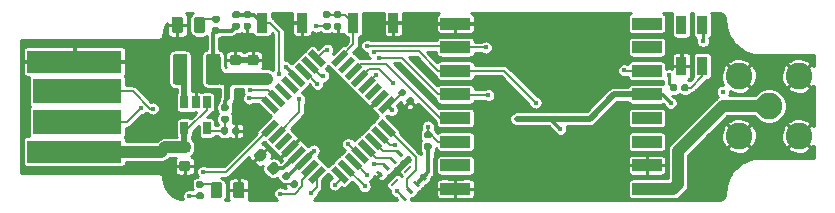
<source format=gbr>
%TF.GenerationSoftware,KiCad,Pcbnew,(5.1.6)-1*%
%TF.CreationDate,2020-12-02T12:11:42+01:00*%
%TF.ProjectId,LoRa_Dongle_Thin,4c6f5261-5f44-46f6-9e67-6c655f546869,rev?*%
%TF.SameCoordinates,Original*%
%TF.FileFunction,Copper,L1,Top*%
%TF.FilePolarity,Positive*%
%FSLAX46Y46*%
G04 Gerber Fmt 4.6, Leading zero omitted, Abs format (unit mm)*
G04 Created by KiCad (PCBNEW (5.1.6)-1) date 2020-12-02 12:11:42*
%MOMM*%
%LPD*%
G01*
G04 APERTURE LIST*
%TA.AperFunction,SMDPad,CuDef*%
%ADD10C,0.100000*%
%TD*%
%TA.AperFunction,ComponentPad*%
%ADD11C,2.250000*%
%TD*%
%TA.AperFunction,SMDPad,CuDef*%
%ADD12R,2.500000X1.000000*%
%TD*%
%TA.AperFunction,SMDPad,CuDef*%
%ADD13R,0.850000X1.600000*%
%TD*%
%TA.AperFunction,ConnectorPad*%
%ADD14R,8.000000X1.900000*%
%TD*%
%TA.AperFunction,ConnectorPad*%
%ADD15R,7.500000X2.000000*%
%TD*%
%TA.AperFunction,SMDPad,CuDef*%
%ADD16R,0.650000X1.060000*%
%TD*%
%TA.AperFunction,SMDPad,CuDef*%
%ADD17R,0.900000X1.700000*%
%TD*%
%TA.AperFunction,ViaPad*%
%ADD18C,0.450000*%
%TD*%
%TA.AperFunction,Conductor*%
%ADD19C,0.200000*%
%TD*%
%TA.AperFunction,Conductor*%
%ADD20C,0.500000*%
%TD*%
%TA.AperFunction,Conductor*%
%ADD21C,1.000000*%
%TD*%
%TA.AperFunction,Conductor*%
%ADD22C,0.300000*%
%TD*%
%TA.AperFunction,Conductor*%
%ADD23C,0.250000*%
%TD*%
%TA.AperFunction,Conductor*%
%ADD24C,0.254000*%
%TD*%
G04 APERTURE END LIST*
%TO.P,C4,1*%
%TO.N,+3V3*%
%TA.AperFunction,SMDPad,CuDef*%
G36*
G01*
X33083081Y51381968D02*
X33327033Y51625919D01*
G75*
G02*
X33535629Y51625919I104298J-104298D01*
G01*
X33744225Y51417323D01*
G75*
G02*
X33744225Y51208727I-104298J-104298D01*
G01*
X33500273Y50964775D01*
G75*
G02*
X33291677Y50964775I-104298J104298D01*
G01*
X33083081Y51173371D01*
G75*
G02*
X33083081Y51381967I104298J104298D01*
G01*
G37*
%TD.AperFunction*%
%TO.P,C4,2*%
%TO.N,GND*%
%TA.AperFunction,SMDPad,CuDef*%
G36*
G01*
X33768975Y50696074D02*
X34012927Y50940025D01*
G75*
G02*
X34221523Y50940025I104298J-104298D01*
G01*
X34430119Y50731429D01*
G75*
G02*
X34430119Y50522833I-104298J-104298D01*
G01*
X34186167Y50278881D01*
G75*
G02*
X33977571Y50278881I-104298J104298D01*
G01*
X33768975Y50487477D01*
G75*
G02*
X33768975Y50696073I104298J104298D01*
G01*
G37*
%TD.AperFunction*%
%TD*%
%TA.AperFunction,SMDPad,CuDef*%
D10*
%TO.P,U2,9*%
%TO.N,+3V3*%
G36*
X42678145Y57709638D02*
G01*
X41546774Y56578267D01*
X41157865Y56967176D01*
X42289236Y58098547D01*
X42678145Y57709638D01*
G37*
%TD.AperFunction*%
%TA.AperFunction,SMDPad,CuDef*%
%TO.P,U2,10*%
%TO.N,GND*%
G36*
X42112460Y58275324D02*
G01*
X40981089Y57143953D01*
X40592180Y57532862D01*
X41723551Y58664233D01*
X42112460Y58275324D01*
G37*
%TD.AperFunction*%
%TA.AperFunction,SMDPad,CuDef*%
%TO.P,U2,11*%
%TO.N,Net-(U2-Pad11)*%
G36*
X41546774Y58841009D02*
G01*
X40415403Y57709638D01*
X40026494Y58098547D01*
X41157865Y59229918D01*
X41546774Y58841009D01*
G37*
%TD.AperFunction*%
%TA.AperFunction,SMDPad,CuDef*%
%TO.P,U2,12*%
%TO.N,/RF_INT*%
G36*
X40981089Y59406695D02*
G01*
X39849718Y58275324D01*
X39460809Y58664233D01*
X40592180Y59795604D01*
X40981089Y59406695D01*
G37*
%TD.AperFunction*%
%TA.AperFunction,SMDPad,CuDef*%
%TO.P,U2,13*%
%TO.N,/RF_RESET*%
G36*
X40415404Y59972380D02*
G01*
X39284033Y58841009D01*
X38895124Y59229918D01*
X40026495Y60361289D01*
X40415404Y59972380D01*
G37*
%TD.AperFunction*%
%TA.AperFunction,SMDPad,CuDef*%
%TO.P,U2,14*%
%TO.N,/RF_CS*%
G36*
X39849718Y60538065D02*
G01*
X38718347Y59406694D01*
X38329438Y59795603D01*
X39460809Y60926974D01*
X39849718Y60538065D01*
G37*
%TD.AperFunction*%
%TA.AperFunction,SMDPad,CuDef*%
%TO.P,U2,15*%
%TO.N,Net-(U2-Pad15)*%
G36*
X39284033Y61103751D02*
G01*
X38152662Y59972380D01*
X37763753Y60361289D01*
X38895124Y61492660D01*
X39284033Y61103751D01*
G37*
%TD.AperFunction*%
%TA.AperFunction,SMDPad,CuDef*%
%TO.P,U2,16*%
%TO.N,/USER_BTN*%
G36*
X38718347Y61669436D02*
G01*
X37586976Y60538065D01*
X37198067Y60926974D01*
X38329438Y62058345D01*
X38718347Y61669436D01*
G37*
%TD.AperFunction*%
%TA.AperFunction,SMDPad,CuDef*%
%TO.P,U2,25*%
%TO.N,/LED*%
G36*
X32806935Y55758024D02*
G01*
X31675564Y54626653D01*
X31286655Y55015562D01*
X32418026Y56146933D01*
X32806935Y55758024D01*
G37*
%TD.AperFunction*%
%TA.AperFunction,SMDPad,CuDef*%
%TO.P,U2,26*%
%TO.N,/nRESET*%
G36*
X33372620Y55192338D02*
G01*
X32241249Y54060967D01*
X31852340Y54449876D01*
X32983711Y55581247D01*
X33372620Y55192338D01*
G37*
%TD.AperFunction*%
%TA.AperFunction,SMDPad,CuDef*%
%TO.P,U2,27*%
%TO.N,Net-(U2-Pad27)*%
G36*
X33938306Y54626653D02*
G01*
X32806935Y53495282D01*
X32418026Y53884191D01*
X33549397Y55015562D01*
X33938306Y54626653D01*
G37*
%TD.AperFunction*%
%TA.AperFunction,SMDPad,CuDef*%
%TO.P,U2,28*%
%TO.N,GND*%
G36*
X34503991Y54060967D02*
G01*
X33372620Y52929596D01*
X32983711Y53318505D01*
X34115082Y54449876D01*
X34503991Y54060967D01*
G37*
%TD.AperFunction*%
%TA.AperFunction,SMDPad,CuDef*%
%TO.P,U2,29*%
%TO.N,Net-(C5-Pad1)*%
G36*
X35069676Y53495282D02*
G01*
X33938305Y52363911D01*
X33549396Y52752820D01*
X34680767Y53884191D01*
X35069676Y53495282D01*
G37*
%TD.AperFunction*%
%TA.AperFunction,SMDPad,CuDef*%
%TO.P,U2,30*%
%TO.N,+3V3*%
G36*
X35635362Y52929597D02*
G01*
X34503991Y51798226D01*
X34115082Y52187135D01*
X35246453Y53318506D01*
X35635362Y52929597D01*
G37*
%TD.AperFunction*%
%TA.AperFunction,SMDPad,CuDef*%
%TO.P,U2,31*%
%TO.N,/SWCLK*%
G36*
X36201047Y52363911D02*
G01*
X35069676Y51232540D01*
X34680767Y51621449D01*
X35812138Y52752820D01*
X36201047Y52363911D01*
G37*
%TD.AperFunction*%
%TA.AperFunction,SMDPad,CuDef*%
%TO.P,U2,32*%
%TO.N,/SWDIO*%
G36*
X36766733Y51798226D02*
G01*
X35635362Y50666855D01*
X35246453Y51055764D01*
X36377824Y52187135D01*
X36766733Y51798226D01*
G37*
%TD.AperFunction*%
%TA.AperFunction,SMDPad,CuDef*%
%TO.P,U2,1*%
%TO.N,/PA00*%
G36*
X38718347Y51055764D02*
G01*
X38329438Y50666855D01*
X37198067Y51798226D01*
X37586976Y52187135D01*
X38718347Y51055764D01*
G37*
%TD.AperFunction*%
%TA.AperFunction,SMDPad,CuDef*%
%TO.P,U2,2*%
%TO.N,/PA01*%
G36*
X39284033Y51621449D02*
G01*
X38895124Y51232540D01*
X37763753Y52363911D01*
X38152662Y52752820D01*
X39284033Y51621449D01*
G37*
%TD.AperFunction*%
%TA.AperFunction,SMDPad,CuDef*%
%TO.P,U2,3*%
%TO.N,/PA02*%
G36*
X39849718Y52187135D02*
G01*
X39460809Y51798226D01*
X38329438Y52929597D01*
X38718347Y53318506D01*
X39849718Y52187135D01*
G37*
%TD.AperFunction*%
%TA.AperFunction,SMDPad,CuDef*%
%TO.P,U2,4*%
%TO.N,/SD_CS*%
G36*
X40415404Y52752820D02*
G01*
X40026495Y52363911D01*
X38895124Y53495282D01*
X39284033Y53884191D01*
X40415404Y52752820D01*
G37*
%TD.AperFunction*%
%TA.AperFunction,SMDPad,CuDef*%
%TO.P,U2,5*%
%TO.N,/FLASH_SDI*%
G36*
X40981089Y53318505D02*
G01*
X40592180Y52929596D01*
X39460809Y54060967D01*
X39849718Y54449876D01*
X40981089Y53318505D01*
G37*
%TD.AperFunction*%
%TA.AperFunction,SMDPad,CuDef*%
%TO.P,U2,6*%
%TO.N,/FLASH_CS*%
G36*
X41546774Y53884191D02*
G01*
X41157865Y53495282D01*
X40026494Y54626653D01*
X40415403Y55015562D01*
X41546774Y53884191D01*
G37*
%TD.AperFunction*%
%TA.AperFunction,SMDPad,CuDef*%
%TO.P,U2,7*%
%TO.N,/FLASH_SDO*%
G36*
X42112460Y54449876D02*
G01*
X41723551Y54060967D01*
X40592180Y55192338D01*
X40981089Y55581247D01*
X42112460Y54449876D01*
G37*
%TD.AperFunction*%
%TA.AperFunction,SMDPad,CuDef*%
%TO.P,U2,8*%
%TO.N,/FLASH_SCK*%
G36*
X42678145Y55015562D02*
G01*
X42289236Y54626653D01*
X41157865Y55758024D01*
X41546774Y56146933D01*
X42678145Y55015562D01*
G37*
%TD.AperFunction*%
%TA.AperFunction,SMDPad,CuDef*%
%TO.P,U2,17*%
%TO.N,/SDI*%
G36*
X36766733Y60926974D02*
G01*
X36377824Y60538065D01*
X35246453Y61669436D01*
X35635362Y62058345D01*
X36766733Y60926974D01*
G37*
%TD.AperFunction*%
%TA.AperFunction,SMDPad,CuDef*%
%TO.P,U2,18*%
%TO.N,/SDO*%
G36*
X36201047Y60361289D02*
G01*
X35812138Y59972380D01*
X34680767Y61103751D01*
X35069676Y61492660D01*
X36201047Y60361289D01*
G37*
%TD.AperFunction*%
%TA.AperFunction,SMDPad,CuDef*%
%TO.P,U2,19*%
%TO.N,/SCK*%
G36*
X35635362Y59795603D02*
G01*
X35246453Y59406694D01*
X34115082Y60538065D01*
X34503991Y60926974D01*
X35635362Y59795603D01*
G37*
%TD.AperFunction*%
%TA.AperFunction,SMDPad,CuDef*%
%TO.P,U2,20*%
%TO.N,/RGB*%
G36*
X35069676Y59229918D02*
G01*
X34680767Y58841009D01*
X33549396Y59972380D01*
X33938305Y60361289D01*
X35069676Y59229918D01*
G37*
%TD.AperFunction*%
%TA.AperFunction,SMDPad,CuDef*%
%TO.P,U2,21*%
%TO.N,Net-(U2-Pad21)*%
G36*
X34503991Y58664233D02*
G01*
X34115082Y58275324D01*
X32983711Y59406695D01*
X33372620Y59795604D01*
X34503991Y58664233D01*
G37*
%TD.AperFunction*%
%TA.AperFunction,SMDPad,CuDef*%
%TO.P,U2,22*%
%TO.N,Net-(U2-Pad22)*%
G36*
X33938306Y58098547D02*
G01*
X33549397Y57709638D01*
X32418026Y58841009D01*
X32806935Y59229918D01*
X33938306Y58098547D01*
G37*
%TD.AperFunction*%
%TA.AperFunction,SMDPad,CuDef*%
%TO.P,U2,23*%
%TO.N,USB_D-*%
G36*
X33372620Y57532862D02*
G01*
X32983711Y57143953D01*
X31852340Y58275324D01*
X32241249Y58664233D01*
X33372620Y57532862D01*
G37*
%TD.AperFunction*%
%TA.AperFunction,SMDPad,CuDef*%
%TO.P,U2,24*%
%TO.N,USB_D+*%
G36*
X32806935Y56967176D02*
G01*
X32418026Y56578267D01*
X31286655Y57709638D01*
X31675564Y58098547D01*
X32806935Y56967176D01*
G37*
%TD.AperFunction*%
%TD*%
D11*
%TO.P,J3,1*%
%TO.N,Net-(J3-Pad1)*%
X74289400Y57251600D03*
%TO.P,J3,2*%
%TO.N,GND*%
X71749400Y54711600D03*
X76829400Y54711600D03*
X76829400Y59791600D03*
X71749400Y59791600D03*
%TD*%
D12*
%TO.P,U3,1*%
%TO.N,GND*%
X47749000Y64226200D03*
%TO.P,U3,2*%
%TO.N,/SDI*%
X47749000Y62226200D03*
%TO.P,U3,3*%
%TO.N,/SDO*%
X47749000Y60226200D03*
%TO.P,U3,4*%
%TO.N,/SCK*%
X47749000Y58226200D03*
%TO.P,U3,5*%
%TO.N,/RF_CS*%
X47749000Y56226200D03*
%TO.P,U3,6*%
%TO.N,/RF_RESET*%
X47749000Y54226200D03*
%TO.P,U3,7*%
%TO.N,Net-(U3-Pad7)*%
X47749000Y52226200D03*
%TO.P,U3,8*%
%TO.N,GND*%
X47749000Y50226200D03*
%TO.P,U3,9*%
%TO.N,Net-(J3-Pad1)*%
X63949000Y50226200D03*
%TO.P,U3,10*%
%TO.N,GND*%
X63949000Y52226200D03*
%TO.P,U3,11*%
%TO.N,Net-(U3-Pad11)*%
X63949000Y54226200D03*
%TO.P,U3,12*%
%TO.N,Net-(U3-Pad12)*%
X63949000Y56226200D03*
%TO.P,U3,13*%
%TO.N,+3V3*%
X63949000Y58226200D03*
%TO.P,U3,14*%
%TO.N,/RF_INT*%
X63949000Y60226200D03*
%TO.P,U3,15*%
%TO.N,Net-(U3-Pad15)*%
X63949000Y62226200D03*
%TO.P,U3,16*%
%TO.N,Net-(U3-Pad16)*%
X63949000Y64226200D03*
%TD*%
%TO.P,C5,2*%
%TO.N,GND*%
%TA.AperFunction,SMDPad,CuDef*%
G36*
G01*
X31709108Y52955884D02*
X31346716Y52593491D01*
G75*
G02*
X31037356Y52593491I-154680J154680D01*
G01*
X30727997Y52902850D01*
G75*
G02*
X30727997Y53212210I154680J154680D01*
G01*
X31090390Y53574603D01*
G75*
G02*
X31399750Y53574603I154680J-154680D01*
G01*
X31709109Y53265244D01*
G75*
G02*
X31709109Y52955884I-154680J-154680D01*
G01*
G37*
%TD.AperFunction*%
%TO.P,C5,1*%
%TO.N,Net-(C5-Pad1)*%
%TA.AperFunction,SMDPad,CuDef*%
G36*
G01*
X32822802Y51842190D02*
X32460410Y51479797D01*
G75*
G02*
X32151050Y51479797I-154680J154680D01*
G01*
X31841691Y51789156D01*
G75*
G02*
X31841691Y52098516I154680J154680D01*
G01*
X32204084Y52460909D01*
G75*
G02*
X32513444Y52460909I154680J-154680D01*
G01*
X32822803Y52151550D01*
G75*
G02*
X32822803Y51842190I-154680J-154680D01*
G01*
G37*
%TD.AperFunction*%
%TD*%
%TO.P,C6,1*%
%TO.N,VBUS*%
%TA.AperFunction,SMDPad,CuDef*%
G36*
G01*
X24559550Y54184000D02*
X25072050Y54184000D01*
G75*
G02*
X25290800Y53965250I0J-218750D01*
G01*
X25290800Y53527750D01*
G75*
G02*
X25072050Y53309000I-218750J0D01*
G01*
X24559550Y53309000D01*
G75*
G02*
X24340800Y53527750I0J218750D01*
G01*
X24340800Y53965250D01*
G75*
G02*
X24559550Y54184000I218750J0D01*
G01*
G37*
%TD.AperFunction*%
%TO.P,C6,2*%
%TO.N,GND*%
%TA.AperFunction,SMDPad,CuDef*%
G36*
G01*
X24559550Y52609000D02*
X25072050Y52609000D01*
G75*
G02*
X25290800Y52390250I0J-218750D01*
G01*
X25290800Y51952750D01*
G75*
G02*
X25072050Y51734000I-218750J0D01*
G01*
X24559550Y51734000D01*
G75*
G02*
X24340800Y51952750I0J218750D01*
G01*
X24340800Y52390250D01*
G75*
G02*
X24559550Y52609000I218750J0D01*
G01*
G37*
%TD.AperFunction*%
%TD*%
%TO.P,C9,1*%
%TO.N,+3V3*%
%TA.AperFunction,SMDPad,CuDef*%
G36*
G01*
X29364650Y59125400D02*
X28852150Y59125400D01*
G75*
G02*
X28633400Y59344150I0J218750D01*
G01*
X28633400Y59781650D01*
G75*
G02*
X28852150Y60000400I218750J0D01*
G01*
X29364650Y60000400D01*
G75*
G02*
X29583400Y59781650I0J-218750D01*
G01*
X29583400Y59344150D01*
G75*
G02*
X29364650Y59125400I-218750J0D01*
G01*
G37*
%TD.AperFunction*%
%TO.P,C9,2*%
%TO.N,GND*%
%TA.AperFunction,SMDPad,CuDef*%
G36*
G01*
X29364650Y60700400D02*
X28852150Y60700400D01*
G75*
G02*
X28633400Y60919150I0J218750D01*
G01*
X28633400Y61356650D01*
G75*
G02*
X28852150Y61575400I218750J0D01*
G01*
X29364650Y61575400D01*
G75*
G02*
X29583400Y61356650I0J-218750D01*
G01*
X29583400Y60919150D01*
G75*
G02*
X29364650Y60700400I-218750J0D01*
G01*
G37*
%TD.AperFunction*%
%TD*%
%TO.P,C10,2*%
%TO.N,GND*%
%TA.AperFunction,SMDPad,CuDef*%
G36*
G01*
X30863250Y60700400D02*
X30350750Y60700400D01*
G75*
G02*
X30132000Y60919150I0J218750D01*
G01*
X30132000Y61356650D01*
G75*
G02*
X30350750Y61575400I218750J0D01*
G01*
X30863250Y61575400D01*
G75*
G02*
X31082000Y61356650I0J-218750D01*
G01*
X31082000Y60919150D01*
G75*
G02*
X30863250Y60700400I-218750J0D01*
G01*
G37*
%TD.AperFunction*%
%TO.P,C10,1*%
%TO.N,+3V3*%
%TA.AperFunction,SMDPad,CuDef*%
G36*
G01*
X30863250Y59125400D02*
X30350750Y59125400D01*
G75*
G02*
X30132000Y59344150I0J218750D01*
G01*
X30132000Y59781650D01*
G75*
G02*
X30350750Y60000400I218750J0D01*
G01*
X30863250Y60000400D01*
G75*
G02*
X31082000Y59781650I0J-218750D01*
G01*
X31082000Y59344150D01*
G75*
G02*
X30863250Y59125400I-218750J0D01*
G01*
G37*
%TD.AperFunction*%
%TD*%
D13*
%TO.P,D1,1*%
%TO.N,+3V3*%
X68636600Y64132400D03*
%TO.P,D1,2*%
%TO.N,Net-(D1-Pad2)*%
X66886600Y64132400D03*
%TO.P,D1,4*%
%TO.N,Net-(D1-Pad4)*%
X68636600Y60632400D03*
%TO.P,D1,3*%
%TO.N,GND*%
X66886600Y60632400D03*
%TD*%
%TO.P,D2,1*%
%TO.N,GND*%
%TA.AperFunction,SMDPad,CuDef*%
G36*
G01*
X23721000Y63653350D02*
X23721000Y64565850D01*
G75*
G02*
X23964750Y64809600I243750J0D01*
G01*
X24452250Y64809600D01*
G75*
G02*
X24696000Y64565850I0J-243750D01*
G01*
X24696000Y63653350D01*
G75*
G02*
X24452250Y63409600I-243750J0D01*
G01*
X23964750Y63409600D01*
G75*
G02*
X23721000Y63653350I0J243750D01*
G01*
G37*
%TD.AperFunction*%
%TO.P,D2,2*%
%TO.N,Net-(D2-Pad2)*%
%TA.AperFunction,SMDPad,CuDef*%
G36*
G01*
X25596000Y63653350D02*
X25596000Y64565850D01*
G75*
G02*
X25839750Y64809600I243750J0D01*
G01*
X26327250Y64809600D01*
G75*
G02*
X26571000Y64565850I0J-243750D01*
G01*
X26571000Y63653350D01*
G75*
G02*
X26327250Y63409600I-243750J0D01*
G01*
X25839750Y63409600D01*
G75*
G02*
X25596000Y63653350I0J243750D01*
G01*
G37*
%TD.AperFunction*%
%TD*%
%TO.P,D3,2*%
%TO.N,Net-(D3-Pad2)*%
%TA.AperFunction,SMDPad,CuDef*%
G36*
G01*
X27998000Y50570450D02*
X27998000Y49657950D01*
G75*
G02*
X27754250Y49414200I-243750J0D01*
G01*
X27266750Y49414200D01*
G75*
G02*
X27023000Y49657950I0J243750D01*
G01*
X27023000Y50570450D01*
G75*
G02*
X27266750Y50814200I243750J0D01*
G01*
X27754250Y50814200D01*
G75*
G02*
X27998000Y50570450I0J-243750D01*
G01*
G37*
%TD.AperFunction*%
%TO.P,D3,1*%
%TO.N,GND*%
%TA.AperFunction,SMDPad,CuDef*%
G36*
G01*
X29873000Y50570450D02*
X29873000Y49657950D01*
G75*
G02*
X29629250Y49414200I-243750J0D01*
G01*
X29141750Y49414200D01*
G75*
G02*
X28898000Y49657950I0J243750D01*
G01*
X28898000Y50570450D01*
G75*
G02*
X29141750Y50814200I243750J0D01*
G01*
X29629250Y50814200D01*
G75*
G02*
X29873000Y50570450I0J-243750D01*
G01*
G37*
%TD.AperFunction*%
%TD*%
D14*
%TO.P,J2,1*%
%TO.N,VBUS*%
X15491800Y53390800D03*
%TO.P,J2,4*%
%TO.N,GND*%
X15491800Y61010800D03*
D15*
%TO.P,J2,3*%
%TO.N,USB_D+*%
X15741800Y58500800D03*
%TO.P,J2,2*%
%TO.N,USB_D-*%
X15741800Y55900800D03*
%TD*%
%TO.P,L2,1*%
%TO.N,Net-(L2-Pad1)*%
%TA.AperFunction,SMDPad,CuDef*%
G36*
G01*
X23806800Y59275400D02*
X23806800Y61425400D01*
G75*
G02*
X24056800Y61675400I250000J0D01*
G01*
X24806800Y61675400D01*
G75*
G02*
X25056800Y61425400I0J-250000D01*
G01*
X25056800Y59275400D01*
G75*
G02*
X24806800Y59025400I-250000J0D01*
G01*
X24056800Y59025400D01*
G75*
G02*
X23806800Y59275400I0J250000D01*
G01*
G37*
%TD.AperFunction*%
%TO.P,L2,2*%
%TO.N,+3V3*%
%TA.AperFunction,SMDPad,CuDef*%
G36*
G01*
X26606800Y59275400D02*
X26606800Y61425400D01*
G75*
G02*
X26856800Y61675400I250000J0D01*
G01*
X27606800Y61675400D01*
G75*
G02*
X27856800Y61425400I0J-250000D01*
G01*
X27856800Y59275400D01*
G75*
G02*
X27606800Y59025400I-250000J0D01*
G01*
X26856800Y59025400D01*
G75*
G02*
X26606800Y59275400I0J250000D01*
G01*
G37*
%TD.AperFunction*%
%TD*%
%TA.AperFunction,SMDPad,CuDef*%
D10*
%TO.P,U1,1*%
%TO.N,/FLASH_CS*%
G36*
X42750061Y53333024D02*
G01*
X42926837Y53509800D01*
X43351101Y53085536D01*
X43174325Y52908760D01*
X42750061Y53333024D01*
G37*
%TD.AperFunction*%
%TA.AperFunction,SMDPad,CuDef*%
%TO.P,U1,8*%
%TO.N,+3V3*%
G36*
X44729960Y51353125D02*
G01*
X44906736Y51529901D01*
X45331000Y51105637D01*
X45154224Y50928861D01*
X44729960Y51353125D01*
G37*
%TD.AperFunction*%
%TA.AperFunction,SMDPad,CuDef*%
%TO.P,U1,2*%
%TO.N,/FLASH_SDI*%
G36*
X42184375Y52767338D02*
G01*
X42361151Y52944114D01*
X42785415Y52519850D01*
X42608639Y52343074D01*
X42184375Y52767338D01*
G37*
%TD.AperFunction*%
%TA.AperFunction,SMDPad,CuDef*%
%TO.P,U1,3*%
%TO.N,+3V3*%
G36*
X41618690Y52201653D02*
G01*
X41795466Y52378429D01*
X42219730Y51954165D01*
X42042954Y51777389D01*
X41618690Y52201653D01*
G37*
%TD.AperFunction*%
%TA.AperFunction,SMDPad,CuDef*%
%TO.P,U1,4*%
%TO.N,GND*%
G36*
X41053004Y51635967D02*
G01*
X41229780Y51812743D01*
X41654044Y51388479D01*
X41477268Y51211703D01*
X41053004Y51635967D01*
G37*
%TD.AperFunction*%
%TA.AperFunction,SMDPad,CuDef*%
%TO.P,U1,7*%
%TO.N,+3V3*%
G36*
X44164274Y50787439D02*
G01*
X44341050Y50964215D01*
X44765314Y50539951D01*
X44588538Y50363175D01*
X44164274Y50787439D01*
G37*
%TD.AperFunction*%
%TA.AperFunction,SMDPad,CuDef*%
%TO.P,U1,6*%
%TO.N,/FLASH_SCK*%
G36*
X43598589Y50221754D02*
G01*
X43775365Y50398530D01*
X44199629Y49974266D01*
X44022853Y49797490D01*
X43598589Y50221754D01*
G37*
%TD.AperFunction*%
%TA.AperFunction,SMDPad,CuDef*%
%TO.P,U1,5*%
%TO.N,/FLASH_SDO*%
G36*
X43032903Y49656068D02*
G01*
X43209679Y49832844D01*
X43633943Y49408580D01*
X43457167Y49231804D01*
X43032903Y49656068D01*
G37*
%TD.AperFunction*%
%TA.AperFunction,SMDPad,CuDef*%
%TO.P,U1,*%
%TO.N,*%
G36*
X42258621Y50578842D02*
G01*
X42824306Y51144527D01*
X42965727Y51003106D01*
X42400042Y50437421D01*
X42258621Y50578842D01*
G37*
%TD.AperFunction*%
%TA.AperFunction,SMDPad,CuDef*%
G36*
X43372173Y51692394D02*
G01*
X43937858Y52258079D01*
X44079279Y52116658D01*
X43513594Y51550973D01*
X43372173Y51692394D01*
G37*
%TD.AperFunction*%
%TD*%
D16*
%TO.P,U4,1*%
%TO.N,VBUS*%
X26705600Y57564200D03*
%TO.P,U4,2*%
%TO.N,GND*%
X25755600Y57564200D03*
%TO.P,U4,3*%
%TO.N,Net-(L2-Pad1)*%
X24805600Y57564200D03*
%TO.P,U4,4*%
%TO.N,VBUS*%
X24805600Y55364200D03*
%TO.P,U4,5*%
%TO.N,Net-(R7-Pad2)*%
X26705600Y55364200D03*
%TD*%
%TO.P,C1,2*%
%TO.N,GND*%
%TA.AperFunction,SMDPad,CuDef*%
G36*
G01*
X37597300Y64300600D02*
X37942300Y64300600D01*
G75*
G02*
X38089800Y64153100I0J-147500D01*
G01*
X38089800Y63858100D01*
G75*
G02*
X37942300Y63710600I-147500J0D01*
G01*
X37597300Y63710600D01*
G75*
G02*
X37449800Y63858100I0J147500D01*
G01*
X37449800Y64153100D01*
G75*
G02*
X37597300Y64300600I147500J0D01*
G01*
G37*
%TD.AperFunction*%
%TO.P,C1,1*%
%TO.N,/USER_BTN*%
%TA.AperFunction,SMDPad,CuDef*%
G36*
G01*
X37597300Y65270600D02*
X37942300Y65270600D01*
G75*
G02*
X38089800Y65123100I0J-147500D01*
G01*
X38089800Y64828100D01*
G75*
G02*
X37942300Y64680600I-147500J0D01*
G01*
X37597300Y64680600D01*
G75*
G02*
X37449800Y64828100I0J147500D01*
G01*
X37449800Y65123100D01*
G75*
G02*
X37597300Y65270600I147500J0D01*
G01*
G37*
%TD.AperFunction*%
%TD*%
%TO.P,C2,1*%
%TO.N,/nRESET*%
%TA.AperFunction,SMDPad,CuDef*%
G36*
G01*
X29951900Y65270600D02*
X30296900Y65270600D01*
G75*
G02*
X30444400Y65123100I0J-147500D01*
G01*
X30444400Y64828100D01*
G75*
G02*
X30296900Y64680600I-147500J0D01*
G01*
X29951900Y64680600D01*
G75*
G02*
X29804400Y64828100I0J147500D01*
G01*
X29804400Y65123100D01*
G75*
G02*
X29951900Y65270600I147500J0D01*
G01*
G37*
%TD.AperFunction*%
%TO.P,C2,2*%
%TO.N,GND*%
%TA.AperFunction,SMDPad,CuDef*%
G36*
G01*
X29951900Y64300600D02*
X30296900Y64300600D01*
G75*
G02*
X30444400Y64153100I0J-147500D01*
G01*
X30444400Y63858100D01*
G75*
G02*
X30296900Y63710600I-147500J0D01*
G01*
X29951900Y63710600D01*
G75*
G02*
X29804400Y63858100I0J147500D01*
G01*
X29804400Y64153100D01*
G75*
G02*
X29951900Y64300600I147500J0D01*
G01*
G37*
%TD.AperFunction*%
%TD*%
%TO.P,C3,2*%
%TO.N,GND*%
%TA.AperFunction,SMDPad,CuDef*%
G36*
G01*
X43573375Y57782674D02*
X43817327Y58026625D01*
G75*
G02*
X44025923Y58026625I104298J-104298D01*
G01*
X44234519Y57818029D01*
G75*
G02*
X44234519Y57609433I-104298J-104298D01*
G01*
X43990567Y57365481D01*
G75*
G02*
X43781971Y57365481I-104298J104298D01*
G01*
X43573375Y57574077D01*
G75*
G02*
X43573375Y57782673I104298J104298D01*
G01*
G37*
%TD.AperFunction*%
%TO.P,C3,1*%
%TO.N,+3V3*%
%TA.AperFunction,SMDPad,CuDef*%
G36*
G01*
X42887481Y58468568D02*
X43131433Y58712519D01*
G75*
G02*
X43340029Y58712519I104298J-104298D01*
G01*
X43548625Y58503923D01*
G75*
G02*
X43548625Y58295327I-104298J-104298D01*
G01*
X43304673Y58051375D01*
G75*
G02*
X43096077Y58051375I-104298J104298D01*
G01*
X42887481Y58259971D01*
G75*
G02*
X42887481Y58468567I104298J104298D01*
G01*
G37*
%TD.AperFunction*%
%TD*%
%TO.P,R1,2*%
%TO.N,/USER_BTN*%
%TA.AperFunction,SMDPad,CuDef*%
G36*
G01*
X37027900Y64680600D02*
X36682900Y64680600D01*
G75*
G02*
X36535400Y64828100I0J147500D01*
G01*
X36535400Y65123100D01*
G75*
G02*
X36682900Y65270600I147500J0D01*
G01*
X37027900Y65270600D01*
G75*
G02*
X37175400Y65123100I0J-147500D01*
G01*
X37175400Y64828100D01*
G75*
G02*
X37027900Y64680600I-147500J0D01*
G01*
G37*
%TD.AperFunction*%
%TO.P,R1,1*%
%TO.N,+3V3*%
%TA.AperFunction,SMDPad,CuDef*%
G36*
G01*
X37027900Y63710600D02*
X36682900Y63710600D01*
G75*
G02*
X36535400Y63858100I0J147500D01*
G01*
X36535400Y64153100D01*
G75*
G02*
X36682900Y64300600I147500J0D01*
G01*
X37027900Y64300600D01*
G75*
G02*
X37175400Y64153100I0J-147500D01*
G01*
X37175400Y63858100D01*
G75*
G02*
X37027900Y63710600I-147500J0D01*
G01*
G37*
%TD.AperFunction*%
%TD*%
%TO.P,R2,2*%
%TO.N,/nRESET*%
%TA.AperFunction,SMDPad,CuDef*%
G36*
G01*
X29357100Y64680600D02*
X29012100Y64680600D01*
G75*
G02*
X28864600Y64828100I0J147500D01*
G01*
X28864600Y65123100D01*
G75*
G02*
X29012100Y65270600I147500J0D01*
G01*
X29357100Y65270600D01*
G75*
G02*
X29504600Y65123100I0J-147500D01*
G01*
X29504600Y64828100D01*
G75*
G02*
X29357100Y64680600I-147500J0D01*
G01*
G37*
%TD.AperFunction*%
%TO.P,R2,1*%
%TO.N,+3V3*%
%TA.AperFunction,SMDPad,CuDef*%
G36*
G01*
X29357100Y63710600D02*
X29012100Y63710600D01*
G75*
G02*
X28864600Y63858100I0J147500D01*
G01*
X28864600Y64153100D01*
G75*
G02*
X29012100Y64300600I147500J0D01*
G01*
X29357100Y64300600D01*
G75*
G02*
X29504600Y64153100I0J-147500D01*
G01*
X29504600Y63858100D01*
G75*
G02*
X29357100Y63710600I-147500J0D01*
G01*
G37*
%TD.AperFunction*%
%TD*%
%TO.P,R3,1*%
%TO.N,Net-(D1-Pad4)*%
%TA.AperFunction,SMDPad,CuDef*%
G36*
G01*
X67474800Y58973500D02*
X67474800Y58628500D01*
G75*
G02*
X67327300Y58481000I-147500J0D01*
G01*
X67032300Y58481000D01*
G75*
G02*
X66884800Y58628500I0J147500D01*
G01*
X66884800Y58973500D01*
G75*
G02*
X67032300Y59121000I147500J0D01*
G01*
X67327300Y59121000D01*
G75*
G02*
X67474800Y58973500I0J-147500D01*
G01*
G37*
%TD.AperFunction*%
%TO.P,R3,2*%
%TO.N,/RGB*%
%TA.AperFunction,SMDPad,CuDef*%
G36*
G01*
X66504800Y58973500D02*
X66504800Y58628500D01*
G75*
G02*
X66357300Y58481000I-147500J0D01*
G01*
X66062300Y58481000D01*
G75*
G02*
X65914800Y58628500I0J147500D01*
G01*
X65914800Y58973500D01*
G75*
G02*
X66062300Y59121000I147500J0D01*
G01*
X66357300Y59121000D01*
G75*
G02*
X66504800Y58973500I0J-147500D01*
G01*
G37*
%TD.AperFunction*%
%TD*%
%TO.P,R4,1*%
%TO.N,+3V3*%
%TA.AperFunction,SMDPad,CuDef*%
G36*
G01*
X27629900Y63329600D02*
X27284900Y63329600D01*
G75*
G02*
X27137400Y63477100I0J147500D01*
G01*
X27137400Y63772100D01*
G75*
G02*
X27284900Y63919600I147500J0D01*
G01*
X27629900Y63919600D01*
G75*
G02*
X27777400Y63772100I0J-147500D01*
G01*
X27777400Y63477100D01*
G75*
G02*
X27629900Y63329600I-147500J0D01*
G01*
G37*
%TD.AperFunction*%
%TO.P,R4,2*%
%TO.N,Net-(D2-Pad2)*%
%TA.AperFunction,SMDPad,CuDef*%
G36*
G01*
X27629900Y64299600D02*
X27284900Y64299600D01*
G75*
G02*
X27137400Y64447100I0J147500D01*
G01*
X27137400Y64742100D01*
G75*
G02*
X27284900Y64889600I147500J0D01*
G01*
X27629900Y64889600D01*
G75*
G02*
X27777400Y64742100I0J-147500D01*
G01*
X27777400Y64447100D01*
G75*
G02*
X27629900Y64299600I-147500J0D01*
G01*
G37*
%TD.AperFunction*%
%TD*%
%TO.P,R5,2*%
%TO.N,Net-(D3-Pad2)*%
%TA.AperFunction,SMDPad,CuDef*%
G36*
G01*
X26283700Y50304200D02*
X25938700Y50304200D01*
G75*
G02*
X25791200Y50451700I0J147500D01*
G01*
X25791200Y50746700D01*
G75*
G02*
X25938700Y50894200I147500J0D01*
G01*
X26283700Y50894200D01*
G75*
G02*
X26431200Y50746700I0J-147500D01*
G01*
X26431200Y50451700D01*
G75*
G02*
X26283700Y50304200I-147500J0D01*
G01*
G37*
%TD.AperFunction*%
%TO.P,R5,1*%
%TO.N,/LED*%
%TA.AperFunction,SMDPad,CuDef*%
G36*
G01*
X26283700Y49334200D02*
X25938700Y49334200D01*
G75*
G02*
X25791200Y49481700I0J147500D01*
G01*
X25791200Y49776700D01*
G75*
G02*
X25938700Y49924200I147500J0D01*
G01*
X26283700Y49924200D01*
G75*
G02*
X26431200Y49776700I0J-147500D01*
G01*
X26431200Y49481700D01*
G75*
G02*
X26283700Y49334200I-147500J0D01*
G01*
G37*
%TD.AperFunction*%
%TD*%
%TO.P,R6,1*%
%TO.N,+3V3*%
%TA.AperFunction,SMDPad,CuDef*%
G36*
G01*
X45587700Y53525200D02*
X45242700Y53525200D01*
G75*
G02*
X45095200Y53672700I0J147500D01*
G01*
X45095200Y53967700D01*
G75*
G02*
X45242700Y54115200I147500J0D01*
G01*
X45587700Y54115200D01*
G75*
G02*
X45735200Y53967700I0J-147500D01*
G01*
X45735200Y53672700D01*
G75*
G02*
X45587700Y53525200I-147500J0D01*
G01*
G37*
%TD.AperFunction*%
%TO.P,R6,2*%
%TO.N,/RF_RESET*%
%TA.AperFunction,SMDPad,CuDef*%
G36*
G01*
X45587700Y54495200D02*
X45242700Y54495200D01*
G75*
G02*
X45095200Y54642700I0J147500D01*
G01*
X45095200Y54937700D01*
G75*
G02*
X45242700Y55085200I147500J0D01*
G01*
X45587700Y55085200D01*
G75*
G02*
X45735200Y54937700I0J-147500D01*
G01*
X45735200Y54642700D01*
G75*
G02*
X45587700Y54495200I-147500J0D01*
G01*
G37*
%TD.AperFunction*%
%TD*%
%TO.P,R7,1*%
%TO.N,+3V3*%
%TA.AperFunction,SMDPad,CuDef*%
G36*
G01*
X28046900Y57396600D02*
X28391900Y57396600D01*
G75*
G02*
X28539400Y57249100I0J-147500D01*
G01*
X28539400Y56954100D01*
G75*
G02*
X28391900Y56806600I-147500J0D01*
G01*
X28046900Y56806600D01*
G75*
G02*
X27899400Y56954100I0J147500D01*
G01*
X27899400Y57249100D01*
G75*
G02*
X28046900Y57396600I147500J0D01*
G01*
G37*
%TD.AperFunction*%
%TO.P,R7,2*%
%TO.N,Net-(R7-Pad2)*%
%TA.AperFunction,SMDPad,CuDef*%
G36*
G01*
X28046900Y56426600D02*
X28391900Y56426600D01*
G75*
G02*
X28539400Y56279100I0J-147500D01*
G01*
X28539400Y55984100D01*
G75*
G02*
X28391900Y55836600I-147500J0D01*
G01*
X28046900Y55836600D01*
G75*
G02*
X27899400Y55984100I0J147500D01*
G01*
X27899400Y56279100D01*
G75*
G02*
X28046900Y56426600I147500J0D01*
G01*
G37*
%TD.AperFunction*%
%TD*%
%TO.P,R8,2*%
%TO.N,GND*%
%TA.AperFunction,SMDPad,CuDef*%
G36*
G01*
X28869000Y54970900D02*
X28869000Y55315900D01*
G75*
G02*
X29016500Y55463400I147500J0D01*
G01*
X29311500Y55463400D01*
G75*
G02*
X29459000Y55315900I0J-147500D01*
G01*
X29459000Y54970900D01*
G75*
G02*
X29311500Y54823400I-147500J0D01*
G01*
X29016500Y54823400D01*
G75*
G02*
X28869000Y54970900I0J147500D01*
G01*
G37*
%TD.AperFunction*%
%TO.P,R8,1*%
%TO.N,Net-(R7-Pad2)*%
%TA.AperFunction,SMDPad,CuDef*%
G36*
G01*
X27899000Y54970900D02*
X27899000Y55315900D01*
G75*
G02*
X28046500Y55463400I147500J0D01*
G01*
X28341500Y55463400D01*
G75*
G02*
X28489000Y55315900I0J-147500D01*
G01*
X28489000Y54970900D01*
G75*
G02*
X28341500Y54823400I-147500J0D01*
G01*
X28046500Y54823400D01*
G75*
G02*
X27899000Y54970900I0J147500D01*
G01*
G37*
%TD.AperFunction*%
%TD*%
D17*
%TO.P,SW1,2*%
%TO.N,GND*%
X42492400Y64312800D03*
%TO.P,SW1,1*%
%TO.N,/USER_BTN*%
X39092400Y64312800D03*
%TD*%
%TO.P,SW2,1*%
%TO.N,/nRESET*%
X31370800Y64312800D03*
%TO.P,SW2,2*%
%TO.N,GND*%
X34770800Y64312800D03*
%TD*%
D18*
%TO.N,GND*%
X66192400Y54762400D03*
X66827400Y55397400D03*
X67462400Y56032400D03*
X68097400Y56667400D03*
X68732400Y57302400D03*
X69367400Y57937400D03*
%TO.N,*%
X70383400Y58445400D03*
%TO.N,GND*%
X67970400Y52349400D03*
X67970400Y51460400D03*
X67970400Y50571400D03*
X67589400Y49809400D03*
X68732400Y53873400D03*
X69367400Y54508400D03*
X68199000Y53213000D03*
X43798067Y52764267D03*
X45415200Y49758600D03*
X33223200Y64566800D03*
X37287200Y53263800D03*
X30683200Y62585600D03*
X25349200Y62585600D03*
X23114000Y62484000D03*
X23368000Y64008000D03*
X40462200Y57023000D03*
%TO.N,+3V3*%
X31775400Y59563000D03*
X52933600Y56159400D03*
X56616600Y55321200D03*
X45415200Y53086000D03*
X42341800Y56896000D03*
X35737800Y53467000D03*
%TO.N,GND*%
X34721800Y54635400D03*
X30048200Y51663600D03*
X32613600Y50749200D03*
%TO.N,/nRESET*%
X34518600Y57810400D03*
X32816800Y59969400D03*
%TO.N,+3V3*%
X35966400Y63982600D03*
X40843200Y52324000D03*
X65963800Y57505600D03*
X68707000Y62738000D03*
%TO.N,/SWDIO*%
X35498586Y49860200D03*
%TO.N,/SWCLK*%
X32918400Y49834800D03*
%TO.N,/RGB*%
X33375600Y60528200D03*
X65836800Y59842400D03*
%TO.N,/LED*%
X26390600Y51663600D03*
X25222200Y49631600D03*
%TO.N,/RF_RESET*%
X45415200Y55499000D03*
X42443400Y59182000D03*
%TO.N,/RF_INT*%
X41021000Y59842400D03*
X62026800Y60274200D03*
%TO.N,/FLASH_SDO*%
X42590125Y53946412D03*
X42773596Y50063400D03*
%TO.N,USB_D+*%
X22116888Y57029512D03*
X30276800Y57886600D03*
%TO.N,USB_D-*%
X21107400Y57048400D03*
X30327600Y58597802D03*
%TO.N,/PA00*%
X37541200Y50596800D03*
%TO.N,/PA01*%
X40055800Y50444400D03*
%TO.N,/SD_CS*%
X38658800Y54025800D03*
%TO.N,/SDO*%
X36547661Y59794539D03*
X40820285Y61806820D03*
X54533800Y57531000D03*
%TO.N,/SCK*%
X36042600Y59131200D03*
X41279859Y61332610D03*
X50520600Y58166000D03*
%TO.N,/SDI*%
X36880800Y62001400D03*
X40280600Y62331830D03*
X50317400Y62204600D03*
%TO.N,/PA02*%
X40259000Y51435000D03*
%TD*%
D19*
%TO.N,GND*%
X43815000Y52781200D02*
X43798067Y52764267D01*
D20*
%TO.N,VBUS*%
X24805600Y53705700D02*
X24841100Y53670200D01*
X24805600Y55364200D02*
X24805600Y53705700D01*
D19*
X25138200Y55364200D02*
X24805600Y55364200D01*
X26705600Y57564200D02*
X26705600Y56931600D01*
X26705600Y56931600D02*
X25138200Y55364200D01*
D21*
X15491800Y53390800D02*
X22834600Y53390800D01*
X23190300Y53746500D02*
X22834600Y53390800D01*
X24815800Y53746500D02*
X23190300Y53746500D01*
D20*
%TO.N,GND*%
X29108400Y61137900D02*
X30607000Y61137900D01*
D22*
X41352320Y57904093D02*
X41343293Y57904093D01*
X41343293Y57904093D02*
X40462200Y57023000D01*
D19*
%TO.N,/USER_BTN*%
X39092400Y62460400D02*
X39092400Y64312800D01*
X37958207Y61298205D02*
X37958207Y61326207D01*
X37958207Y61326207D02*
X39092400Y62460400D01*
D20*
%TO.N,+3V3*%
X28448000Y58902500D02*
X29108400Y59562900D01*
X28448000Y57937500D02*
X28448000Y58902500D01*
D19*
X42174513Y57338407D02*
X43218053Y58381947D01*
X41918005Y57338407D02*
X42174513Y57338407D01*
D21*
X30607000Y59562900D02*
X31775300Y59562900D01*
X31775300Y59562900D02*
X31775400Y59563000D01*
X29108400Y59562900D02*
X30607000Y59562900D01*
X28019300Y59562900D02*
X29108400Y59562900D01*
X27231800Y60350400D02*
X28019300Y59562900D01*
D20*
X61172600Y58226200D02*
X63949000Y58226200D01*
X59105800Y56159400D02*
X61172600Y58226200D01*
D22*
X28219400Y57708900D02*
X28448000Y57937500D01*
X28219400Y57101600D02*
X28219400Y57708900D01*
X55778400Y56159400D02*
X54152800Y56159400D01*
X56616600Y55321200D02*
X55778400Y56159400D01*
D20*
X52933600Y56159400D02*
X54152800Y56159400D01*
X54152800Y56159400D02*
X59105800Y56159400D01*
D22*
X33612203Y51295347D02*
X34875222Y52558366D01*
X33413653Y51295347D02*
X33612203Y51295347D01*
X45415200Y53820200D02*
X45415200Y53086000D01*
X41918005Y57338407D02*
X41918005Y57319795D01*
X41918005Y57319795D02*
X42341800Y56896000D01*
X34875222Y52558366D02*
X34875222Y52604422D01*
X34875222Y52604422D02*
X35737800Y53467000D01*
D19*
X45030480Y51229381D02*
X44464794Y50663695D01*
%TO.N,GND*%
X33743851Y53689736D02*
X33776136Y53689736D01*
X33776136Y53689736D02*
X34721800Y54635400D01*
X29385500Y50114200D02*
X29385500Y51000900D01*
X29385500Y51000900D02*
X30048200Y51663600D01*
X32753347Y50609453D02*
X32613600Y50749200D01*
X34099547Y50609453D02*
X32753347Y50609453D01*
X43798067Y52764267D02*
X43408600Y52374800D01*
X43408600Y52374800D02*
X43230800Y52374800D01*
%TO.N,/USER_BTN*%
X38785200Y64005600D02*
X39092400Y64312800D01*
%TO.N,/nRESET*%
X32612480Y54821107D02*
X34518600Y56727227D01*
X34518600Y56727227D02*
X34518600Y57810400D01*
X31370800Y64312800D02*
X32020800Y64312800D01*
X32816800Y63516800D02*
X32816800Y59969400D01*
X32020800Y64312800D02*
X32816800Y63516800D01*
D22*
%TO.N,+3V3*%
X45415200Y51614101D02*
X45415200Y53086000D01*
X44464794Y50663695D02*
X45415200Y51614101D01*
D19*
%TO.N,/USER_BTN*%
X36776800Y64897000D02*
X36855400Y64975600D01*
X36855400Y64975600D02*
X37769800Y64975600D01*
X38429600Y64975600D02*
X39092400Y64312800D01*
X37769800Y64975600D02*
X38429600Y64975600D01*
D22*
%TO.N,/nRESET*%
X29184600Y64975600D02*
X30124400Y64975600D01*
X30708000Y64975600D02*
X31370800Y64312800D01*
X30124400Y64975600D02*
X30708000Y64975600D01*
D19*
%TO.N,+3V3*%
X35989400Y64005600D02*
X35966400Y63982600D01*
X36855400Y64005600D02*
X35989400Y64005600D01*
D22*
X27231800Y63399000D02*
X27457400Y63624600D01*
X27231800Y60350400D02*
X27231800Y63399000D01*
X28803600Y63624600D02*
X27457400Y63624600D01*
X29184600Y64005600D02*
X28803600Y63624600D01*
D19*
X41919210Y52077909D02*
X41673119Y52324000D01*
X41673119Y52324000D02*
X40843200Y52324000D01*
D23*
X63949000Y58226200D02*
X65243200Y58226200D01*
X65243200Y58226200D02*
X65963800Y57505600D01*
X68707000Y64062000D02*
X68636600Y64132400D01*
X68707000Y62738000D02*
X68707000Y64062000D01*
D19*
%TO.N,Net-(D1-Pad4)*%
X68636600Y59746600D02*
X68636600Y60632400D01*
X67179800Y58801000D02*
X67691000Y58801000D01*
X67691000Y58801000D02*
X68636600Y59746600D01*
%TO.N,Net-(D2-Pad2)*%
X26568500Y64594600D02*
X26083500Y64109600D01*
X27457400Y64594600D02*
X26568500Y64594600D01*
%TO.N,Net-(D3-Pad2)*%
X27025500Y50599200D02*
X26111200Y50599200D01*
X27510500Y50114200D02*
X27025500Y50599200D01*
%TO.N,/SWDIO*%
X36006593Y50368207D02*
X35498586Y49860200D01*
X36006593Y51426995D02*
X36006593Y50368207D01*
%TO.N,/SWCLK*%
X34773331Y50441765D02*
X34166366Y49834800D01*
X34773331Y51006921D02*
X34773331Y50441765D01*
X35440907Y51992680D02*
X35440907Y51674497D01*
X35440907Y51674497D02*
X34773331Y51006921D01*
X34166366Y49834800D02*
X32918400Y49834800D01*
D23*
%TO.N,/RGB*%
X34309536Y59601149D02*
X34302651Y59601149D01*
X34302651Y59601149D02*
X33375600Y60528200D01*
X65836800Y59174000D02*
X66209800Y58801000D01*
X65836800Y59842400D02*
X65836800Y59174000D01*
D19*
%TO.N,/LED*%
X32046795Y55386793D02*
X28323602Y51663600D01*
X28323602Y51663600D02*
X26390600Y51663600D01*
X26108800Y49631600D02*
X26111200Y49629200D01*
X25222200Y49631600D02*
X26108800Y49631600D01*
%TO.N,/RF_RESET*%
X46299000Y54226200D02*
X45415200Y55110000D01*
X47749000Y54226200D02*
X46299000Y54226200D01*
X45415200Y55110000D02*
X45415200Y55499000D01*
X45415200Y54790200D02*
X45415200Y55499000D01*
X41249600Y60375800D02*
X42443400Y59182000D01*
X39655264Y59601149D02*
X40429915Y60375800D01*
X40429915Y60375800D02*
X41249600Y60375800D01*
%TO.N,Net-(R7-Pad2)*%
X26926400Y55143400D02*
X26705600Y55364200D01*
X28194000Y55143400D02*
X26926400Y55143400D01*
X28219400Y55168800D02*
X28194000Y55143400D01*
X28219400Y56131600D02*
X28219400Y55168800D01*
%TO.N,/RF_CS*%
X46466000Y56226200D02*
X47749000Y56226200D01*
X41884600Y60807600D02*
X46466000Y56226200D01*
X39725600Y60807600D02*
X41884600Y60807600D01*
X39089578Y60166834D02*
X39725600Y60802856D01*
X39725600Y60802856D02*
X39725600Y60807600D01*
%TO.N,/RF_INT*%
X40220949Y59035464D02*
X40220949Y59042349D01*
X40220949Y59042349D02*
X41021000Y59842400D01*
X63949000Y60226200D02*
X62074800Y60226200D01*
X62074800Y60226200D02*
X62026800Y60274200D01*
D22*
%TO.N,Net-(C5-Pad1)*%
X33155838Y51970353D02*
X32332247Y51970353D01*
X34309536Y53124051D02*
X33155838Y51970353D01*
D20*
%TO.N,Net-(L2-Pad1)*%
X24805600Y59976600D02*
X24431800Y60350400D01*
X24805600Y57564200D02*
X24805600Y59976600D01*
D19*
%TO.N,/FLASH_CS*%
X42838449Y53421412D02*
X43050581Y53209280D01*
X41620644Y53421412D02*
X42838449Y53421412D01*
X40786634Y54255422D02*
X41620644Y53421412D01*
%TO.N,/FLASH_SDI*%
X42272763Y52855726D02*
X42484895Y52643594D01*
X41054959Y52855726D02*
X42272763Y52855726D01*
X40220949Y53689736D02*
X41054959Y52855726D01*
%TO.N,/FLASH_SCK*%
X44379289Y52925509D02*
X41918005Y55386793D01*
X44379289Y51796089D02*
X44379289Y52925509D01*
X43637200Y51054000D02*
X44379289Y51796089D01*
X43899109Y50098010D02*
X43637200Y50359919D01*
X43637200Y50359919D02*
X43637200Y51054000D01*
%TO.N,/FLASH_SDO*%
X42227015Y53946412D02*
X41352320Y54821107D01*
X42590125Y53946412D02*
X42227015Y53946412D01*
X42802347Y50063400D02*
X42773596Y50063400D01*
X43333423Y49532324D02*
X42802347Y50063400D01*
%TO.N,USB_D+*%
X21903290Y57029512D02*
X20432002Y58500800D01*
X20432002Y58500800D02*
X15741800Y58500800D01*
X22116888Y57029512D02*
X21903290Y57029512D01*
X31470600Y57886600D02*
X30276800Y57886600D01*
X32046795Y57338407D02*
X32018793Y57338407D01*
X32018793Y57338407D02*
X31470600Y57886600D01*
%TO.N,USB_D-*%
X19959800Y55900800D02*
X21107400Y57048400D01*
X15741800Y55900800D02*
X19959800Y55900800D01*
X31918771Y58597802D02*
X30327600Y58597802D01*
X32612480Y57904093D02*
X31918771Y58597802D01*
D21*
%TO.N,Net-(J3-Pad1)*%
X66199000Y50226200D02*
X66596900Y50624100D01*
X66596900Y53439700D02*
X70408800Y57251600D01*
X63949000Y50226200D02*
X66199000Y50226200D01*
X66596900Y50624100D02*
X66596900Y53439700D01*
X70408800Y57251600D02*
X74289400Y57251600D01*
D19*
%TO.N,/PA00*%
X37958207Y51426995D02*
X37958207Y51013807D01*
X37958207Y51013807D02*
X37541200Y50596800D01*
%TO.N,/PA01*%
X38523893Y51992680D02*
X38523893Y51976307D01*
X38523893Y51976307D02*
X40055800Y50444400D01*
%TO.N,/SD_CS*%
X39655264Y53124051D02*
X39560549Y53124051D01*
X39560549Y53124051D02*
X38658800Y54025800D01*
%TO.N,/SDO*%
X35440907Y60732520D02*
X36378888Y59794539D01*
X36378888Y59794539D02*
X36547661Y59794539D01*
X40871076Y61857611D02*
X40820285Y61806820D01*
X44667589Y61857611D02*
X40871076Y61857611D01*
X47749000Y60226200D02*
X46299000Y60226200D01*
X46299000Y60226200D02*
X44667589Y61857611D01*
X47749000Y60226200D02*
X51838600Y60226200D01*
X51838600Y60226200D02*
X54533800Y57531000D01*
%TO.N,/SCK*%
X34875222Y60166834D02*
X35006966Y60166834D01*
X35006966Y60166834D02*
X36042600Y59131200D01*
X47749000Y58226200D02*
X46299000Y58226200D01*
X46299000Y58226200D02*
X43192590Y61332610D01*
X43192590Y61332610D02*
X41279859Y61332610D01*
X47809200Y58166000D02*
X47749000Y58226200D01*
X50520600Y58166000D02*
X47809200Y58166000D01*
%TO.N,/SDI*%
X36709788Y62001400D02*
X36006593Y61298205D01*
X36880800Y62001400D02*
X36709788Y62001400D01*
X41597941Y62331830D02*
X40280600Y62331830D01*
X47749000Y62226200D02*
X47643370Y62331830D01*
X47643370Y62331830D02*
X41597941Y62331830D01*
X47770600Y62204600D02*
X47749000Y62226200D01*
X50317400Y62204600D02*
X47770600Y62204600D01*
%TO.N,/PA02*%
X39089578Y52558366D02*
X39135634Y52558366D01*
X39135634Y52558366D02*
X40259000Y51435000D01*
%TD*%
D24*
%TO.N,GND*%
G36*
X41665400Y64410050D02*
G01*
X41759650Y64315800D01*
X42489400Y64315800D01*
X42489400Y64335800D01*
X42495400Y64335800D01*
X42495400Y64315800D01*
X43225150Y64315800D01*
X43319400Y64410050D01*
X43321044Y65088400D01*
X46394288Y65088400D01*
X46354030Y65076188D01*
X46288537Y65041181D01*
X46231131Y64994069D01*
X46184019Y64936663D01*
X46149012Y64871170D01*
X46127455Y64800105D01*
X46120176Y64726200D01*
X46122000Y64323450D01*
X46216250Y64229200D01*
X47746000Y64229200D01*
X47746000Y64249200D01*
X47752000Y64249200D01*
X47752000Y64229200D01*
X49281750Y64229200D01*
X49376000Y64323450D01*
X49377824Y64726200D01*
X49370545Y64800105D01*
X49348988Y64871170D01*
X49313981Y64936663D01*
X49266869Y64994069D01*
X49209463Y65041181D01*
X49143970Y65076188D01*
X49103712Y65088400D01*
X62580510Y65088400D01*
X62552492Y65079901D01*
X62486304Y65044522D01*
X62428289Y64996911D01*
X62380678Y64938896D01*
X62345299Y64872708D01*
X62323513Y64800889D01*
X62316157Y64726200D01*
X62316157Y63726200D01*
X62323513Y63651511D01*
X62345299Y63579692D01*
X62380678Y63513504D01*
X62428289Y63455489D01*
X62486304Y63407878D01*
X62552492Y63372499D01*
X62624311Y63350713D01*
X62699000Y63343357D01*
X65199000Y63343357D01*
X65273689Y63350713D01*
X65345508Y63372499D01*
X65411696Y63407878D01*
X65469711Y63455489D01*
X65517322Y63513504D01*
X65552701Y63579692D01*
X65574487Y63651511D01*
X65581843Y63726200D01*
X65581843Y64726200D01*
X65574487Y64800889D01*
X65552701Y64872708D01*
X65517322Y64938896D01*
X65469711Y64996911D01*
X65411696Y65044522D01*
X65345508Y65079901D01*
X65317490Y65088400D01*
X66112973Y65088400D01*
X66107899Y65078908D01*
X66086113Y65007089D01*
X66078757Y64932400D01*
X66078757Y63332400D01*
X66086113Y63257711D01*
X66107899Y63185892D01*
X66143278Y63119704D01*
X66190889Y63061689D01*
X66248904Y63014078D01*
X66315092Y62978699D01*
X66386911Y62956913D01*
X66461600Y62949557D01*
X67311600Y62949557D01*
X67386289Y62956913D01*
X67458108Y62978699D01*
X67524296Y63014078D01*
X67582311Y63061689D01*
X67629922Y63119704D01*
X67665301Y63185892D01*
X67687087Y63257711D01*
X67694443Y63332400D01*
X67694443Y64932400D01*
X67687087Y65007089D01*
X67665301Y65078908D01*
X67660227Y65088400D01*
X67862973Y65088400D01*
X67857899Y65078908D01*
X67836113Y65007089D01*
X67828757Y64932400D01*
X67828757Y63332400D01*
X67836113Y63257711D01*
X67857899Y63185892D01*
X67893278Y63119704D01*
X67940889Y63061689D01*
X67998904Y63014078D01*
X68065092Y62978699D01*
X68136911Y62956913D01*
X68141557Y62956455D01*
X68124288Y62914764D01*
X68101000Y62797686D01*
X68101000Y62678314D01*
X68124288Y62561236D01*
X68169970Y62450951D01*
X68236289Y62351698D01*
X68320698Y62267289D01*
X68419951Y62200970D01*
X68530236Y62155288D01*
X68647314Y62132000D01*
X68766686Y62132000D01*
X68883764Y62155288D01*
X68994049Y62200970D01*
X69093302Y62267289D01*
X69177711Y62351698D01*
X69244030Y62450951D01*
X69289712Y62561236D01*
X69313000Y62678314D01*
X69313000Y62797686D01*
X69289712Y62914764D01*
X69253237Y63002821D01*
X69274296Y63014078D01*
X69332311Y63061689D01*
X69379922Y63119704D01*
X69415301Y63185892D01*
X69437087Y63257711D01*
X69444443Y63332400D01*
X69444443Y64932400D01*
X69437087Y65007089D01*
X69415301Y65078908D01*
X69410227Y65088400D01*
X70039946Y65088400D01*
X70160732Y65076557D01*
X70257825Y65047243D01*
X70347370Y64999631D01*
X70425968Y64935528D01*
X70490612Y64857386D01*
X70538848Y64768176D01*
X70568839Y64671290D01*
X70581451Y64551295D01*
X70581466Y64546949D01*
X70583259Y64529296D01*
X70583135Y64511561D01*
X70583688Y64505919D01*
X70637578Y63993194D01*
X70644982Y63957127D01*
X70651873Y63921003D01*
X70653511Y63915576D01*
X70805963Y63423082D01*
X70820240Y63389119D01*
X70834008Y63355041D01*
X70836664Y63350045D01*
X70836668Y63350036D01*
X70836673Y63350029D01*
X71081877Y62896533D01*
X71102453Y62866027D01*
X71122603Y62835235D01*
X71126180Y62830849D01*
X71126185Y62830842D01*
X71126191Y62830836D01*
X71454810Y62433604D01*
X71480942Y62407653D01*
X71506666Y62381385D01*
X71511028Y62377776D01*
X71511034Y62377770D01*
X71511041Y62377766D01*
X71910557Y62051928D01*
X71941199Y62031570D01*
X71971569Y62010775D01*
X71976555Y62008078D01*
X72431758Y61766043D01*
X72465798Y61752012D01*
X72499602Y61737524D01*
X72505010Y61735849D01*
X72505016Y61735847D01*
X72505022Y61735846D01*
X72998565Y61586837D01*
X73034720Y61579678D01*
X73070654Y61572040D01*
X73076283Y61571448D01*
X73076293Y61571446D01*
X73076302Y61571446D01*
X73589382Y61521138D01*
X73609059Y61519200D01*
X78074400Y61519200D01*
X78074400Y60643047D01*
X78052184Y60676297D01*
X77832088Y60790045D01*
X76833643Y59791600D01*
X77832088Y58793155D01*
X78052184Y58906903D01*
X78074400Y58944981D01*
X78074401Y55563046D01*
X78052184Y55596297D01*
X77832088Y55710045D01*
X76833643Y54711600D01*
X77832088Y53713155D01*
X78052184Y53826903D01*
X78074401Y53864982D01*
X78074401Y52882400D01*
X73609059Y52882400D01*
X73590273Y52880550D01*
X73573761Y52880665D01*
X73568119Y52880112D01*
X73055394Y52826222D01*
X73019315Y52818816D01*
X72983203Y52811927D01*
X72977778Y52810290D01*
X72977772Y52810288D01*
X72485282Y52657837D01*
X72451319Y52643560D01*
X72417241Y52629792D01*
X72412245Y52627136D01*
X72412236Y52627132D01*
X72412229Y52627127D01*
X71958733Y52381923D01*
X71928227Y52361347D01*
X71897435Y52341197D01*
X71893049Y52337620D01*
X71893042Y52337615D01*
X71893036Y52337609D01*
X71495804Y52008990D01*
X71469869Y51982874D01*
X71443584Y51957133D01*
X71439970Y51952766D01*
X71114128Y51553243D01*
X71093744Y51522563D01*
X71072975Y51492231D01*
X71070281Y51487249D01*
X71070278Y51487245D01*
X71070278Y51487244D01*
X70828242Y51032042D01*
X70814208Y50997993D01*
X70799724Y50964198D01*
X70798047Y50958783D01*
X70649037Y50465235D01*
X70641879Y50429086D01*
X70634240Y50393146D01*
X70633648Y50387517D01*
X70633646Y50387507D01*
X70633646Y50387498D01*
X70583338Y49874419D01*
X70569557Y49733868D01*
X70540243Y49636776D01*
X70492631Y49547230D01*
X70428530Y49468635D01*
X70350385Y49403987D01*
X70261177Y49355753D01*
X70164290Y49325761D01*
X70044780Y49313200D01*
X44003153Y49313200D01*
X44009430Y49333891D01*
X44016786Y49408580D01*
X44016123Y49415310D01*
X44022853Y49414647D01*
X44097542Y49422003D01*
X44169361Y49443789D01*
X44235549Y49479168D01*
X44293564Y49526779D01*
X44470340Y49703555D01*
X44488924Y49726200D01*
X46120176Y49726200D01*
X46127455Y49652295D01*
X46149012Y49581230D01*
X46184019Y49515737D01*
X46231131Y49458331D01*
X46288537Y49411219D01*
X46354030Y49376212D01*
X46425095Y49354655D01*
X46499000Y49347376D01*
X47651750Y49349200D01*
X47746000Y49443450D01*
X47746000Y50223200D01*
X47752000Y50223200D01*
X47752000Y49443450D01*
X47846250Y49349200D01*
X48999000Y49347376D01*
X49072905Y49354655D01*
X49143970Y49376212D01*
X49209463Y49411219D01*
X49266869Y49458331D01*
X49313981Y49515737D01*
X49348988Y49581230D01*
X49370545Y49652295D01*
X49377824Y49726200D01*
X49376000Y50128950D01*
X49281750Y50223200D01*
X47752000Y50223200D01*
X47746000Y50223200D01*
X46216250Y50223200D01*
X46122000Y50128950D01*
X46120176Y49726200D01*
X44488924Y49726200D01*
X44517951Y49761570D01*
X44553330Y49827758D01*
X44575116Y49899577D01*
X44582472Y49974266D01*
X44581809Y49980995D01*
X44588538Y49980332D01*
X44663227Y49987688D01*
X44735046Y50009474D01*
X44801234Y50044853D01*
X44859249Y50092464D01*
X45036025Y50269240D01*
X45083636Y50327255D01*
X45119015Y50393443D01*
X45140801Y50465262D01*
X45148157Y50539951D01*
X45147494Y50546681D01*
X45154224Y50546018D01*
X45228913Y50553374D01*
X45300732Y50575160D01*
X45366920Y50610539D01*
X45424935Y50658150D01*
X45492985Y50726200D01*
X46120176Y50726200D01*
X46122000Y50323450D01*
X46216250Y50229200D01*
X47746000Y50229200D01*
X47746000Y51008950D01*
X47752000Y51008950D01*
X47752000Y50229200D01*
X49281750Y50229200D01*
X49376000Y50323450D01*
X49377824Y50726200D01*
X62316157Y50726200D01*
X62316157Y49726200D01*
X62323513Y49651511D01*
X62345299Y49579692D01*
X62380678Y49513504D01*
X62428289Y49455489D01*
X62486304Y49407878D01*
X62552492Y49372499D01*
X62624311Y49350713D01*
X62699000Y49343357D01*
X65199000Y49343357D01*
X65217713Y49345200D01*
X66155730Y49345200D01*
X66199000Y49340938D01*
X66242270Y49345200D01*
X66242273Y49345200D01*
X66371706Y49357948D01*
X66537775Y49408325D01*
X66690825Y49490132D01*
X66824975Y49600225D01*
X66852565Y49633844D01*
X67189261Y49970539D01*
X67222875Y49998125D01*
X67332968Y50132275D01*
X67414775Y50285325D01*
X67465152Y50451394D01*
X67477900Y50580827D01*
X67477900Y50580830D01*
X67482162Y50624100D01*
X67477900Y50667370D01*
X67477900Y53074779D01*
X68112033Y53708912D01*
X70750955Y53708912D01*
X70864703Y53488816D01*
X71120256Y53339715D01*
X71399987Y53243336D01*
X71693145Y53203382D01*
X71988464Y53221387D01*
X72274597Y53296660D01*
X72540546Y53426309D01*
X72634097Y53488816D01*
X72747845Y53708912D01*
X75830955Y53708912D01*
X75944703Y53488816D01*
X76200256Y53339715D01*
X76479987Y53243336D01*
X76773145Y53203382D01*
X77068464Y53221387D01*
X77354597Y53296660D01*
X77620546Y53426309D01*
X77714097Y53488816D01*
X77827845Y53708912D01*
X76829400Y54707357D01*
X75830955Y53708912D01*
X72747845Y53708912D01*
X71749400Y54707357D01*
X70750955Y53708912D01*
X68112033Y53708912D01*
X69170976Y54767855D01*
X70241182Y54767855D01*
X70259187Y54472536D01*
X70334460Y54186403D01*
X70464109Y53920454D01*
X70526616Y53826903D01*
X70746712Y53713155D01*
X71745157Y54711600D01*
X71753643Y54711600D01*
X72752088Y53713155D01*
X72972184Y53826903D01*
X73121285Y54082456D01*
X73217664Y54362187D01*
X73257618Y54655345D01*
X73250759Y54767855D01*
X75321182Y54767855D01*
X75339187Y54472536D01*
X75414460Y54186403D01*
X75544109Y53920454D01*
X75606616Y53826903D01*
X75826712Y53713155D01*
X76825157Y54711600D01*
X75826712Y55710045D01*
X75606616Y55596297D01*
X75457515Y55340744D01*
X75361136Y55061013D01*
X75321182Y54767855D01*
X73250759Y54767855D01*
X73239613Y54950664D01*
X73164340Y55236797D01*
X73034691Y55502746D01*
X72972184Y55596297D01*
X72752088Y55710045D01*
X71753643Y54711600D01*
X71745157Y54711600D01*
X70746712Y55710045D01*
X70526616Y55596297D01*
X70377515Y55340744D01*
X70281136Y55061013D01*
X70241182Y54767855D01*
X69170976Y54767855D01*
X70117409Y55714288D01*
X70750955Y55714288D01*
X71749400Y54715843D01*
X72747845Y55714288D01*
X75830955Y55714288D01*
X76829400Y54715843D01*
X77827845Y55714288D01*
X77714097Y55934384D01*
X77458544Y56083485D01*
X77178813Y56179864D01*
X76885655Y56219818D01*
X76590336Y56201813D01*
X76304203Y56126540D01*
X76038254Y55996891D01*
X75944703Y55934384D01*
X75830955Y55714288D01*
X72747845Y55714288D01*
X72634097Y55934384D01*
X72378544Y56083485D01*
X72098813Y56179864D01*
X71805655Y56219818D01*
X71510336Y56201813D01*
X71224203Y56126540D01*
X70958254Y55996891D01*
X70864703Y55934384D01*
X70750955Y55714288D01*
X70117409Y55714288D01*
X70773722Y56370600D01*
X73066814Y56370600D01*
X73119613Y56291581D01*
X73329381Y56081813D01*
X73576041Y55917000D01*
X73850116Y55803475D01*
X74141072Y55745600D01*
X74437728Y55745600D01*
X74728684Y55803475D01*
X75002759Y55917000D01*
X75249419Y56081813D01*
X75459187Y56291581D01*
X75624000Y56538241D01*
X75737525Y56812316D01*
X75795400Y57103272D01*
X75795400Y57399928D01*
X75737525Y57690884D01*
X75624000Y57964959D01*
X75459187Y58211619D01*
X75249419Y58421387D01*
X75002759Y58586200D01*
X74728684Y58699725D01*
X74437728Y58757600D01*
X74141072Y58757600D01*
X73850116Y58699725D01*
X73576041Y58586200D01*
X73329381Y58421387D01*
X73119613Y58211619D01*
X73066814Y58132600D01*
X70903224Y58132600D01*
X70920430Y58158351D01*
X70966112Y58268636D01*
X70989400Y58385714D01*
X70989400Y58496062D01*
X71120256Y58419715D01*
X71399987Y58323336D01*
X71693145Y58283382D01*
X71988464Y58301387D01*
X72274597Y58376660D01*
X72540546Y58506309D01*
X72634097Y58568816D01*
X72747845Y58788912D01*
X75830955Y58788912D01*
X75944703Y58568816D01*
X76200256Y58419715D01*
X76479987Y58323336D01*
X76773145Y58283382D01*
X77068464Y58301387D01*
X77354597Y58376660D01*
X77620546Y58506309D01*
X77714097Y58568816D01*
X77827845Y58788912D01*
X76829400Y59787357D01*
X75830955Y58788912D01*
X72747845Y58788912D01*
X71749400Y59787357D01*
X71735258Y59773215D01*
X71731015Y59777458D01*
X71745157Y59791600D01*
X71753643Y59791600D01*
X72752088Y58793155D01*
X72972184Y58906903D01*
X73121285Y59162456D01*
X73217664Y59442187D01*
X73257618Y59735345D01*
X73250759Y59847855D01*
X75321182Y59847855D01*
X75339187Y59552536D01*
X75414460Y59266403D01*
X75544109Y59000454D01*
X75606616Y58906903D01*
X75826712Y58793155D01*
X76825157Y59791600D01*
X75826712Y60790045D01*
X75606616Y60676297D01*
X75457515Y60420744D01*
X75361136Y60141013D01*
X75321182Y59847855D01*
X73250759Y59847855D01*
X73239613Y60030664D01*
X73164340Y60316797D01*
X73034691Y60582746D01*
X72972184Y60676297D01*
X72752088Y60790045D01*
X71753643Y59791600D01*
X71745157Y59791600D01*
X70746712Y60790045D01*
X70526616Y60676297D01*
X70377515Y60420744D01*
X70281136Y60141013D01*
X70241182Y59847855D01*
X70259187Y59552536D01*
X70334460Y59266403D01*
X70439273Y59051400D01*
X70323714Y59051400D01*
X70206636Y59028112D01*
X70096351Y58982430D01*
X69997098Y58916111D01*
X69912689Y58831702D01*
X69846370Y58732449D01*
X69800688Y58622164D01*
X69777400Y58505086D01*
X69777400Y58385714D01*
X69800688Y58268636D01*
X69846370Y58158351D01*
X69912689Y58059098D01*
X69960731Y58011056D01*
X69916974Y57987668D01*
X69866550Y57946286D01*
X69782825Y57877575D01*
X69755239Y57843961D01*
X66004540Y54093261D01*
X65970926Y54065675D01*
X65943341Y54032062D01*
X65860832Y53931525D01*
X65779025Y53778474D01*
X65746181Y53670200D01*
X65730044Y53617003D01*
X65728649Y53612405D01*
X65711638Y53439700D01*
X65715901Y53396420D01*
X65715900Y51107200D01*
X65217713Y51107200D01*
X65199000Y51109043D01*
X62699000Y51109043D01*
X62624311Y51101687D01*
X62552492Y51079901D01*
X62486304Y51044522D01*
X62428289Y50996911D01*
X62380678Y50938896D01*
X62345299Y50872708D01*
X62323513Y50800889D01*
X62316157Y50726200D01*
X49377824Y50726200D01*
X49370545Y50800105D01*
X49348988Y50871170D01*
X49313981Y50936663D01*
X49266869Y50994069D01*
X49209463Y51041181D01*
X49143970Y51076188D01*
X49072905Y51097745D01*
X48999000Y51105024D01*
X47846250Y51103200D01*
X47752000Y51008950D01*
X47746000Y51008950D01*
X47651750Y51103200D01*
X46499000Y51105024D01*
X46425095Y51097745D01*
X46354030Y51076188D01*
X46288537Y51041181D01*
X46231131Y50994069D01*
X46184019Y50936663D01*
X46149012Y50871170D01*
X46127455Y50800105D01*
X46120176Y50726200D01*
X45492985Y50726200D01*
X45601711Y50834926D01*
X45649322Y50892941D01*
X45684701Y50959129D01*
X45706487Y51030948D01*
X45713843Y51105637D01*
X45708808Y51156762D01*
X45772230Y51220184D01*
X45792490Y51236811D01*
X45822860Y51273817D01*
X45858846Y51317665D01*
X45908153Y51409913D01*
X45913583Y51427814D01*
X45938517Y51510007D01*
X45946200Y51588017D01*
X45946200Y51588026D01*
X45948768Y51614100D01*
X45946200Y51640174D01*
X45946200Y52726200D01*
X46116157Y52726200D01*
X46116157Y51726200D01*
X46123513Y51651511D01*
X46145299Y51579692D01*
X46180678Y51513504D01*
X46228289Y51455489D01*
X46286304Y51407878D01*
X46352492Y51372499D01*
X46424311Y51350713D01*
X46499000Y51343357D01*
X48999000Y51343357D01*
X49073689Y51350713D01*
X49145508Y51372499D01*
X49211696Y51407878D01*
X49269711Y51455489D01*
X49317322Y51513504D01*
X49352701Y51579692D01*
X49374487Y51651511D01*
X49381843Y51726200D01*
X62320176Y51726200D01*
X62327455Y51652295D01*
X62349012Y51581230D01*
X62384019Y51515737D01*
X62431131Y51458331D01*
X62488537Y51411219D01*
X62554030Y51376212D01*
X62625095Y51354655D01*
X62699000Y51347376D01*
X63851750Y51349200D01*
X63946000Y51443450D01*
X63946000Y52223200D01*
X63952000Y52223200D01*
X63952000Y51443450D01*
X64046250Y51349200D01*
X65199000Y51347376D01*
X65272905Y51354655D01*
X65343970Y51376212D01*
X65409463Y51411219D01*
X65466869Y51458331D01*
X65513981Y51515737D01*
X65548988Y51581230D01*
X65570545Y51652295D01*
X65577824Y51726200D01*
X65576000Y52128950D01*
X65481750Y52223200D01*
X63952000Y52223200D01*
X63946000Y52223200D01*
X62416250Y52223200D01*
X62322000Y52128950D01*
X62320176Y51726200D01*
X49381843Y51726200D01*
X49381843Y52726200D01*
X62320176Y52726200D01*
X62322000Y52323450D01*
X62416250Y52229200D01*
X63946000Y52229200D01*
X63946000Y53008950D01*
X63952000Y53008950D01*
X63952000Y52229200D01*
X65481750Y52229200D01*
X65576000Y52323450D01*
X65577824Y52726200D01*
X65570545Y52800105D01*
X65548988Y52871170D01*
X65513981Y52936663D01*
X65466869Y52994069D01*
X65409463Y53041181D01*
X65343970Y53076188D01*
X65272905Y53097745D01*
X65199000Y53105024D01*
X64046250Y53103200D01*
X63952000Y53008950D01*
X63946000Y53008950D01*
X63851750Y53103200D01*
X62699000Y53105024D01*
X62625095Y53097745D01*
X62554030Y53076188D01*
X62488537Y53041181D01*
X62431131Y52994069D01*
X62384019Y52936663D01*
X62349012Y52871170D01*
X62327455Y52800105D01*
X62320176Y52726200D01*
X49381843Y52726200D01*
X49374487Y52800889D01*
X49352701Y52872708D01*
X49317322Y52938896D01*
X49269711Y52996911D01*
X49211696Y53044522D01*
X49145508Y53079901D01*
X49073689Y53101687D01*
X48999000Y53109043D01*
X46499000Y53109043D01*
X46424311Y53101687D01*
X46352492Y53079901D01*
X46286304Y53044522D01*
X46228289Y52996911D01*
X46180678Y52938896D01*
X46145299Y52872708D01*
X46123513Y52800889D01*
X46116157Y52726200D01*
X45946200Y52726200D01*
X45946200Y52789927D01*
X45952230Y52798951D01*
X45997912Y52909236D01*
X46021200Y53026314D01*
X46021200Y53145686D01*
X45997912Y53262764D01*
X45976489Y53314482D01*
X46028664Y53378057D01*
X46077673Y53469747D01*
X46107853Y53569235D01*
X46118043Y53672700D01*
X46118043Y53707051D01*
X46123513Y53651511D01*
X46145299Y53579692D01*
X46180678Y53513504D01*
X46228289Y53455489D01*
X46286304Y53407878D01*
X46352492Y53372499D01*
X46424311Y53350713D01*
X46499000Y53343357D01*
X48999000Y53343357D01*
X49073689Y53350713D01*
X49145508Y53372499D01*
X49211696Y53407878D01*
X49269711Y53455489D01*
X49317322Y53513504D01*
X49352701Y53579692D01*
X49374487Y53651511D01*
X49381843Y53726200D01*
X49381843Y54726200D01*
X49374487Y54800889D01*
X49352701Y54872708D01*
X49317322Y54938896D01*
X49269711Y54996911D01*
X49211696Y55044522D01*
X49145508Y55079901D01*
X49073689Y55101687D01*
X48999000Y55109043D01*
X46499000Y55109043D01*
X46424311Y55101687D01*
X46352492Y55079901D01*
X46286304Y55044522D01*
X46228289Y54996911D01*
X46219381Y54986056D01*
X46083286Y55122151D01*
X46077673Y55140653D01*
X46028664Y55232343D01*
X45983481Y55287398D01*
X45997912Y55322236D01*
X46021200Y55439314D01*
X46021200Y55558686D01*
X45997912Y55675764D01*
X45952230Y55786049D01*
X45885911Y55885302D01*
X45801502Y55969711D01*
X45702249Y56036030D01*
X45591964Y56081712D01*
X45474886Y56105000D01*
X45355514Y56105000D01*
X45238436Y56081712D01*
X45128151Y56036030D01*
X45028898Y55969711D01*
X44944489Y55885302D01*
X44878170Y55786049D01*
X44832488Y55675764D01*
X44809200Y55558686D01*
X44809200Y55439314D01*
X44832488Y55322236D01*
X44846919Y55287398D01*
X44801736Y55232343D01*
X44752727Y55140653D01*
X44722547Y55041165D01*
X44712357Y54937700D01*
X44712357Y54642700D01*
X44722547Y54539235D01*
X44752727Y54439747D01*
X44801736Y54348057D01*
X44836908Y54305200D01*
X44801736Y54262343D01*
X44752727Y54170653D01*
X44722547Y54071165D01*
X44712357Y53967700D01*
X44712357Y53672700D01*
X44722547Y53569235D01*
X44752727Y53469747D01*
X44801736Y53378057D01*
X44853911Y53314482D01*
X44832488Y53262764D01*
X44809200Y53145686D01*
X44809200Y53141573D01*
X44781161Y53194031D01*
X44721053Y53267273D01*
X44702701Y53282334D01*
X43051428Y54933607D01*
X43053632Y54940873D01*
X43060988Y55015562D01*
X43053632Y55090251D01*
X43031846Y55162070D01*
X42996467Y55228258D01*
X42948856Y55286273D01*
X41872529Y56362600D01*
X41945358Y56435429D01*
X41955498Y56425289D01*
X42054751Y56358970D01*
X42165036Y56313288D01*
X42282114Y56290000D01*
X42401486Y56290000D01*
X42518564Y56313288D01*
X42628849Y56358970D01*
X42728102Y56425289D01*
X42812511Y56509698D01*
X42878830Y56608951D01*
X42924512Y56719236D01*
X42947800Y56836314D01*
X42947800Y56955686D01*
X42924512Y57072764D01*
X42878830Y57183049D01*
X42822253Y57267723D01*
X43479860Y57267723D01*
X43479860Y57134433D01*
X43618400Y56993313D01*
X43675806Y56946202D01*
X43741300Y56911194D01*
X43812364Y56889637D01*
X43886269Y56882358D01*
X43960175Y56889637D01*
X44031239Y56911194D01*
X44096733Y56946202D01*
X44154138Y56993313D01*
X44310357Y57152111D01*
X44310357Y57285401D01*
X43903947Y57691810D01*
X43479860Y57267723D01*
X42822253Y57267723D01*
X42812511Y57282302D01*
X42805578Y57289235D01*
X43102950Y57586607D01*
X43119088Y57533406D01*
X43154096Y57467912D01*
X43201207Y57410506D01*
X43342327Y57271966D01*
X43475617Y57271966D01*
X43899704Y57696053D01*
X43885562Y57710195D01*
X43889805Y57714438D01*
X43903947Y57700296D01*
X43918089Y57714438D01*
X43922332Y57710195D01*
X43908190Y57696053D01*
X44314599Y57289643D01*
X44447889Y57289643D01*
X44586228Y57425735D01*
X46109175Y55902788D01*
X46116157Y55894280D01*
X46116157Y55726200D01*
X46123513Y55651511D01*
X46145299Y55579692D01*
X46180678Y55513504D01*
X46228289Y55455489D01*
X46286304Y55407878D01*
X46352492Y55372499D01*
X46424311Y55350713D01*
X46499000Y55343357D01*
X48999000Y55343357D01*
X49073689Y55350713D01*
X49145508Y55372499D01*
X49211696Y55407878D01*
X49269711Y55455489D01*
X49317322Y55513504D01*
X49352701Y55579692D01*
X49374487Y55651511D01*
X49381843Y55726200D01*
X49381843Y56159400D01*
X52299547Y56159400D01*
X52311730Y56035702D01*
X52347811Y55916758D01*
X52406404Y55807139D01*
X52485257Y55711057D01*
X52581339Y55632204D01*
X52690958Y55573611D01*
X52809902Y55537530D01*
X52902602Y55528400D01*
X55658453Y55528400D01*
X56031770Y55155082D01*
X56033888Y55144436D01*
X56079570Y55034151D01*
X56145889Y54934898D01*
X56230298Y54850489D01*
X56329551Y54784170D01*
X56439836Y54738488D01*
X56556914Y54715200D01*
X56676286Y54715200D01*
X56731587Y54726200D01*
X62316157Y54726200D01*
X62316157Y53726200D01*
X62323513Y53651511D01*
X62345299Y53579692D01*
X62380678Y53513504D01*
X62428289Y53455489D01*
X62486304Y53407878D01*
X62552492Y53372499D01*
X62624311Y53350713D01*
X62699000Y53343357D01*
X65199000Y53343357D01*
X65273689Y53350713D01*
X65345508Y53372499D01*
X65411696Y53407878D01*
X65469711Y53455489D01*
X65517322Y53513504D01*
X65552701Y53579692D01*
X65574487Y53651511D01*
X65581843Y53726200D01*
X65581843Y54726200D01*
X65574487Y54800889D01*
X65552701Y54872708D01*
X65517322Y54938896D01*
X65469711Y54996911D01*
X65411696Y55044522D01*
X65345508Y55079901D01*
X65273689Y55101687D01*
X65199000Y55109043D01*
X62699000Y55109043D01*
X62624311Y55101687D01*
X62552492Y55079901D01*
X62486304Y55044522D01*
X62428289Y54996911D01*
X62380678Y54938896D01*
X62345299Y54872708D01*
X62323513Y54800889D01*
X62316157Y54726200D01*
X56731587Y54726200D01*
X56793364Y54738488D01*
X56903649Y54784170D01*
X57002902Y54850489D01*
X57087311Y54934898D01*
X57153630Y55034151D01*
X57199312Y55144436D01*
X57222600Y55261514D01*
X57222600Y55380886D01*
X57199312Y55497964D01*
X57186705Y55528400D01*
X59074810Y55528400D01*
X59105800Y55525348D01*
X59136790Y55528400D01*
X59136798Y55528400D01*
X59229498Y55537530D01*
X59348442Y55573611D01*
X59458061Y55632204D01*
X59554143Y55711057D01*
X59573905Y55735137D01*
X60564968Y56726200D01*
X62316157Y56726200D01*
X62316157Y55726200D01*
X62323513Y55651511D01*
X62345299Y55579692D01*
X62380678Y55513504D01*
X62428289Y55455489D01*
X62486304Y55407878D01*
X62552492Y55372499D01*
X62624311Y55350713D01*
X62699000Y55343357D01*
X65199000Y55343357D01*
X65273689Y55350713D01*
X65345508Y55372499D01*
X65411696Y55407878D01*
X65469711Y55455489D01*
X65517322Y55513504D01*
X65552701Y55579692D01*
X65574487Y55651511D01*
X65581843Y55726200D01*
X65581843Y56726200D01*
X65574487Y56800889D01*
X65552701Y56872708D01*
X65517322Y56938896D01*
X65469711Y56996911D01*
X65411696Y57044522D01*
X65345508Y57079901D01*
X65273689Y57101687D01*
X65199000Y57109043D01*
X62699000Y57109043D01*
X62624311Y57101687D01*
X62552492Y57079901D01*
X62486304Y57044522D01*
X62428289Y56996911D01*
X62380678Y56938896D01*
X62345299Y56872708D01*
X62323513Y56800889D01*
X62316157Y56726200D01*
X60564968Y56726200D01*
X61433969Y57595200D01*
X62340595Y57595200D01*
X62345299Y57579692D01*
X62380678Y57513504D01*
X62428289Y57455489D01*
X62486304Y57407878D01*
X62552492Y57372499D01*
X62624311Y57350713D01*
X62699000Y57343357D01*
X65199000Y57343357D01*
X65273689Y57350713D01*
X65345508Y57372499D01*
X65368839Y57384970D01*
X65370192Y57383617D01*
X65381088Y57328836D01*
X65426770Y57218551D01*
X65493089Y57119298D01*
X65577498Y57034889D01*
X65676751Y56968570D01*
X65787036Y56922888D01*
X65904114Y56899600D01*
X66023486Y56899600D01*
X66140564Y56922888D01*
X66250849Y56968570D01*
X66350102Y57034889D01*
X66434511Y57119298D01*
X66500830Y57218551D01*
X66546512Y57328836D01*
X66569800Y57445914D01*
X66569800Y57565286D01*
X66546512Y57682364D01*
X66500830Y57792649D01*
X66434511Y57891902D01*
X66350102Y57976311D01*
X66250849Y58042630D01*
X66140564Y58088312D01*
X66091069Y58098157D01*
X66357300Y58098157D01*
X66460765Y58108347D01*
X66560253Y58138527D01*
X66651943Y58187536D01*
X66694800Y58222708D01*
X66737657Y58187536D01*
X66829347Y58138527D01*
X66928835Y58108347D01*
X67032300Y58098157D01*
X67327300Y58098157D01*
X67430765Y58108347D01*
X67530253Y58138527D01*
X67621943Y58187536D01*
X67702309Y58253491D01*
X67760609Y58324529D01*
X67785292Y58326960D01*
X67792940Y58329280D01*
X67875961Y58354464D01*
X67959522Y58399128D01*
X68032764Y58459236D01*
X68047830Y58477594D01*
X68960011Y59389775D01*
X68978364Y59404836D01*
X69015065Y59449557D01*
X69061600Y59449557D01*
X69136289Y59456913D01*
X69208108Y59478699D01*
X69274296Y59514078D01*
X69332311Y59561689D01*
X69379922Y59619704D01*
X69415301Y59685892D01*
X69437087Y59757711D01*
X69444443Y59832400D01*
X69444443Y60794288D01*
X70750955Y60794288D01*
X71749400Y59795843D01*
X72747845Y60794288D01*
X75830955Y60794288D01*
X76829400Y59795843D01*
X77827845Y60794288D01*
X77714097Y61014384D01*
X77458544Y61163485D01*
X77178813Y61259864D01*
X76885655Y61299818D01*
X76590336Y61281813D01*
X76304203Y61206540D01*
X76038254Y61076891D01*
X75944703Y61014384D01*
X75830955Y60794288D01*
X72747845Y60794288D01*
X72634097Y61014384D01*
X72378544Y61163485D01*
X72098813Y61259864D01*
X71805655Y61299818D01*
X71510336Y61281813D01*
X71224203Y61206540D01*
X70958254Y61076891D01*
X70864703Y61014384D01*
X70750955Y60794288D01*
X69444443Y60794288D01*
X69444443Y61432400D01*
X69437087Y61507089D01*
X69415301Y61578908D01*
X69379922Y61645096D01*
X69332311Y61703111D01*
X69274296Y61750722D01*
X69208108Y61786101D01*
X69136289Y61807887D01*
X69061600Y61815243D01*
X68211600Y61815243D01*
X68136911Y61807887D01*
X68065092Y61786101D01*
X67998904Y61750722D01*
X67940889Y61703111D01*
X67893278Y61645096D01*
X67857899Y61578908D01*
X67836113Y61507089D01*
X67828757Y61432400D01*
X67828757Y59832400D01*
X67836113Y59757711D01*
X67857899Y59685892D01*
X67871051Y59661287D01*
X67623198Y59413434D01*
X67621943Y59414464D01*
X67530253Y59463473D01*
X67460643Y59484589D01*
X67522063Y59517419D01*
X67579469Y59564531D01*
X67626581Y59621937D01*
X67661588Y59687430D01*
X67683145Y59758495D01*
X67690424Y59832400D01*
X67688600Y60535150D01*
X67594350Y60629400D01*
X66889600Y60629400D01*
X66889600Y60609400D01*
X66883600Y60609400D01*
X66883600Y60629400D01*
X66178850Y60629400D01*
X66084600Y60535150D01*
X66084238Y60395837D01*
X66013564Y60425112D01*
X65896486Y60448400D01*
X65777114Y60448400D01*
X65660036Y60425112D01*
X65581843Y60392723D01*
X65581843Y60726200D01*
X65574487Y60800889D01*
X65552701Y60872708D01*
X65517322Y60938896D01*
X65469711Y60996911D01*
X65411696Y61044522D01*
X65345508Y61079901D01*
X65273689Y61101687D01*
X65199000Y61109043D01*
X62699000Y61109043D01*
X62624311Y61101687D01*
X62552492Y61079901D01*
X62486304Y61044522D01*
X62428289Y60996911D01*
X62380678Y60938896D01*
X62345299Y60872708D01*
X62324493Y60804118D01*
X62313849Y60811230D01*
X62203564Y60856912D01*
X62086486Y60880200D01*
X61967114Y60880200D01*
X61850036Y60856912D01*
X61739751Y60811230D01*
X61640498Y60744911D01*
X61556089Y60660502D01*
X61489770Y60561249D01*
X61444088Y60450964D01*
X61420800Y60333886D01*
X61420800Y60214514D01*
X61444088Y60097436D01*
X61489770Y59987151D01*
X61556089Y59887898D01*
X61640498Y59803489D01*
X61739751Y59737170D01*
X61850036Y59691488D01*
X61967114Y59668200D01*
X62086486Y59668200D01*
X62203564Y59691488D01*
X62313849Y59737170D01*
X62316157Y59738712D01*
X62316157Y59726200D01*
X62323513Y59651511D01*
X62345299Y59579692D01*
X62380678Y59513504D01*
X62428289Y59455489D01*
X62486304Y59407878D01*
X62552492Y59372499D01*
X62624311Y59350713D01*
X62699000Y59343357D01*
X65199000Y59343357D01*
X65273689Y59350713D01*
X65330801Y59368038D01*
X65330801Y59198856D01*
X65328353Y59174000D01*
X65337378Y59082367D01*
X65273689Y59101687D01*
X65199000Y59109043D01*
X62699000Y59109043D01*
X62624311Y59101687D01*
X62552492Y59079901D01*
X62486304Y59044522D01*
X62428289Y58996911D01*
X62380678Y58938896D01*
X62345299Y58872708D01*
X62340595Y58857200D01*
X61203598Y58857200D01*
X61172600Y58860253D01*
X61048902Y58848070D01*
X60929958Y58811989D01*
X60820339Y58753396D01*
X60748576Y58694501D01*
X60724257Y58674543D01*
X60704500Y58650469D01*
X58844432Y56790400D01*
X52902602Y56790400D01*
X52809902Y56781270D01*
X52690958Y56745189D01*
X52581339Y56686596D01*
X52485257Y56607743D01*
X52406404Y56511661D01*
X52347811Y56402042D01*
X52311730Y56283098D01*
X52299547Y56159400D01*
X49381843Y56159400D01*
X49381843Y56726200D01*
X49374487Y56800889D01*
X49352701Y56872708D01*
X49317322Y56938896D01*
X49269711Y56996911D01*
X49211696Y57044522D01*
X49145508Y57079901D01*
X49073689Y57101687D01*
X48999000Y57109043D01*
X46499000Y57109043D01*
X46424311Y57101687D01*
X46352492Y57079901D01*
X46313421Y57059016D01*
X42520826Y60851610D01*
X42993354Y60851610D01*
X45942175Y57902788D01*
X45957236Y57884436D01*
X46030478Y57824328D01*
X46114039Y57779664D01*
X46116157Y57779022D01*
X46116157Y57726200D01*
X46123513Y57651511D01*
X46145299Y57579692D01*
X46180678Y57513504D01*
X46228289Y57455489D01*
X46286304Y57407878D01*
X46352492Y57372499D01*
X46424311Y57350713D01*
X46499000Y57343357D01*
X48999000Y57343357D01*
X49073689Y57350713D01*
X49145508Y57372499D01*
X49211696Y57407878D01*
X49269711Y57455489D01*
X49317322Y57513504D01*
X49352701Y57579692D01*
X49374487Y57651511D01*
X49377785Y57685000D01*
X50149697Y57685000D01*
X50233551Y57628970D01*
X50343836Y57583288D01*
X50460914Y57560000D01*
X50580286Y57560000D01*
X50697364Y57583288D01*
X50807649Y57628970D01*
X50906902Y57695289D01*
X50991311Y57779698D01*
X51057630Y57878951D01*
X51103312Y57989236D01*
X51126600Y58106314D01*
X51126600Y58225686D01*
X51103312Y58342764D01*
X51057630Y58453049D01*
X50991311Y58552302D01*
X50906902Y58636711D01*
X50807649Y58703030D01*
X50697364Y58748712D01*
X50580286Y58772000D01*
X50460914Y58772000D01*
X50343836Y58748712D01*
X50233551Y58703030D01*
X50149697Y58647000D01*
X49381843Y58647000D01*
X49381843Y58726200D01*
X49374487Y58800889D01*
X49352701Y58872708D01*
X49317322Y58938896D01*
X49269711Y58996911D01*
X49211696Y59044522D01*
X49145508Y59079901D01*
X49073689Y59101687D01*
X48999000Y59109043D01*
X46499000Y59109043D01*
X46424311Y59101687D01*
X46352492Y59079901D01*
X46286304Y59044522D01*
X46228289Y58996911D01*
X46219381Y58986056D01*
X43828825Y61376611D01*
X44468353Y61376611D01*
X45942170Y59902794D01*
X45957236Y59884436D01*
X46030478Y59824328D01*
X46065626Y59805541D01*
X46114038Y59779664D01*
X46116157Y59779021D01*
X46116157Y59726200D01*
X46123513Y59651511D01*
X46145299Y59579692D01*
X46180678Y59513504D01*
X46228289Y59455489D01*
X46286304Y59407878D01*
X46352492Y59372499D01*
X46424311Y59350713D01*
X46499000Y59343357D01*
X48999000Y59343357D01*
X49073689Y59350713D01*
X49145508Y59372499D01*
X49211696Y59407878D01*
X49269711Y59455489D01*
X49317322Y59513504D01*
X49352701Y59579692D01*
X49374487Y59651511D01*
X49381843Y59726200D01*
X49381843Y59745200D01*
X51639364Y59745200D01*
X53931413Y57453150D01*
X53951088Y57354236D01*
X53996770Y57243951D01*
X54063089Y57144698D01*
X54147498Y57060289D01*
X54246751Y56993970D01*
X54357036Y56948288D01*
X54474114Y56925000D01*
X54593486Y56925000D01*
X54710564Y56948288D01*
X54820849Y56993970D01*
X54920102Y57060289D01*
X55004511Y57144698D01*
X55070830Y57243951D01*
X55116512Y57354236D01*
X55139800Y57471314D01*
X55139800Y57590686D01*
X55116512Y57707764D01*
X55070830Y57818049D01*
X55004511Y57917302D01*
X54920102Y58001711D01*
X54820849Y58068030D01*
X54710564Y58113712D01*
X54611650Y58133387D01*
X52195430Y60549606D01*
X52180364Y60567964D01*
X52107122Y60628072D01*
X52023561Y60672736D01*
X51932892Y60700240D01*
X51838600Y60709527D01*
X51814974Y60707200D01*
X49381843Y60707200D01*
X49381843Y60726200D01*
X49374487Y60800889D01*
X49352701Y60872708D01*
X49317322Y60938896D01*
X49269711Y60996911D01*
X49211696Y61044522D01*
X49145508Y61079901D01*
X49073689Y61101687D01*
X48999000Y61109043D01*
X46499000Y61109043D01*
X46424311Y61101687D01*
X46352492Y61079901D01*
X46286304Y61044522D01*
X46228289Y60996911D01*
X46219380Y60986056D01*
X45354606Y61850830D01*
X46116157Y61850830D01*
X46116157Y61726200D01*
X46123513Y61651511D01*
X46145299Y61579692D01*
X46180678Y61513504D01*
X46228289Y61455489D01*
X46286304Y61407878D01*
X46352492Y61372499D01*
X46424311Y61350713D01*
X46499000Y61343357D01*
X48999000Y61343357D01*
X49073689Y61350713D01*
X49145508Y61372499D01*
X49211696Y61407878D01*
X49269711Y61455489D01*
X49317322Y61513504D01*
X49352701Y61579692D01*
X49374487Y61651511D01*
X49381587Y61723600D01*
X49946497Y61723600D01*
X50030351Y61667570D01*
X50140636Y61621888D01*
X50257714Y61598600D01*
X50377086Y61598600D01*
X50494164Y61621888D01*
X50604449Y61667570D01*
X50703702Y61733889D01*
X50788111Y61818298D01*
X50854430Y61917551D01*
X50900112Y62027836D01*
X50923400Y62144914D01*
X50923400Y62264286D01*
X50900112Y62381364D01*
X50854430Y62491649D01*
X50788111Y62590902D01*
X50703702Y62675311D01*
X50627542Y62726200D01*
X62316157Y62726200D01*
X62316157Y61726200D01*
X62323513Y61651511D01*
X62345299Y61579692D01*
X62380678Y61513504D01*
X62428289Y61455489D01*
X62486304Y61407878D01*
X62552492Y61372499D01*
X62624311Y61350713D01*
X62699000Y61343357D01*
X65199000Y61343357D01*
X65273689Y61350713D01*
X65345508Y61372499D01*
X65411696Y61407878D01*
X65441576Y61432400D01*
X66082776Y61432400D01*
X66084600Y60729650D01*
X66178850Y60635400D01*
X66883600Y60635400D01*
X66883600Y61715150D01*
X66889600Y61715150D01*
X66889600Y60635400D01*
X67594350Y60635400D01*
X67688600Y60729650D01*
X67690424Y61432400D01*
X67683145Y61506305D01*
X67661588Y61577370D01*
X67626581Y61642863D01*
X67579469Y61700269D01*
X67522063Y61747381D01*
X67456570Y61782388D01*
X67385505Y61803945D01*
X67311600Y61811224D01*
X66983850Y61809400D01*
X66889600Y61715150D01*
X66883600Y61715150D01*
X66789350Y61809400D01*
X66461600Y61811224D01*
X66387695Y61803945D01*
X66316630Y61782388D01*
X66251137Y61747381D01*
X66193731Y61700269D01*
X66146619Y61642863D01*
X66111612Y61577370D01*
X66090055Y61506305D01*
X66082776Y61432400D01*
X65441576Y61432400D01*
X65469711Y61455489D01*
X65517322Y61513504D01*
X65552701Y61579692D01*
X65574487Y61651511D01*
X65581843Y61726200D01*
X65581843Y62726200D01*
X65574487Y62800889D01*
X65552701Y62872708D01*
X65517322Y62938896D01*
X65469711Y62996911D01*
X65411696Y63044522D01*
X65345508Y63079901D01*
X65273689Y63101687D01*
X65199000Y63109043D01*
X62699000Y63109043D01*
X62624311Y63101687D01*
X62552492Y63079901D01*
X62486304Y63044522D01*
X62428289Y62996911D01*
X62380678Y62938896D01*
X62345299Y62872708D01*
X62323513Y62800889D01*
X62316157Y62726200D01*
X50627542Y62726200D01*
X50604449Y62741630D01*
X50494164Y62787312D01*
X50377086Y62810600D01*
X50257714Y62810600D01*
X50140636Y62787312D01*
X50030351Y62741630D01*
X49946497Y62685600D01*
X49381843Y62685600D01*
X49381843Y62726200D01*
X49374487Y62800889D01*
X49352701Y62872708D01*
X49317322Y62938896D01*
X49269711Y62996911D01*
X49211696Y63044522D01*
X49145508Y63079901D01*
X49073689Y63101687D01*
X48999000Y63109043D01*
X46499000Y63109043D01*
X46424311Y63101687D01*
X46352492Y63079901D01*
X46286304Y63044522D01*
X46228289Y62996911D01*
X46180678Y62938896D01*
X46145299Y62872708D01*
X46127135Y62812830D01*
X40651503Y62812830D01*
X40567649Y62868860D01*
X40457364Y62914542D01*
X40340286Y62937830D01*
X40220914Y62937830D01*
X40103836Y62914542D01*
X39993551Y62868860D01*
X39894298Y62802541D01*
X39809889Y62718132D01*
X39743570Y62618879D01*
X39697888Y62508594D01*
X39674600Y62391516D01*
X39674600Y62272144D01*
X39697888Y62155066D01*
X39743570Y62044781D01*
X39809889Y61945528D01*
X39894298Y61861119D01*
X39993551Y61794800D01*
X40103836Y61749118D01*
X40218424Y61726325D01*
X40237573Y61630056D01*
X40283255Y61519771D01*
X40349574Y61420518D01*
X40433983Y61336109D01*
X40505085Y61288600D01*
X39749226Y61288600D01*
X39725600Y61290927D01*
X39701974Y61288600D01*
X39631308Y61281640D01*
X39622404Y61278939D01*
X39602355Y61316447D01*
X39554744Y61374462D01*
X39165835Y61763371D01*
X39116278Y61804041D01*
X39415812Y62103575D01*
X39434164Y62118636D01*
X39494272Y62191878D01*
X39538936Y62275439D01*
X39562069Y62351698D01*
X39566440Y62366107D01*
X39575727Y62460399D01*
X39573400Y62484026D01*
X39573400Y63083010D01*
X39617089Y63087313D01*
X39688908Y63109099D01*
X39755096Y63144478D01*
X39813111Y63192089D01*
X39860722Y63250104D01*
X39896101Y63316292D01*
X39917887Y63388111D01*
X39925243Y63462800D01*
X41663576Y63462800D01*
X41670855Y63388895D01*
X41692412Y63317830D01*
X41727419Y63252337D01*
X41774531Y63194931D01*
X41831937Y63147819D01*
X41897430Y63112812D01*
X41968495Y63091255D01*
X42042400Y63083976D01*
X42395150Y63085800D01*
X42489400Y63180050D01*
X42489400Y64309800D01*
X42495400Y64309800D01*
X42495400Y63180050D01*
X42589650Y63085800D01*
X42942400Y63083976D01*
X43016305Y63091255D01*
X43087370Y63112812D01*
X43152863Y63147819D01*
X43210269Y63194931D01*
X43257381Y63252337D01*
X43292388Y63317830D01*
X43313945Y63388895D01*
X43321224Y63462800D01*
X43320586Y63726200D01*
X46120176Y63726200D01*
X46127455Y63652295D01*
X46149012Y63581230D01*
X46184019Y63515737D01*
X46231131Y63458331D01*
X46288537Y63411219D01*
X46354030Y63376212D01*
X46425095Y63354655D01*
X46499000Y63347376D01*
X47651750Y63349200D01*
X47746000Y63443450D01*
X47746000Y64223200D01*
X47752000Y64223200D01*
X47752000Y63443450D01*
X47846250Y63349200D01*
X48999000Y63347376D01*
X49072905Y63354655D01*
X49143970Y63376212D01*
X49209463Y63411219D01*
X49266869Y63458331D01*
X49313981Y63515737D01*
X49348988Y63581230D01*
X49370545Y63652295D01*
X49377824Y63726200D01*
X49376000Y64128950D01*
X49281750Y64223200D01*
X47752000Y64223200D01*
X47746000Y64223200D01*
X46216250Y64223200D01*
X46122000Y64128950D01*
X46120176Y63726200D01*
X43320586Y63726200D01*
X43319400Y64215550D01*
X43225150Y64309800D01*
X42495400Y64309800D01*
X42489400Y64309800D01*
X41759650Y64309800D01*
X41665400Y64215550D01*
X41663576Y63462800D01*
X39925243Y63462800D01*
X39925243Y65088400D01*
X41663756Y65088400D01*
X41665400Y64410050D01*
G37*
X41665400Y64410050D02*
X41759650Y64315800D01*
X42489400Y64315800D01*
X42489400Y64335800D01*
X42495400Y64335800D01*
X42495400Y64315800D01*
X43225150Y64315800D01*
X43319400Y64410050D01*
X43321044Y65088400D01*
X46394288Y65088400D01*
X46354030Y65076188D01*
X46288537Y65041181D01*
X46231131Y64994069D01*
X46184019Y64936663D01*
X46149012Y64871170D01*
X46127455Y64800105D01*
X46120176Y64726200D01*
X46122000Y64323450D01*
X46216250Y64229200D01*
X47746000Y64229200D01*
X47746000Y64249200D01*
X47752000Y64249200D01*
X47752000Y64229200D01*
X49281750Y64229200D01*
X49376000Y64323450D01*
X49377824Y64726200D01*
X49370545Y64800105D01*
X49348988Y64871170D01*
X49313981Y64936663D01*
X49266869Y64994069D01*
X49209463Y65041181D01*
X49143970Y65076188D01*
X49103712Y65088400D01*
X62580510Y65088400D01*
X62552492Y65079901D01*
X62486304Y65044522D01*
X62428289Y64996911D01*
X62380678Y64938896D01*
X62345299Y64872708D01*
X62323513Y64800889D01*
X62316157Y64726200D01*
X62316157Y63726200D01*
X62323513Y63651511D01*
X62345299Y63579692D01*
X62380678Y63513504D01*
X62428289Y63455489D01*
X62486304Y63407878D01*
X62552492Y63372499D01*
X62624311Y63350713D01*
X62699000Y63343357D01*
X65199000Y63343357D01*
X65273689Y63350713D01*
X65345508Y63372499D01*
X65411696Y63407878D01*
X65469711Y63455489D01*
X65517322Y63513504D01*
X65552701Y63579692D01*
X65574487Y63651511D01*
X65581843Y63726200D01*
X65581843Y64726200D01*
X65574487Y64800889D01*
X65552701Y64872708D01*
X65517322Y64938896D01*
X65469711Y64996911D01*
X65411696Y65044522D01*
X65345508Y65079901D01*
X65317490Y65088400D01*
X66112973Y65088400D01*
X66107899Y65078908D01*
X66086113Y65007089D01*
X66078757Y64932400D01*
X66078757Y63332400D01*
X66086113Y63257711D01*
X66107899Y63185892D01*
X66143278Y63119704D01*
X66190889Y63061689D01*
X66248904Y63014078D01*
X66315092Y62978699D01*
X66386911Y62956913D01*
X66461600Y62949557D01*
X67311600Y62949557D01*
X67386289Y62956913D01*
X67458108Y62978699D01*
X67524296Y63014078D01*
X67582311Y63061689D01*
X67629922Y63119704D01*
X67665301Y63185892D01*
X67687087Y63257711D01*
X67694443Y63332400D01*
X67694443Y64932400D01*
X67687087Y65007089D01*
X67665301Y65078908D01*
X67660227Y65088400D01*
X67862973Y65088400D01*
X67857899Y65078908D01*
X67836113Y65007089D01*
X67828757Y64932400D01*
X67828757Y63332400D01*
X67836113Y63257711D01*
X67857899Y63185892D01*
X67893278Y63119704D01*
X67940889Y63061689D01*
X67998904Y63014078D01*
X68065092Y62978699D01*
X68136911Y62956913D01*
X68141557Y62956455D01*
X68124288Y62914764D01*
X68101000Y62797686D01*
X68101000Y62678314D01*
X68124288Y62561236D01*
X68169970Y62450951D01*
X68236289Y62351698D01*
X68320698Y62267289D01*
X68419951Y62200970D01*
X68530236Y62155288D01*
X68647314Y62132000D01*
X68766686Y62132000D01*
X68883764Y62155288D01*
X68994049Y62200970D01*
X69093302Y62267289D01*
X69177711Y62351698D01*
X69244030Y62450951D01*
X69289712Y62561236D01*
X69313000Y62678314D01*
X69313000Y62797686D01*
X69289712Y62914764D01*
X69253237Y63002821D01*
X69274296Y63014078D01*
X69332311Y63061689D01*
X69379922Y63119704D01*
X69415301Y63185892D01*
X69437087Y63257711D01*
X69444443Y63332400D01*
X69444443Y64932400D01*
X69437087Y65007089D01*
X69415301Y65078908D01*
X69410227Y65088400D01*
X70039946Y65088400D01*
X70160732Y65076557D01*
X70257825Y65047243D01*
X70347370Y64999631D01*
X70425968Y64935528D01*
X70490612Y64857386D01*
X70538848Y64768176D01*
X70568839Y64671290D01*
X70581451Y64551295D01*
X70581466Y64546949D01*
X70583259Y64529296D01*
X70583135Y64511561D01*
X70583688Y64505919D01*
X70637578Y63993194D01*
X70644982Y63957127D01*
X70651873Y63921003D01*
X70653511Y63915576D01*
X70805963Y63423082D01*
X70820240Y63389119D01*
X70834008Y63355041D01*
X70836664Y63350045D01*
X70836668Y63350036D01*
X70836673Y63350029D01*
X71081877Y62896533D01*
X71102453Y62866027D01*
X71122603Y62835235D01*
X71126180Y62830849D01*
X71126185Y62830842D01*
X71126191Y62830836D01*
X71454810Y62433604D01*
X71480942Y62407653D01*
X71506666Y62381385D01*
X71511028Y62377776D01*
X71511034Y62377770D01*
X71511041Y62377766D01*
X71910557Y62051928D01*
X71941199Y62031570D01*
X71971569Y62010775D01*
X71976555Y62008078D01*
X72431758Y61766043D01*
X72465798Y61752012D01*
X72499602Y61737524D01*
X72505010Y61735849D01*
X72505016Y61735847D01*
X72505022Y61735846D01*
X72998565Y61586837D01*
X73034720Y61579678D01*
X73070654Y61572040D01*
X73076283Y61571448D01*
X73076293Y61571446D01*
X73076302Y61571446D01*
X73589382Y61521138D01*
X73609059Y61519200D01*
X78074400Y61519200D01*
X78074400Y60643047D01*
X78052184Y60676297D01*
X77832088Y60790045D01*
X76833643Y59791600D01*
X77832088Y58793155D01*
X78052184Y58906903D01*
X78074400Y58944981D01*
X78074401Y55563046D01*
X78052184Y55596297D01*
X77832088Y55710045D01*
X76833643Y54711600D01*
X77832088Y53713155D01*
X78052184Y53826903D01*
X78074401Y53864982D01*
X78074401Y52882400D01*
X73609059Y52882400D01*
X73590273Y52880550D01*
X73573761Y52880665D01*
X73568119Y52880112D01*
X73055394Y52826222D01*
X73019315Y52818816D01*
X72983203Y52811927D01*
X72977778Y52810290D01*
X72977772Y52810288D01*
X72485282Y52657837D01*
X72451319Y52643560D01*
X72417241Y52629792D01*
X72412245Y52627136D01*
X72412236Y52627132D01*
X72412229Y52627127D01*
X71958733Y52381923D01*
X71928227Y52361347D01*
X71897435Y52341197D01*
X71893049Y52337620D01*
X71893042Y52337615D01*
X71893036Y52337609D01*
X71495804Y52008990D01*
X71469869Y51982874D01*
X71443584Y51957133D01*
X71439970Y51952766D01*
X71114128Y51553243D01*
X71093744Y51522563D01*
X71072975Y51492231D01*
X71070281Y51487249D01*
X71070278Y51487245D01*
X71070278Y51487244D01*
X70828242Y51032042D01*
X70814208Y50997993D01*
X70799724Y50964198D01*
X70798047Y50958783D01*
X70649037Y50465235D01*
X70641879Y50429086D01*
X70634240Y50393146D01*
X70633648Y50387517D01*
X70633646Y50387507D01*
X70633646Y50387498D01*
X70583338Y49874419D01*
X70569557Y49733868D01*
X70540243Y49636776D01*
X70492631Y49547230D01*
X70428530Y49468635D01*
X70350385Y49403987D01*
X70261177Y49355753D01*
X70164290Y49325761D01*
X70044780Y49313200D01*
X44003153Y49313200D01*
X44009430Y49333891D01*
X44016786Y49408580D01*
X44016123Y49415310D01*
X44022853Y49414647D01*
X44097542Y49422003D01*
X44169361Y49443789D01*
X44235549Y49479168D01*
X44293564Y49526779D01*
X44470340Y49703555D01*
X44488924Y49726200D01*
X46120176Y49726200D01*
X46127455Y49652295D01*
X46149012Y49581230D01*
X46184019Y49515737D01*
X46231131Y49458331D01*
X46288537Y49411219D01*
X46354030Y49376212D01*
X46425095Y49354655D01*
X46499000Y49347376D01*
X47651750Y49349200D01*
X47746000Y49443450D01*
X47746000Y50223200D01*
X47752000Y50223200D01*
X47752000Y49443450D01*
X47846250Y49349200D01*
X48999000Y49347376D01*
X49072905Y49354655D01*
X49143970Y49376212D01*
X49209463Y49411219D01*
X49266869Y49458331D01*
X49313981Y49515737D01*
X49348988Y49581230D01*
X49370545Y49652295D01*
X49377824Y49726200D01*
X49376000Y50128950D01*
X49281750Y50223200D01*
X47752000Y50223200D01*
X47746000Y50223200D01*
X46216250Y50223200D01*
X46122000Y50128950D01*
X46120176Y49726200D01*
X44488924Y49726200D01*
X44517951Y49761570D01*
X44553330Y49827758D01*
X44575116Y49899577D01*
X44582472Y49974266D01*
X44581809Y49980995D01*
X44588538Y49980332D01*
X44663227Y49987688D01*
X44735046Y50009474D01*
X44801234Y50044853D01*
X44859249Y50092464D01*
X45036025Y50269240D01*
X45083636Y50327255D01*
X45119015Y50393443D01*
X45140801Y50465262D01*
X45148157Y50539951D01*
X45147494Y50546681D01*
X45154224Y50546018D01*
X45228913Y50553374D01*
X45300732Y50575160D01*
X45366920Y50610539D01*
X45424935Y50658150D01*
X45492985Y50726200D01*
X46120176Y50726200D01*
X46122000Y50323450D01*
X46216250Y50229200D01*
X47746000Y50229200D01*
X47746000Y51008950D01*
X47752000Y51008950D01*
X47752000Y50229200D01*
X49281750Y50229200D01*
X49376000Y50323450D01*
X49377824Y50726200D01*
X62316157Y50726200D01*
X62316157Y49726200D01*
X62323513Y49651511D01*
X62345299Y49579692D01*
X62380678Y49513504D01*
X62428289Y49455489D01*
X62486304Y49407878D01*
X62552492Y49372499D01*
X62624311Y49350713D01*
X62699000Y49343357D01*
X65199000Y49343357D01*
X65217713Y49345200D01*
X66155730Y49345200D01*
X66199000Y49340938D01*
X66242270Y49345200D01*
X66242273Y49345200D01*
X66371706Y49357948D01*
X66537775Y49408325D01*
X66690825Y49490132D01*
X66824975Y49600225D01*
X66852565Y49633844D01*
X67189261Y49970539D01*
X67222875Y49998125D01*
X67332968Y50132275D01*
X67414775Y50285325D01*
X67465152Y50451394D01*
X67477900Y50580827D01*
X67477900Y50580830D01*
X67482162Y50624100D01*
X67477900Y50667370D01*
X67477900Y53074779D01*
X68112033Y53708912D01*
X70750955Y53708912D01*
X70864703Y53488816D01*
X71120256Y53339715D01*
X71399987Y53243336D01*
X71693145Y53203382D01*
X71988464Y53221387D01*
X72274597Y53296660D01*
X72540546Y53426309D01*
X72634097Y53488816D01*
X72747845Y53708912D01*
X75830955Y53708912D01*
X75944703Y53488816D01*
X76200256Y53339715D01*
X76479987Y53243336D01*
X76773145Y53203382D01*
X77068464Y53221387D01*
X77354597Y53296660D01*
X77620546Y53426309D01*
X77714097Y53488816D01*
X77827845Y53708912D01*
X76829400Y54707357D01*
X75830955Y53708912D01*
X72747845Y53708912D01*
X71749400Y54707357D01*
X70750955Y53708912D01*
X68112033Y53708912D01*
X69170976Y54767855D01*
X70241182Y54767855D01*
X70259187Y54472536D01*
X70334460Y54186403D01*
X70464109Y53920454D01*
X70526616Y53826903D01*
X70746712Y53713155D01*
X71745157Y54711600D01*
X71753643Y54711600D01*
X72752088Y53713155D01*
X72972184Y53826903D01*
X73121285Y54082456D01*
X73217664Y54362187D01*
X73257618Y54655345D01*
X73250759Y54767855D01*
X75321182Y54767855D01*
X75339187Y54472536D01*
X75414460Y54186403D01*
X75544109Y53920454D01*
X75606616Y53826903D01*
X75826712Y53713155D01*
X76825157Y54711600D01*
X75826712Y55710045D01*
X75606616Y55596297D01*
X75457515Y55340744D01*
X75361136Y55061013D01*
X75321182Y54767855D01*
X73250759Y54767855D01*
X73239613Y54950664D01*
X73164340Y55236797D01*
X73034691Y55502746D01*
X72972184Y55596297D01*
X72752088Y55710045D01*
X71753643Y54711600D01*
X71745157Y54711600D01*
X70746712Y55710045D01*
X70526616Y55596297D01*
X70377515Y55340744D01*
X70281136Y55061013D01*
X70241182Y54767855D01*
X69170976Y54767855D01*
X70117409Y55714288D01*
X70750955Y55714288D01*
X71749400Y54715843D01*
X72747845Y55714288D01*
X75830955Y55714288D01*
X76829400Y54715843D01*
X77827845Y55714288D01*
X77714097Y55934384D01*
X77458544Y56083485D01*
X77178813Y56179864D01*
X76885655Y56219818D01*
X76590336Y56201813D01*
X76304203Y56126540D01*
X76038254Y55996891D01*
X75944703Y55934384D01*
X75830955Y55714288D01*
X72747845Y55714288D01*
X72634097Y55934384D01*
X72378544Y56083485D01*
X72098813Y56179864D01*
X71805655Y56219818D01*
X71510336Y56201813D01*
X71224203Y56126540D01*
X70958254Y55996891D01*
X70864703Y55934384D01*
X70750955Y55714288D01*
X70117409Y55714288D01*
X70773722Y56370600D01*
X73066814Y56370600D01*
X73119613Y56291581D01*
X73329381Y56081813D01*
X73576041Y55917000D01*
X73850116Y55803475D01*
X74141072Y55745600D01*
X74437728Y55745600D01*
X74728684Y55803475D01*
X75002759Y55917000D01*
X75249419Y56081813D01*
X75459187Y56291581D01*
X75624000Y56538241D01*
X75737525Y56812316D01*
X75795400Y57103272D01*
X75795400Y57399928D01*
X75737525Y57690884D01*
X75624000Y57964959D01*
X75459187Y58211619D01*
X75249419Y58421387D01*
X75002759Y58586200D01*
X74728684Y58699725D01*
X74437728Y58757600D01*
X74141072Y58757600D01*
X73850116Y58699725D01*
X73576041Y58586200D01*
X73329381Y58421387D01*
X73119613Y58211619D01*
X73066814Y58132600D01*
X70903224Y58132600D01*
X70920430Y58158351D01*
X70966112Y58268636D01*
X70989400Y58385714D01*
X70989400Y58496062D01*
X71120256Y58419715D01*
X71399987Y58323336D01*
X71693145Y58283382D01*
X71988464Y58301387D01*
X72274597Y58376660D01*
X72540546Y58506309D01*
X72634097Y58568816D01*
X72747845Y58788912D01*
X75830955Y58788912D01*
X75944703Y58568816D01*
X76200256Y58419715D01*
X76479987Y58323336D01*
X76773145Y58283382D01*
X77068464Y58301387D01*
X77354597Y58376660D01*
X77620546Y58506309D01*
X77714097Y58568816D01*
X77827845Y58788912D01*
X76829400Y59787357D01*
X75830955Y58788912D01*
X72747845Y58788912D01*
X71749400Y59787357D01*
X71735258Y59773215D01*
X71731015Y59777458D01*
X71745157Y59791600D01*
X71753643Y59791600D01*
X72752088Y58793155D01*
X72972184Y58906903D01*
X73121285Y59162456D01*
X73217664Y59442187D01*
X73257618Y59735345D01*
X73250759Y59847855D01*
X75321182Y59847855D01*
X75339187Y59552536D01*
X75414460Y59266403D01*
X75544109Y59000454D01*
X75606616Y58906903D01*
X75826712Y58793155D01*
X76825157Y59791600D01*
X75826712Y60790045D01*
X75606616Y60676297D01*
X75457515Y60420744D01*
X75361136Y60141013D01*
X75321182Y59847855D01*
X73250759Y59847855D01*
X73239613Y60030664D01*
X73164340Y60316797D01*
X73034691Y60582746D01*
X72972184Y60676297D01*
X72752088Y60790045D01*
X71753643Y59791600D01*
X71745157Y59791600D01*
X70746712Y60790045D01*
X70526616Y60676297D01*
X70377515Y60420744D01*
X70281136Y60141013D01*
X70241182Y59847855D01*
X70259187Y59552536D01*
X70334460Y59266403D01*
X70439273Y59051400D01*
X70323714Y59051400D01*
X70206636Y59028112D01*
X70096351Y58982430D01*
X69997098Y58916111D01*
X69912689Y58831702D01*
X69846370Y58732449D01*
X69800688Y58622164D01*
X69777400Y58505086D01*
X69777400Y58385714D01*
X69800688Y58268636D01*
X69846370Y58158351D01*
X69912689Y58059098D01*
X69960731Y58011056D01*
X69916974Y57987668D01*
X69866550Y57946286D01*
X69782825Y57877575D01*
X69755239Y57843961D01*
X66004540Y54093261D01*
X65970926Y54065675D01*
X65943341Y54032062D01*
X65860832Y53931525D01*
X65779025Y53778474D01*
X65746181Y53670200D01*
X65730044Y53617003D01*
X65728649Y53612405D01*
X65711638Y53439700D01*
X65715901Y53396420D01*
X65715900Y51107200D01*
X65217713Y51107200D01*
X65199000Y51109043D01*
X62699000Y51109043D01*
X62624311Y51101687D01*
X62552492Y51079901D01*
X62486304Y51044522D01*
X62428289Y50996911D01*
X62380678Y50938896D01*
X62345299Y50872708D01*
X62323513Y50800889D01*
X62316157Y50726200D01*
X49377824Y50726200D01*
X49370545Y50800105D01*
X49348988Y50871170D01*
X49313981Y50936663D01*
X49266869Y50994069D01*
X49209463Y51041181D01*
X49143970Y51076188D01*
X49072905Y51097745D01*
X48999000Y51105024D01*
X47846250Y51103200D01*
X47752000Y51008950D01*
X47746000Y51008950D01*
X47651750Y51103200D01*
X46499000Y51105024D01*
X46425095Y51097745D01*
X46354030Y51076188D01*
X46288537Y51041181D01*
X46231131Y50994069D01*
X46184019Y50936663D01*
X46149012Y50871170D01*
X46127455Y50800105D01*
X46120176Y50726200D01*
X45492985Y50726200D01*
X45601711Y50834926D01*
X45649322Y50892941D01*
X45684701Y50959129D01*
X45706487Y51030948D01*
X45713843Y51105637D01*
X45708808Y51156762D01*
X45772230Y51220184D01*
X45792490Y51236811D01*
X45822860Y51273817D01*
X45858846Y51317665D01*
X45908153Y51409913D01*
X45913583Y51427814D01*
X45938517Y51510007D01*
X45946200Y51588017D01*
X45946200Y51588026D01*
X45948768Y51614100D01*
X45946200Y51640174D01*
X45946200Y52726200D01*
X46116157Y52726200D01*
X46116157Y51726200D01*
X46123513Y51651511D01*
X46145299Y51579692D01*
X46180678Y51513504D01*
X46228289Y51455489D01*
X46286304Y51407878D01*
X46352492Y51372499D01*
X46424311Y51350713D01*
X46499000Y51343357D01*
X48999000Y51343357D01*
X49073689Y51350713D01*
X49145508Y51372499D01*
X49211696Y51407878D01*
X49269711Y51455489D01*
X49317322Y51513504D01*
X49352701Y51579692D01*
X49374487Y51651511D01*
X49381843Y51726200D01*
X62320176Y51726200D01*
X62327455Y51652295D01*
X62349012Y51581230D01*
X62384019Y51515737D01*
X62431131Y51458331D01*
X62488537Y51411219D01*
X62554030Y51376212D01*
X62625095Y51354655D01*
X62699000Y51347376D01*
X63851750Y51349200D01*
X63946000Y51443450D01*
X63946000Y52223200D01*
X63952000Y52223200D01*
X63952000Y51443450D01*
X64046250Y51349200D01*
X65199000Y51347376D01*
X65272905Y51354655D01*
X65343970Y51376212D01*
X65409463Y51411219D01*
X65466869Y51458331D01*
X65513981Y51515737D01*
X65548988Y51581230D01*
X65570545Y51652295D01*
X65577824Y51726200D01*
X65576000Y52128950D01*
X65481750Y52223200D01*
X63952000Y52223200D01*
X63946000Y52223200D01*
X62416250Y52223200D01*
X62322000Y52128950D01*
X62320176Y51726200D01*
X49381843Y51726200D01*
X49381843Y52726200D01*
X62320176Y52726200D01*
X62322000Y52323450D01*
X62416250Y52229200D01*
X63946000Y52229200D01*
X63946000Y53008950D01*
X63952000Y53008950D01*
X63952000Y52229200D01*
X65481750Y52229200D01*
X65576000Y52323450D01*
X65577824Y52726200D01*
X65570545Y52800105D01*
X65548988Y52871170D01*
X65513981Y52936663D01*
X65466869Y52994069D01*
X65409463Y53041181D01*
X65343970Y53076188D01*
X65272905Y53097745D01*
X65199000Y53105024D01*
X64046250Y53103200D01*
X63952000Y53008950D01*
X63946000Y53008950D01*
X63851750Y53103200D01*
X62699000Y53105024D01*
X62625095Y53097745D01*
X62554030Y53076188D01*
X62488537Y53041181D01*
X62431131Y52994069D01*
X62384019Y52936663D01*
X62349012Y52871170D01*
X62327455Y52800105D01*
X62320176Y52726200D01*
X49381843Y52726200D01*
X49374487Y52800889D01*
X49352701Y52872708D01*
X49317322Y52938896D01*
X49269711Y52996911D01*
X49211696Y53044522D01*
X49145508Y53079901D01*
X49073689Y53101687D01*
X48999000Y53109043D01*
X46499000Y53109043D01*
X46424311Y53101687D01*
X46352492Y53079901D01*
X46286304Y53044522D01*
X46228289Y52996911D01*
X46180678Y52938896D01*
X46145299Y52872708D01*
X46123513Y52800889D01*
X46116157Y52726200D01*
X45946200Y52726200D01*
X45946200Y52789927D01*
X45952230Y52798951D01*
X45997912Y52909236D01*
X46021200Y53026314D01*
X46021200Y53145686D01*
X45997912Y53262764D01*
X45976489Y53314482D01*
X46028664Y53378057D01*
X46077673Y53469747D01*
X46107853Y53569235D01*
X46118043Y53672700D01*
X46118043Y53707051D01*
X46123513Y53651511D01*
X46145299Y53579692D01*
X46180678Y53513504D01*
X46228289Y53455489D01*
X46286304Y53407878D01*
X46352492Y53372499D01*
X46424311Y53350713D01*
X46499000Y53343357D01*
X48999000Y53343357D01*
X49073689Y53350713D01*
X49145508Y53372499D01*
X49211696Y53407878D01*
X49269711Y53455489D01*
X49317322Y53513504D01*
X49352701Y53579692D01*
X49374487Y53651511D01*
X49381843Y53726200D01*
X49381843Y54726200D01*
X49374487Y54800889D01*
X49352701Y54872708D01*
X49317322Y54938896D01*
X49269711Y54996911D01*
X49211696Y55044522D01*
X49145508Y55079901D01*
X49073689Y55101687D01*
X48999000Y55109043D01*
X46499000Y55109043D01*
X46424311Y55101687D01*
X46352492Y55079901D01*
X46286304Y55044522D01*
X46228289Y54996911D01*
X46219381Y54986056D01*
X46083286Y55122151D01*
X46077673Y55140653D01*
X46028664Y55232343D01*
X45983481Y55287398D01*
X45997912Y55322236D01*
X46021200Y55439314D01*
X46021200Y55558686D01*
X45997912Y55675764D01*
X45952230Y55786049D01*
X45885911Y55885302D01*
X45801502Y55969711D01*
X45702249Y56036030D01*
X45591964Y56081712D01*
X45474886Y56105000D01*
X45355514Y56105000D01*
X45238436Y56081712D01*
X45128151Y56036030D01*
X45028898Y55969711D01*
X44944489Y55885302D01*
X44878170Y55786049D01*
X44832488Y55675764D01*
X44809200Y55558686D01*
X44809200Y55439314D01*
X44832488Y55322236D01*
X44846919Y55287398D01*
X44801736Y55232343D01*
X44752727Y55140653D01*
X44722547Y55041165D01*
X44712357Y54937700D01*
X44712357Y54642700D01*
X44722547Y54539235D01*
X44752727Y54439747D01*
X44801736Y54348057D01*
X44836908Y54305200D01*
X44801736Y54262343D01*
X44752727Y54170653D01*
X44722547Y54071165D01*
X44712357Y53967700D01*
X44712357Y53672700D01*
X44722547Y53569235D01*
X44752727Y53469747D01*
X44801736Y53378057D01*
X44853911Y53314482D01*
X44832488Y53262764D01*
X44809200Y53145686D01*
X44809200Y53141573D01*
X44781161Y53194031D01*
X44721053Y53267273D01*
X44702701Y53282334D01*
X43051428Y54933607D01*
X43053632Y54940873D01*
X43060988Y55015562D01*
X43053632Y55090251D01*
X43031846Y55162070D01*
X42996467Y55228258D01*
X42948856Y55286273D01*
X41872529Y56362600D01*
X41945358Y56435429D01*
X41955498Y56425289D01*
X42054751Y56358970D01*
X42165036Y56313288D01*
X42282114Y56290000D01*
X42401486Y56290000D01*
X42518564Y56313288D01*
X42628849Y56358970D01*
X42728102Y56425289D01*
X42812511Y56509698D01*
X42878830Y56608951D01*
X42924512Y56719236D01*
X42947800Y56836314D01*
X42947800Y56955686D01*
X42924512Y57072764D01*
X42878830Y57183049D01*
X42822253Y57267723D01*
X43479860Y57267723D01*
X43479860Y57134433D01*
X43618400Y56993313D01*
X43675806Y56946202D01*
X43741300Y56911194D01*
X43812364Y56889637D01*
X43886269Y56882358D01*
X43960175Y56889637D01*
X44031239Y56911194D01*
X44096733Y56946202D01*
X44154138Y56993313D01*
X44310357Y57152111D01*
X44310357Y57285401D01*
X43903947Y57691810D01*
X43479860Y57267723D01*
X42822253Y57267723D01*
X42812511Y57282302D01*
X42805578Y57289235D01*
X43102950Y57586607D01*
X43119088Y57533406D01*
X43154096Y57467912D01*
X43201207Y57410506D01*
X43342327Y57271966D01*
X43475617Y57271966D01*
X43899704Y57696053D01*
X43885562Y57710195D01*
X43889805Y57714438D01*
X43903947Y57700296D01*
X43918089Y57714438D01*
X43922332Y57710195D01*
X43908190Y57696053D01*
X44314599Y57289643D01*
X44447889Y57289643D01*
X44586228Y57425735D01*
X46109175Y55902788D01*
X46116157Y55894280D01*
X46116157Y55726200D01*
X46123513Y55651511D01*
X46145299Y55579692D01*
X46180678Y55513504D01*
X46228289Y55455489D01*
X46286304Y55407878D01*
X46352492Y55372499D01*
X46424311Y55350713D01*
X46499000Y55343357D01*
X48999000Y55343357D01*
X49073689Y55350713D01*
X49145508Y55372499D01*
X49211696Y55407878D01*
X49269711Y55455489D01*
X49317322Y55513504D01*
X49352701Y55579692D01*
X49374487Y55651511D01*
X49381843Y55726200D01*
X49381843Y56159400D01*
X52299547Y56159400D01*
X52311730Y56035702D01*
X52347811Y55916758D01*
X52406404Y55807139D01*
X52485257Y55711057D01*
X52581339Y55632204D01*
X52690958Y55573611D01*
X52809902Y55537530D01*
X52902602Y55528400D01*
X55658453Y55528400D01*
X56031770Y55155082D01*
X56033888Y55144436D01*
X56079570Y55034151D01*
X56145889Y54934898D01*
X56230298Y54850489D01*
X56329551Y54784170D01*
X56439836Y54738488D01*
X56556914Y54715200D01*
X56676286Y54715200D01*
X56731587Y54726200D01*
X62316157Y54726200D01*
X62316157Y53726200D01*
X62323513Y53651511D01*
X62345299Y53579692D01*
X62380678Y53513504D01*
X62428289Y53455489D01*
X62486304Y53407878D01*
X62552492Y53372499D01*
X62624311Y53350713D01*
X62699000Y53343357D01*
X65199000Y53343357D01*
X65273689Y53350713D01*
X65345508Y53372499D01*
X65411696Y53407878D01*
X65469711Y53455489D01*
X65517322Y53513504D01*
X65552701Y53579692D01*
X65574487Y53651511D01*
X65581843Y53726200D01*
X65581843Y54726200D01*
X65574487Y54800889D01*
X65552701Y54872708D01*
X65517322Y54938896D01*
X65469711Y54996911D01*
X65411696Y55044522D01*
X65345508Y55079901D01*
X65273689Y55101687D01*
X65199000Y55109043D01*
X62699000Y55109043D01*
X62624311Y55101687D01*
X62552492Y55079901D01*
X62486304Y55044522D01*
X62428289Y54996911D01*
X62380678Y54938896D01*
X62345299Y54872708D01*
X62323513Y54800889D01*
X62316157Y54726200D01*
X56731587Y54726200D01*
X56793364Y54738488D01*
X56903649Y54784170D01*
X57002902Y54850489D01*
X57087311Y54934898D01*
X57153630Y55034151D01*
X57199312Y55144436D01*
X57222600Y55261514D01*
X57222600Y55380886D01*
X57199312Y55497964D01*
X57186705Y55528400D01*
X59074810Y55528400D01*
X59105800Y55525348D01*
X59136790Y55528400D01*
X59136798Y55528400D01*
X59229498Y55537530D01*
X59348442Y55573611D01*
X59458061Y55632204D01*
X59554143Y55711057D01*
X59573905Y55735137D01*
X60564968Y56726200D01*
X62316157Y56726200D01*
X62316157Y55726200D01*
X62323513Y55651511D01*
X62345299Y55579692D01*
X62380678Y55513504D01*
X62428289Y55455489D01*
X62486304Y55407878D01*
X62552492Y55372499D01*
X62624311Y55350713D01*
X62699000Y55343357D01*
X65199000Y55343357D01*
X65273689Y55350713D01*
X65345508Y55372499D01*
X65411696Y55407878D01*
X65469711Y55455489D01*
X65517322Y55513504D01*
X65552701Y55579692D01*
X65574487Y55651511D01*
X65581843Y55726200D01*
X65581843Y56726200D01*
X65574487Y56800889D01*
X65552701Y56872708D01*
X65517322Y56938896D01*
X65469711Y56996911D01*
X65411696Y57044522D01*
X65345508Y57079901D01*
X65273689Y57101687D01*
X65199000Y57109043D01*
X62699000Y57109043D01*
X62624311Y57101687D01*
X62552492Y57079901D01*
X62486304Y57044522D01*
X62428289Y56996911D01*
X62380678Y56938896D01*
X62345299Y56872708D01*
X62323513Y56800889D01*
X62316157Y56726200D01*
X60564968Y56726200D01*
X61433969Y57595200D01*
X62340595Y57595200D01*
X62345299Y57579692D01*
X62380678Y57513504D01*
X62428289Y57455489D01*
X62486304Y57407878D01*
X62552492Y57372499D01*
X62624311Y57350713D01*
X62699000Y57343357D01*
X65199000Y57343357D01*
X65273689Y57350713D01*
X65345508Y57372499D01*
X65368839Y57384970D01*
X65370192Y57383617D01*
X65381088Y57328836D01*
X65426770Y57218551D01*
X65493089Y57119298D01*
X65577498Y57034889D01*
X65676751Y56968570D01*
X65787036Y56922888D01*
X65904114Y56899600D01*
X66023486Y56899600D01*
X66140564Y56922888D01*
X66250849Y56968570D01*
X66350102Y57034889D01*
X66434511Y57119298D01*
X66500830Y57218551D01*
X66546512Y57328836D01*
X66569800Y57445914D01*
X66569800Y57565286D01*
X66546512Y57682364D01*
X66500830Y57792649D01*
X66434511Y57891902D01*
X66350102Y57976311D01*
X66250849Y58042630D01*
X66140564Y58088312D01*
X66091069Y58098157D01*
X66357300Y58098157D01*
X66460765Y58108347D01*
X66560253Y58138527D01*
X66651943Y58187536D01*
X66694800Y58222708D01*
X66737657Y58187536D01*
X66829347Y58138527D01*
X66928835Y58108347D01*
X67032300Y58098157D01*
X67327300Y58098157D01*
X67430765Y58108347D01*
X67530253Y58138527D01*
X67621943Y58187536D01*
X67702309Y58253491D01*
X67760609Y58324529D01*
X67785292Y58326960D01*
X67792940Y58329280D01*
X67875961Y58354464D01*
X67959522Y58399128D01*
X68032764Y58459236D01*
X68047830Y58477594D01*
X68960011Y59389775D01*
X68978364Y59404836D01*
X69015065Y59449557D01*
X69061600Y59449557D01*
X69136289Y59456913D01*
X69208108Y59478699D01*
X69274296Y59514078D01*
X69332311Y59561689D01*
X69379922Y59619704D01*
X69415301Y59685892D01*
X69437087Y59757711D01*
X69444443Y59832400D01*
X69444443Y60794288D01*
X70750955Y60794288D01*
X71749400Y59795843D01*
X72747845Y60794288D01*
X75830955Y60794288D01*
X76829400Y59795843D01*
X77827845Y60794288D01*
X77714097Y61014384D01*
X77458544Y61163485D01*
X77178813Y61259864D01*
X76885655Y61299818D01*
X76590336Y61281813D01*
X76304203Y61206540D01*
X76038254Y61076891D01*
X75944703Y61014384D01*
X75830955Y60794288D01*
X72747845Y60794288D01*
X72634097Y61014384D01*
X72378544Y61163485D01*
X72098813Y61259864D01*
X71805655Y61299818D01*
X71510336Y61281813D01*
X71224203Y61206540D01*
X70958254Y61076891D01*
X70864703Y61014384D01*
X70750955Y60794288D01*
X69444443Y60794288D01*
X69444443Y61432400D01*
X69437087Y61507089D01*
X69415301Y61578908D01*
X69379922Y61645096D01*
X69332311Y61703111D01*
X69274296Y61750722D01*
X69208108Y61786101D01*
X69136289Y61807887D01*
X69061600Y61815243D01*
X68211600Y61815243D01*
X68136911Y61807887D01*
X68065092Y61786101D01*
X67998904Y61750722D01*
X67940889Y61703111D01*
X67893278Y61645096D01*
X67857899Y61578908D01*
X67836113Y61507089D01*
X67828757Y61432400D01*
X67828757Y59832400D01*
X67836113Y59757711D01*
X67857899Y59685892D01*
X67871051Y59661287D01*
X67623198Y59413434D01*
X67621943Y59414464D01*
X67530253Y59463473D01*
X67460643Y59484589D01*
X67522063Y59517419D01*
X67579469Y59564531D01*
X67626581Y59621937D01*
X67661588Y59687430D01*
X67683145Y59758495D01*
X67690424Y59832400D01*
X67688600Y60535150D01*
X67594350Y60629400D01*
X66889600Y60629400D01*
X66889600Y60609400D01*
X66883600Y60609400D01*
X66883600Y60629400D01*
X66178850Y60629400D01*
X66084600Y60535150D01*
X66084238Y60395837D01*
X66013564Y60425112D01*
X65896486Y60448400D01*
X65777114Y60448400D01*
X65660036Y60425112D01*
X65581843Y60392723D01*
X65581843Y60726200D01*
X65574487Y60800889D01*
X65552701Y60872708D01*
X65517322Y60938896D01*
X65469711Y60996911D01*
X65411696Y61044522D01*
X65345508Y61079901D01*
X65273689Y61101687D01*
X65199000Y61109043D01*
X62699000Y61109043D01*
X62624311Y61101687D01*
X62552492Y61079901D01*
X62486304Y61044522D01*
X62428289Y60996911D01*
X62380678Y60938896D01*
X62345299Y60872708D01*
X62324493Y60804118D01*
X62313849Y60811230D01*
X62203564Y60856912D01*
X62086486Y60880200D01*
X61967114Y60880200D01*
X61850036Y60856912D01*
X61739751Y60811230D01*
X61640498Y60744911D01*
X61556089Y60660502D01*
X61489770Y60561249D01*
X61444088Y60450964D01*
X61420800Y60333886D01*
X61420800Y60214514D01*
X61444088Y60097436D01*
X61489770Y59987151D01*
X61556089Y59887898D01*
X61640498Y59803489D01*
X61739751Y59737170D01*
X61850036Y59691488D01*
X61967114Y59668200D01*
X62086486Y59668200D01*
X62203564Y59691488D01*
X62313849Y59737170D01*
X62316157Y59738712D01*
X62316157Y59726200D01*
X62323513Y59651511D01*
X62345299Y59579692D01*
X62380678Y59513504D01*
X62428289Y59455489D01*
X62486304Y59407878D01*
X62552492Y59372499D01*
X62624311Y59350713D01*
X62699000Y59343357D01*
X65199000Y59343357D01*
X65273689Y59350713D01*
X65330801Y59368038D01*
X65330801Y59198856D01*
X65328353Y59174000D01*
X65337378Y59082367D01*
X65273689Y59101687D01*
X65199000Y59109043D01*
X62699000Y59109043D01*
X62624311Y59101687D01*
X62552492Y59079901D01*
X62486304Y59044522D01*
X62428289Y58996911D01*
X62380678Y58938896D01*
X62345299Y58872708D01*
X62340595Y58857200D01*
X61203598Y58857200D01*
X61172600Y58860253D01*
X61048902Y58848070D01*
X60929958Y58811989D01*
X60820339Y58753396D01*
X60748576Y58694501D01*
X60724257Y58674543D01*
X60704500Y58650469D01*
X58844432Y56790400D01*
X52902602Y56790400D01*
X52809902Y56781270D01*
X52690958Y56745189D01*
X52581339Y56686596D01*
X52485257Y56607743D01*
X52406404Y56511661D01*
X52347811Y56402042D01*
X52311730Y56283098D01*
X52299547Y56159400D01*
X49381843Y56159400D01*
X49381843Y56726200D01*
X49374487Y56800889D01*
X49352701Y56872708D01*
X49317322Y56938896D01*
X49269711Y56996911D01*
X49211696Y57044522D01*
X49145508Y57079901D01*
X49073689Y57101687D01*
X48999000Y57109043D01*
X46499000Y57109043D01*
X46424311Y57101687D01*
X46352492Y57079901D01*
X46313421Y57059016D01*
X42520826Y60851610D01*
X42993354Y60851610D01*
X45942175Y57902788D01*
X45957236Y57884436D01*
X46030478Y57824328D01*
X46114039Y57779664D01*
X46116157Y57779022D01*
X46116157Y57726200D01*
X46123513Y57651511D01*
X46145299Y57579692D01*
X46180678Y57513504D01*
X46228289Y57455489D01*
X46286304Y57407878D01*
X46352492Y57372499D01*
X46424311Y57350713D01*
X46499000Y57343357D01*
X48999000Y57343357D01*
X49073689Y57350713D01*
X49145508Y57372499D01*
X49211696Y57407878D01*
X49269711Y57455489D01*
X49317322Y57513504D01*
X49352701Y57579692D01*
X49374487Y57651511D01*
X49377785Y57685000D01*
X50149697Y57685000D01*
X50233551Y57628970D01*
X50343836Y57583288D01*
X50460914Y57560000D01*
X50580286Y57560000D01*
X50697364Y57583288D01*
X50807649Y57628970D01*
X50906902Y57695289D01*
X50991311Y57779698D01*
X51057630Y57878951D01*
X51103312Y57989236D01*
X51126600Y58106314D01*
X51126600Y58225686D01*
X51103312Y58342764D01*
X51057630Y58453049D01*
X50991311Y58552302D01*
X50906902Y58636711D01*
X50807649Y58703030D01*
X50697364Y58748712D01*
X50580286Y58772000D01*
X50460914Y58772000D01*
X50343836Y58748712D01*
X50233551Y58703030D01*
X50149697Y58647000D01*
X49381843Y58647000D01*
X49381843Y58726200D01*
X49374487Y58800889D01*
X49352701Y58872708D01*
X49317322Y58938896D01*
X49269711Y58996911D01*
X49211696Y59044522D01*
X49145508Y59079901D01*
X49073689Y59101687D01*
X48999000Y59109043D01*
X46499000Y59109043D01*
X46424311Y59101687D01*
X46352492Y59079901D01*
X46286304Y59044522D01*
X46228289Y58996911D01*
X46219381Y58986056D01*
X43828825Y61376611D01*
X44468353Y61376611D01*
X45942170Y59902794D01*
X45957236Y59884436D01*
X46030478Y59824328D01*
X46065626Y59805541D01*
X46114038Y59779664D01*
X46116157Y59779021D01*
X46116157Y59726200D01*
X46123513Y59651511D01*
X46145299Y59579692D01*
X46180678Y59513504D01*
X46228289Y59455489D01*
X46286304Y59407878D01*
X46352492Y59372499D01*
X46424311Y59350713D01*
X46499000Y59343357D01*
X48999000Y59343357D01*
X49073689Y59350713D01*
X49145508Y59372499D01*
X49211696Y59407878D01*
X49269711Y59455489D01*
X49317322Y59513504D01*
X49352701Y59579692D01*
X49374487Y59651511D01*
X49381843Y59726200D01*
X49381843Y59745200D01*
X51639364Y59745200D01*
X53931413Y57453150D01*
X53951088Y57354236D01*
X53996770Y57243951D01*
X54063089Y57144698D01*
X54147498Y57060289D01*
X54246751Y56993970D01*
X54357036Y56948288D01*
X54474114Y56925000D01*
X54593486Y56925000D01*
X54710564Y56948288D01*
X54820849Y56993970D01*
X54920102Y57060289D01*
X55004511Y57144698D01*
X55070830Y57243951D01*
X55116512Y57354236D01*
X55139800Y57471314D01*
X55139800Y57590686D01*
X55116512Y57707764D01*
X55070830Y57818049D01*
X55004511Y57917302D01*
X54920102Y58001711D01*
X54820849Y58068030D01*
X54710564Y58113712D01*
X54611650Y58133387D01*
X52195430Y60549606D01*
X52180364Y60567964D01*
X52107122Y60628072D01*
X52023561Y60672736D01*
X51932892Y60700240D01*
X51838600Y60709527D01*
X51814974Y60707200D01*
X49381843Y60707200D01*
X49381843Y60726200D01*
X49374487Y60800889D01*
X49352701Y60872708D01*
X49317322Y60938896D01*
X49269711Y60996911D01*
X49211696Y61044522D01*
X49145508Y61079901D01*
X49073689Y61101687D01*
X48999000Y61109043D01*
X46499000Y61109043D01*
X46424311Y61101687D01*
X46352492Y61079901D01*
X46286304Y61044522D01*
X46228289Y60996911D01*
X46219380Y60986056D01*
X45354606Y61850830D01*
X46116157Y61850830D01*
X46116157Y61726200D01*
X46123513Y61651511D01*
X46145299Y61579692D01*
X46180678Y61513504D01*
X46228289Y61455489D01*
X46286304Y61407878D01*
X46352492Y61372499D01*
X46424311Y61350713D01*
X46499000Y61343357D01*
X48999000Y61343357D01*
X49073689Y61350713D01*
X49145508Y61372499D01*
X49211696Y61407878D01*
X49269711Y61455489D01*
X49317322Y61513504D01*
X49352701Y61579692D01*
X49374487Y61651511D01*
X49381587Y61723600D01*
X49946497Y61723600D01*
X50030351Y61667570D01*
X50140636Y61621888D01*
X50257714Y61598600D01*
X50377086Y61598600D01*
X50494164Y61621888D01*
X50604449Y61667570D01*
X50703702Y61733889D01*
X50788111Y61818298D01*
X50854430Y61917551D01*
X50900112Y62027836D01*
X50923400Y62144914D01*
X50923400Y62264286D01*
X50900112Y62381364D01*
X50854430Y62491649D01*
X50788111Y62590902D01*
X50703702Y62675311D01*
X50627542Y62726200D01*
X62316157Y62726200D01*
X62316157Y61726200D01*
X62323513Y61651511D01*
X62345299Y61579692D01*
X62380678Y61513504D01*
X62428289Y61455489D01*
X62486304Y61407878D01*
X62552492Y61372499D01*
X62624311Y61350713D01*
X62699000Y61343357D01*
X65199000Y61343357D01*
X65273689Y61350713D01*
X65345508Y61372499D01*
X65411696Y61407878D01*
X65441576Y61432400D01*
X66082776Y61432400D01*
X66084600Y60729650D01*
X66178850Y60635400D01*
X66883600Y60635400D01*
X66883600Y61715150D01*
X66889600Y61715150D01*
X66889600Y60635400D01*
X67594350Y60635400D01*
X67688600Y60729650D01*
X67690424Y61432400D01*
X67683145Y61506305D01*
X67661588Y61577370D01*
X67626581Y61642863D01*
X67579469Y61700269D01*
X67522063Y61747381D01*
X67456570Y61782388D01*
X67385505Y61803945D01*
X67311600Y61811224D01*
X66983850Y61809400D01*
X66889600Y61715150D01*
X66883600Y61715150D01*
X66789350Y61809400D01*
X66461600Y61811224D01*
X66387695Y61803945D01*
X66316630Y61782388D01*
X66251137Y61747381D01*
X66193731Y61700269D01*
X66146619Y61642863D01*
X66111612Y61577370D01*
X66090055Y61506305D01*
X66082776Y61432400D01*
X65441576Y61432400D01*
X65469711Y61455489D01*
X65517322Y61513504D01*
X65552701Y61579692D01*
X65574487Y61651511D01*
X65581843Y61726200D01*
X65581843Y62726200D01*
X65574487Y62800889D01*
X65552701Y62872708D01*
X65517322Y62938896D01*
X65469711Y62996911D01*
X65411696Y63044522D01*
X65345508Y63079901D01*
X65273689Y63101687D01*
X65199000Y63109043D01*
X62699000Y63109043D01*
X62624311Y63101687D01*
X62552492Y63079901D01*
X62486304Y63044522D01*
X62428289Y62996911D01*
X62380678Y62938896D01*
X62345299Y62872708D01*
X62323513Y62800889D01*
X62316157Y62726200D01*
X50627542Y62726200D01*
X50604449Y62741630D01*
X50494164Y62787312D01*
X50377086Y62810600D01*
X50257714Y62810600D01*
X50140636Y62787312D01*
X50030351Y62741630D01*
X49946497Y62685600D01*
X49381843Y62685600D01*
X49381843Y62726200D01*
X49374487Y62800889D01*
X49352701Y62872708D01*
X49317322Y62938896D01*
X49269711Y62996911D01*
X49211696Y63044522D01*
X49145508Y63079901D01*
X49073689Y63101687D01*
X48999000Y63109043D01*
X46499000Y63109043D01*
X46424311Y63101687D01*
X46352492Y63079901D01*
X46286304Y63044522D01*
X46228289Y62996911D01*
X46180678Y62938896D01*
X46145299Y62872708D01*
X46127135Y62812830D01*
X40651503Y62812830D01*
X40567649Y62868860D01*
X40457364Y62914542D01*
X40340286Y62937830D01*
X40220914Y62937830D01*
X40103836Y62914542D01*
X39993551Y62868860D01*
X39894298Y62802541D01*
X39809889Y62718132D01*
X39743570Y62618879D01*
X39697888Y62508594D01*
X39674600Y62391516D01*
X39674600Y62272144D01*
X39697888Y62155066D01*
X39743570Y62044781D01*
X39809889Y61945528D01*
X39894298Y61861119D01*
X39993551Y61794800D01*
X40103836Y61749118D01*
X40218424Y61726325D01*
X40237573Y61630056D01*
X40283255Y61519771D01*
X40349574Y61420518D01*
X40433983Y61336109D01*
X40505085Y61288600D01*
X39749226Y61288600D01*
X39725600Y61290927D01*
X39701974Y61288600D01*
X39631308Y61281640D01*
X39622404Y61278939D01*
X39602355Y61316447D01*
X39554744Y61374462D01*
X39165835Y61763371D01*
X39116278Y61804041D01*
X39415812Y62103575D01*
X39434164Y62118636D01*
X39494272Y62191878D01*
X39538936Y62275439D01*
X39562069Y62351698D01*
X39566440Y62366107D01*
X39575727Y62460399D01*
X39573400Y62484026D01*
X39573400Y63083010D01*
X39617089Y63087313D01*
X39688908Y63109099D01*
X39755096Y63144478D01*
X39813111Y63192089D01*
X39860722Y63250104D01*
X39896101Y63316292D01*
X39917887Y63388111D01*
X39925243Y63462800D01*
X41663576Y63462800D01*
X41670855Y63388895D01*
X41692412Y63317830D01*
X41727419Y63252337D01*
X41774531Y63194931D01*
X41831937Y63147819D01*
X41897430Y63112812D01*
X41968495Y63091255D01*
X42042400Y63083976D01*
X42395150Y63085800D01*
X42489400Y63180050D01*
X42489400Y64309800D01*
X42495400Y64309800D01*
X42495400Y63180050D01*
X42589650Y63085800D01*
X42942400Y63083976D01*
X43016305Y63091255D01*
X43087370Y63112812D01*
X43152863Y63147819D01*
X43210269Y63194931D01*
X43257381Y63252337D01*
X43292388Y63317830D01*
X43313945Y63388895D01*
X43321224Y63462800D01*
X43320586Y63726200D01*
X46120176Y63726200D01*
X46127455Y63652295D01*
X46149012Y63581230D01*
X46184019Y63515737D01*
X46231131Y63458331D01*
X46288537Y63411219D01*
X46354030Y63376212D01*
X46425095Y63354655D01*
X46499000Y63347376D01*
X47651750Y63349200D01*
X47746000Y63443450D01*
X47746000Y64223200D01*
X47752000Y64223200D01*
X47752000Y63443450D01*
X47846250Y63349200D01*
X48999000Y63347376D01*
X49072905Y63354655D01*
X49143970Y63376212D01*
X49209463Y63411219D01*
X49266869Y63458331D01*
X49313981Y63515737D01*
X49348988Y63581230D01*
X49370545Y63652295D01*
X49377824Y63726200D01*
X49376000Y64128950D01*
X49281750Y64223200D01*
X47752000Y64223200D01*
X47746000Y64223200D01*
X46216250Y64223200D01*
X46122000Y64128950D01*
X46120176Y63726200D01*
X43320586Y63726200D01*
X43319400Y64215550D01*
X43225150Y64309800D01*
X42495400Y64309800D01*
X42489400Y64309800D01*
X41759650Y64309800D01*
X41665400Y64215550D01*
X41663576Y63462800D01*
X39925243Y63462800D01*
X39925243Y65088400D01*
X41663756Y65088400D01*
X41665400Y64410050D01*
G36*
X43898290Y52726271D02*
G01*
X43898290Y52637025D01*
X43863169Y52633566D01*
X43791350Y52611780D01*
X43725162Y52576401D01*
X43667147Y52528790D01*
X43101462Y51963105D01*
X43053851Y51905090D01*
X43018472Y51838902D01*
X42996686Y51767083D01*
X42989330Y51692394D01*
X42996686Y51617705D01*
X43018472Y51545886D01*
X43053851Y51479698D01*
X43101462Y51421683D01*
X43223240Y51299905D01*
X43218750Y51291505D01*
X43095017Y51415238D01*
X43037002Y51462849D01*
X42970814Y51498228D01*
X42898995Y51520014D01*
X42824306Y51527370D01*
X42749617Y51520014D01*
X42677798Y51498228D01*
X42611610Y51462849D01*
X42553595Y51415238D01*
X41987910Y50849553D01*
X41940299Y50791538D01*
X41904920Y50725350D01*
X41883134Y50653531D01*
X41875778Y50578842D01*
X41883134Y50504153D01*
X41904920Y50432334D01*
X41940299Y50366146D01*
X41987910Y50308131D01*
X42129331Y50166710D01*
X42169686Y50133592D01*
X42167596Y50123086D01*
X42167596Y50003714D01*
X42190884Y49886636D01*
X42236566Y49776351D01*
X42302885Y49677098D01*
X42387294Y49592689D01*
X42486547Y49526370D01*
X42596832Y49480688D01*
X42706270Y49458920D01*
X42714581Y49443372D01*
X42762192Y49385357D01*
X42834349Y49313200D01*
X35761566Y49313200D01*
X35785635Y49323170D01*
X35884888Y49389489D01*
X35969297Y49473898D01*
X36035616Y49573151D01*
X36081298Y49683436D01*
X36100973Y49782351D01*
X36330004Y50011381D01*
X36348357Y50026443D01*
X36408465Y50099685D01*
X36453129Y50183246D01*
X36480633Y50273915D01*
X36487593Y50344581D01*
X36487593Y50344582D01*
X36489920Y50368206D01*
X36487593Y50391830D01*
X36487593Y50977664D01*
X36982400Y51472471D01*
X37301449Y51153422D01*
X37254151Y51133830D01*
X37154898Y51067511D01*
X37070489Y50983102D01*
X37004170Y50883849D01*
X36958488Y50773564D01*
X36935200Y50656486D01*
X36935200Y50537114D01*
X36958488Y50420036D01*
X37004170Y50309751D01*
X37070489Y50210498D01*
X37154898Y50126089D01*
X37254151Y50059770D01*
X37364436Y50014088D01*
X37481514Y49990800D01*
X37600886Y49990800D01*
X37717964Y50014088D01*
X37828249Y50059770D01*
X37927502Y50126089D01*
X38011911Y50210498D01*
X38078230Y50309751D01*
X38099989Y50362282D01*
X38116742Y50348533D01*
X38182930Y50313154D01*
X38254749Y50291368D01*
X38329438Y50284012D01*
X38404127Y50291368D01*
X38475946Y50313154D01*
X38542134Y50348533D01*
X38600149Y50396144D01*
X38989058Y50785053D01*
X39009726Y50810237D01*
X39453413Y50366550D01*
X39473088Y50267636D01*
X39518770Y50157351D01*
X39585089Y50058098D01*
X39669498Y49973689D01*
X39768751Y49907370D01*
X39879036Y49861688D01*
X39996114Y49838400D01*
X40115486Y49838400D01*
X40232564Y49861688D01*
X40342849Y49907370D01*
X40442102Y49973689D01*
X40526511Y50058098D01*
X40592830Y50157351D01*
X40638512Y50267636D01*
X40661800Y50384714D01*
X40661800Y50504086D01*
X40638512Y50621164D01*
X40592830Y50731449D01*
X40526511Y50830702D01*
X40484668Y50872545D01*
X40546049Y50897970D01*
X40645302Y50964289D01*
X40729711Y51048698D01*
X40796030Y51147951D01*
X40841712Y51258236D01*
X40850747Y51303656D01*
X40929790Y51226022D01*
X41063080Y51226022D01*
X41351403Y51514344D01*
X41367667Y51530608D01*
X41371909Y51526366D01*
X41355645Y51510102D01*
X41067323Y51221779D01*
X41067323Y51088489D01*
X41209399Y50943834D01*
X41266804Y50896722D01*
X41332298Y50861714D01*
X41403362Y50840158D01*
X41477268Y50832879D01*
X41551173Y50840158D01*
X41622237Y50861714D01*
X41687731Y50896722D01*
X41745137Y50943834D01*
X41765590Y50966867D01*
X41765590Y51100157D01*
X41898880Y51100157D01*
X41921913Y51120610D01*
X41969025Y51178016D01*
X42004033Y51243510D01*
X42025589Y51314574D01*
X42032868Y51388479D01*
X42032166Y51395609D01*
X42042954Y51394546D01*
X42117643Y51401902D01*
X42189462Y51423688D01*
X42255650Y51459067D01*
X42313665Y51506678D01*
X42490441Y51683454D01*
X42538052Y51741469D01*
X42573431Y51807657D01*
X42595217Y51879476D01*
X42602573Y51954165D01*
X42601910Y51960894D01*
X42608639Y51960231D01*
X42683328Y51967587D01*
X42755147Y51989373D01*
X42821335Y52024752D01*
X42879350Y52072363D01*
X43056126Y52249139D01*
X43103737Y52307154D01*
X43139116Y52373342D01*
X43160902Y52445161D01*
X43168258Y52519850D01*
X43167595Y52526580D01*
X43174325Y52525917D01*
X43249014Y52533273D01*
X43320833Y52555059D01*
X43387021Y52590438D01*
X43445036Y52638049D01*
X43621812Y52814825D01*
X43669423Y52872840D01*
X43698090Y52926471D01*
X43898290Y52726271D01*
G37*
X43898290Y52726271D02*
X43898290Y52637025D01*
X43863169Y52633566D01*
X43791350Y52611780D01*
X43725162Y52576401D01*
X43667147Y52528790D01*
X43101462Y51963105D01*
X43053851Y51905090D01*
X43018472Y51838902D01*
X42996686Y51767083D01*
X42989330Y51692394D01*
X42996686Y51617705D01*
X43018472Y51545886D01*
X43053851Y51479698D01*
X43101462Y51421683D01*
X43223240Y51299905D01*
X43218750Y51291505D01*
X43095017Y51415238D01*
X43037002Y51462849D01*
X42970814Y51498228D01*
X42898995Y51520014D01*
X42824306Y51527370D01*
X42749617Y51520014D01*
X42677798Y51498228D01*
X42611610Y51462849D01*
X42553595Y51415238D01*
X41987910Y50849553D01*
X41940299Y50791538D01*
X41904920Y50725350D01*
X41883134Y50653531D01*
X41875778Y50578842D01*
X41883134Y50504153D01*
X41904920Y50432334D01*
X41940299Y50366146D01*
X41987910Y50308131D01*
X42129331Y50166710D01*
X42169686Y50133592D01*
X42167596Y50123086D01*
X42167596Y50003714D01*
X42190884Y49886636D01*
X42236566Y49776351D01*
X42302885Y49677098D01*
X42387294Y49592689D01*
X42486547Y49526370D01*
X42596832Y49480688D01*
X42706270Y49458920D01*
X42714581Y49443372D01*
X42762192Y49385357D01*
X42834349Y49313200D01*
X35761566Y49313200D01*
X35785635Y49323170D01*
X35884888Y49389489D01*
X35969297Y49473898D01*
X36035616Y49573151D01*
X36081298Y49683436D01*
X36100973Y49782351D01*
X36330004Y50011381D01*
X36348357Y50026443D01*
X36408465Y50099685D01*
X36453129Y50183246D01*
X36480633Y50273915D01*
X36487593Y50344581D01*
X36487593Y50344582D01*
X36489920Y50368206D01*
X36487593Y50391830D01*
X36487593Y50977664D01*
X36982400Y51472471D01*
X37301449Y51153422D01*
X37254151Y51133830D01*
X37154898Y51067511D01*
X37070489Y50983102D01*
X37004170Y50883849D01*
X36958488Y50773564D01*
X36935200Y50656486D01*
X36935200Y50537114D01*
X36958488Y50420036D01*
X37004170Y50309751D01*
X37070489Y50210498D01*
X37154898Y50126089D01*
X37254151Y50059770D01*
X37364436Y50014088D01*
X37481514Y49990800D01*
X37600886Y49990800D01*
X37717964Y50014088D01*
X37828249Y50059770D01*
X37927502Y50126089D01*
X38011911Y50210498D01*
X38078230Y50309751D01*
X38099989Y50362282D01*
X38116742Y50348533D01*
X38182930Y50313154D01*
X38254749Y50291368D01*
X38329438Y50284012D01*
X38404127Y50291368D01*
X38475946Y50313154D01*
X38542134Y50348533D01*
X38600149Y50396144D01*
X38989058Y50785053D01*
X39009726Y50810237D01*
X39453413Y50366550D01*
X39473088Y50267636D01*
X39518770Y50157351D01*
X39585089Y50058098D01*
X39669498Y49973689D01*
X39768751Y49907370D01*
X39879036Y49861688D01*
X39996114Y49838400D01*
X40115486Y49838400D01*
X40232564Y49861688D01*
X40342849Y49907370D01*
X40442102Y49973689D01*
X40526511Y50058098D01*
X40592830Y50157351D01*
X40638512Y50267636D01*
X40661800Y50384714D01*
X40661800Y50504086D01*
X40638512Y50621164D01*
X40592830Y50731449D01*
X40526511Y50830702D01*
X40484668Y50872545D01*
X40546049Y50897970D01*
X40645302Y50964289D01*
X40729711Y51048698D01*
X40796030Y51147951D01*
X40841712Y51258236D01*
X40850747Y51303656D01*
X40929790Y51226022D01*
X41063080Y51226022D01*
X41351403Y51514344D01*
X41367667Y51530608D01*
X41371909Y51526366D01*
X41355645Y51510102D01*
X41067323Y51221779D01*
X41067323Y51088489D01*
X41209399Y50943834D01*
X41266804Y50896722D01*
X41332298Y50861714D01*
X41403362Y50840158D01*
X41477268Y50832879D01*
X41551173Y50840158D01*
X41622237Y50861714D01*
X41687731Y50896722D01*
X41745137Y50943834D01*
X41765590Y50966867D01*
X41765590Y51100157D01*
X41898880Y51100157D01*
X41921913Y51120610D01*
X41969025Y51178016D01*
X42004033Y51243510D01*
X42025589Y51314574D01*
X42032868Y51388479D01*
X42032166Y51395609D01*
X42042954Y51394546D01*
X42117643Y51401902D01*
X42189462Y51423688D01*
X42255650Y51459067D01*
X42313665Y51506678D01*
X42490441Y51683454D01*
X42538052Y51741469D01*
X42573431Y51807657D01*
X42595217Y51879476D01*
X42602573Y51954165D01*
X42601910Y51960894D01*
X42608639Y51960231D01*
X42683328Y51967587D01*
X42755147Y51989373D01*
X42821335Y52024752D01*
X42879350Y52072363D01*
X43056126Y52249139D01*
X43103737Y52307154D01*
X43139116Y52373342D01*
X43160902Y52445161D01*
X43168258Y52519850D01*
X43167595Y52526580D01*
X43174325Y52525917D01*
X43249014Y52533273D01*
X43320833Y52555059D01*
X43387021Y52590438D01*
X43445036Y52638049D01*
X43621812Y52814825D01*
X43669423Y52872840D01*
X43698090Y52926471D01*
X43898290Y52726271D01*
G36*
X37316265Y60267354D02*
G01*
X37374280Y60219743D01*
X37420648Y60194958D01*
X37445431Y60148593D01*
X37493042Y60090578D01*
X37881951Y59701669D01*
X37939966Y59654058D01*
X37986331Y59629275D01*
X38011116Y59582907D01*
X38058727Y59524892D01*
X38447636Y59135983D01*
X38505651Y59088372D01*
X38552019Y59063587D01*
X38576802Y59017222D01*
X38624413Y58959207D01*
X39013322Y58570298D01*
X39071337Y58522687D01*
X39117703Y58497903D01*
X39142487Y58451537D01*
X39190098Y58393522D01*
X39579007Y58004613D01*
X39637022Y57957002D01*
X39683387Y57932219D01*
X39708172Y57885851D01*
X39755783Y57827836D01*
X40144692Y57438927D01*
X40202707Y57391316D01*
X40255423Y57363138D01*
X40277199Y57322399D01*
X40324311Y57264993D01*
X40451289Y57140594D01*
X40584579Y57140594D01*
X41348077Y57904093D01*
X41333935Y57918235D01*
X41338178Y57922478D01*
X41352320Y57908336D01*
X41366462Y57922478D01*
X41370705Y57918235D01*
X41356563Y57904093D01*
X41370705Y57889951D01*
X41366462Y57885708D01*
X41352320Y57899850D01*
X40588821Y57136352D01*
X40588821Y57003062D01*
X40713220Y56876084D01*
X40770626Y56828972D01*
X40811365Y56807196D01*
X40839543Y56754480D01*
X40887154Y56696465D01*
X41221019Y56362600D01*
X40887154Y56028735D01*
X40839543Y55970720D01*
X40814758Y55924352D01*
X40768393Y55899569D01*
X40710378Y55851958D01*
X40321469Y55463049D01*
X40273858Y55405034D01*
X40249075Y55358669D01*
X40202707Y55333884D01*
X40144692Y55286273D01*
X39755783Y54897364D01*
X39708172Y54839349D01*
X39683387Y54792981D01*
X39637022Y54768198D01*
X39579007Y54720587D01*
X39190098Y54331678D01*
X39186323Y54327078D01*
X39129511Y54412102D01*
X39045102Y54496511D01*
X38945849Y54562830D01*
X38835564Y54608512D01*
X38718486Y54631800D01*
X38599114Y54631800D01*
X38482036Y54608512D01*
X38371751Y54562830D01*
X38272498Y54496511D01*
X38188089Y54412102D01*
X38121770Y54312849D01*
X38076088Y54202564D01*
X38052800Y54085486D01*
X38052800Y53966114D01*
X38076088Y53849036D01*
X38121770Y53738751D01*
X38188089Y53639498D01*
X38272498Y53555089D01*
X38357027Y53498608D01*
X38058727Y53200308D01*
X38011116Y53142293D01*
X37986331Y53095925D01*
X37939966Y53071142D01*
X37881951Y53023531D01*
X37493042Y52634622D01*
X37445431Y52576607D01*
X37420648Y52530242D01*
X37374280Y52505457D01*
X37316265Y52457846D01*
X36982400Y52123981D01*
X36648535Y52457846D01*
X36590520Y52505457D01*
X36544152Y52530242D01*
X36519369Y52576607D01*
X36471758Y52634622D01*
X36115703Y52990677D01*
X36124102Y52996289D01*
X36208511Y53080698D01*
X36274830Y53179951D01*
X36320512Y53290236D01*
X36343800Y53407314D01*
X36343800Y53526686D01*
X36320512Y53643764D01*
X36274830Y53754049D01*
X36208511Y53853302D01*
X36124102Y53937711D01*
X36024849Y54004030D01*
X35914564Y54049712D01*
X35797486Y54073000D01*
X35678114Y54073000D01*
X35561036Y54049712D01*
X35450751Y54004030D01*
X35351498Y53937711D01*
X35267089Y53853302D01*
X35261477Y53844903D01*
X34951478Y54154902D01*
X34893463Y54202513D01*
X34840748Y54230690D01*
X34818972Y54271430D01*
X34771860Y54328836D01*
X34644882Y54453235D01*
X34511592Y54453235D01*
X33748094Y53689736D01*
X33762236Y53675594D01*
X33757993Y53671351D01*
X33743851Y53685493D01*
X32980352Y52921995D01*
X32980352Y52788705D01*
X33100552Y52666013D01*
X32975156Y52540617D01*
X32784154Y52731619D01*
X32692991Y52806435D01*
X32588984Y52862028D01*
X32476129Y52896263D01*
X32358764Y52907822D01*
X32241399Y52896263D01*
X32153816Y52869694D01*
X32178769Y52900100D01*
X32213776Y52965594D01*
X32235333Y53036658D01*
X32242612Y53110564D01*
X32235333Y53184469D01*
X32213776Y53255533D01*
X32178769Y53321027D01*
X32131657Y53378433D01*
X31889774Y53617736D01*
X31756484Y53617736D01*
X31222796Y53084047D01*
X31236938Y53069905D01*
X31232695Y53065662D01*
X31218553Y53079804D01*
X30684864Y52546116D01*
X30684864Y52412826D01*
X30924167Y52170943D01*
X30981573Y52123831D01*
X31047067Y52088824D01*
X31118131Y52067267D01*
X31192036Y52059988D01*
X31265942Y52067267D01*
X31337006Y52088824D01*
X31402500Y52123831D01*
X31432906Y52148784D01*
X31406337Y52061201D01*
X31394778Y51943836D01*
X31406337Y51826471D01*
X31440572Y51713616D01*
X31496165Y51609609D01*
X31570981Y51518446D01*
X31880340Y51209087D01*
X31971503Y51134271D01*
X32075510Y51078678D01*
X32188365Y51044443D01*
X32305730Y51032884D01*
X32423095Y51044443D01*
X32535950Y51078678D01*
X32639957Y51134271D01*
X32671490Y51160149D01*
X32697406Y51074716D01*
X32746415Y50983026D01*
X32812370Y50902660D01*
X33020966Y50694064D01*
X33101332Y50628109D01*
X33193022Y50579100D01*
X33289998Y50549682D01*
X33293131Y50517870D01*
X33314688Y50446806D01*
X33349696Y50381312D01*
X33396807Y50323906D01*
X33405064Y50315800D01*
X33289303Y50315800D01*
X33205449Y50371830D01*
X33095164Y50417512D01*
X32978086Y50440800D01*
X32858714Y50440800D01*
X32741636Y50417512D01*
X32631351Y50371830D01*
X32532098Y50305511D01*
X32447689Y50221102D01*
X32381370Y50121849D01*
X32335688Y50011564D01*
X32312400Y49894486D01*
X32312400Y49775114D01*
X32335688Y49658036D01*
X32381370Y49547751D01*
X32447689Y49448498D01*
X32532098Y49364089D01*
X32608258Y49313200D01*
X30236326Y49313200D01*
X30244545Y49340295D01*
X30251824Y49414200D01*
X30250000Y50016950D01*
X30155750Y50111200D01*
X29388500Y50111200D01*
X29388500Y50091200D01*
X29382500Y50091200D01*
X29382500Y50111200D01*
X28615250Y50111200D01*
X28521000Y50016950D01*
X28519176Y49414200D01*
X28526455Y49340295D01*
X28534674Y49313200D01*
X28277042Y49313200D01*
X28333146Y49418163D01*
X28368803Y49535708D01*
X28380843Y49657950D01*
X28380843Y50570450D01*
X28368803Y50692692D01*
X28333146Y50810237D01*
X28331028Y50814200D01*
X28519176Y50814200D01*
X28521000Y50211450D01*
X28615250Y50117200D01*
X29382500Y50117200D01*
X29382500Y51096950D01*
X29388500Y51096950D01*
X29388500Y50117200D01*
X30155750Y50117200D01*
X30250000Y50211450D01*
X30251824Y50814200D01*
X30244545Y50888105D01*
X30222988Y50959170D01*
X30187981Y51024663D01*
X30140869Y51082069D01*
X30083463Y51129181D01*
X30017970Y51164188D01*
X29946905Y51185745D01*
X29873000Y51193024D01*
X29482750Y51191200D01*
X29388500Y51096950D01*
X29382500Y51096950D01*
X29288250Y51191200D01*
X28898000Y51193024D01*
X28824095Y51185745D01*
X28753030Y51164188D01*
X28687537Y51129181D01*
X28630131Y51082069D01*
X28583019Y51024663D01*
X28548012Y50959170D01*
X28526455Y50888105D01*
X28519176Y50814200D01*
X28331028Y50814200D01*
X28275243Y50918566D01*
X28197318Y51013518D01*
X28102366Y51091443D01*
X27994037Y51149346D01*
X27884414Y51182600D01*
X28299976Y51182600D01*
X28323602Y51180273D01*
X28347228Y51182600D01*
X28417894Y51189560D01*
X28508563Y51217064D01*
X28592124Y51261728D01*
X28665366Y51321836D01*
X28680432Y51340194D01*
X30233595Y52893357D01*
X30258337Y52847067D01*
X30305449Y52789661D01*
X30547332Y52550358D01*
X30680622Y52550358D01*
X31214310Y53084047D01*
X31200168Y53098189D01*
X31204411Y53102432D01*
X31218553Y53088290D01*
X31752242Y53621978D01*
X31752242Y53755268D01*
X31512939Y53997151D01*
X31455533Y54044263D01*
X31409244Y54069005D01*
X31553581Y54213342D01*
X31581629Y54179165D01*
X31970538Y53790256D01*
X32028553Y53742645D01*
X32074921Y53717860D01*
X32099704Y53671495D01*
X32147315Y53613480D01*
X32536224Y53224571D01*
X32594239Y53176960D01*
X32646953Y53148783D01*
X32668730Y53108042D01*
X32715842Y53050636D01*
X32842820Y52926237D01*
X32976110Y52926237D01*
X33739608Y53689736D01*
X33725466Y53703878D01*
X33729709Y53708121D01*
X33743851Y53693979D01*
X34507350Y54457477D01*
X34507350Y54590767D01*
X34382951Y54717745D01*
X34325545Y54764857D01*
X34284806Y54786633D01*
X34256628Y54839349D01*
X34209017Y54897364D01*
X33820108Y55286273D01*
X33785931Y55314321D01*
X34842012Y56370402D01*
X34860364Y56385463D01*
X34920472Y56458705D01*
X34965136Y56542266D01*
X34991165Y56628072D01*
X34992640Y56632934D01*
X35001927Y56727227D01*
X34999600Y56750853D01*
X34999600Y57439497D01*
X35055630Y57523351D01*
X35101312Y57633636D01*
X35124600Y57750714D01*
X35124600Y57870086D01*
X35101312Y57987164D01*
X35055630Y58097449D01*
X34989311Y58196702D01*
X34904902Y58281111D01*
X34805649Y58347430D01*
X34751174Y58369994D01*
X34774702Y58393522D01*
X34822313Y58451537D01*
X34847097Y58497903D01*
X34893463Y58522687D01*
X34951478Y58570298D01*
X35340387Y58959207D01*
X35387998Y59017222D01*
X35412781Y59063587D01*
X35423986Y59069577D01*
X35440213Y59053350D01*
X35459888Y58954436D01*
X35505570Y58844151D01*
X35571889Y58744898D01*
X35656298Y58660489D01*
X35755551Y58594170D01*
X35865836Y58548488D01*
X35982914Y58525200D01*
X36102286Y58525200D01*
X36219364Y58548488D01*
X36329649Y58594170D01*
X36428902Y58660489D01*
X36513311Y58744898D01*
X36579630Y58844151D01*
X36625312Y58954436D01*
X36648600Y59071514D01*
X36648600Y59190886D01*
X36647479Y59196522D01*
X36724425Y59211827D01*
X36834710Y59257509D01*
X36933963Y59323828D01*
X37018372Y59408237D01*
X37084691Y59507490D01*
X37130373Y59617775D01*
X37153661Y59734853D01*
X37153661Y59854225D01*
X37130373Y59971303D01*
X37084691Y60081588D01*
X37018372Y60180841D01*
X36933963Y60265250D01*
X36834710Y60331569D01*
X36748472Y60367291D01*
X36982400Y60601219D01*
X37316265Y60267354D01*
G37*
X37316265Y60267354D02*
X37374280Y60219743D01*
X37420648Y60194958D01*
X37445431Y60148593D01*
X37493042Y60090578D01*
X37881951Y59701669D01*
X37939966Y59654058D01*
X37986331Y59629275D01*
X38011116Y59582907D01*
X38058727Y59524892D01*
X38447636Y59135983D01*
X38505651Y59088372D01*
X38552019Y59063587D01*
X38576802Y59017222D01*
X38624413Y58959207D01*
X39013322Y58570298D01*
X39071337Y58522687D01*
X39117703Y58497903D01*
X39142487Y58451537D01*
X39190098Y58393522D01*
X39579007Y58004613D01*
X39637022Y57957002D01*
X39683387Y57932219D01*
X39708172Y57885851D01*
X39755783Y57827836D01*
X40144692Y57438927D01*
X40202707Y57391316D01*
X40255423Y57363138D01*
X40277199Y57322399D01*
X40324311Y57264993D01*
X40451289Y57140594D01*
X40584579Y57140594D01*
X41348077Y57904093D01*
X41333935Y57918235D01*
X41338178Y57922478D01*
X41352320Y57908336D01*
X41366462Y57922478D01*
X41370705Y57918235D01*
X41356563Y57904093D01*
X41370705Y57889951D01*
X41366462Y57885708D01*
X41352320Y57899850D01*
X40588821Y57136352D01*
X40588821Y57003062D01*
X40713220Y56876084D01*
X40770626Y56828972D01*
X40811365Y56807196D01*
X40839543Y56754480D01*
X40887154Y56696465D01*
X41221019Y56362600D01*
X40887154Y56028735D01*
X40839543Y55970720D01*
X40814758Y55924352D01*
X40768393Y55899569D01*
X40710378Y55851958D01*
X40321469Y55463049D01*
X40273858Y55405034D01*
X40249075Y55358669D01*
X40202707Y55333884D01*
X40144692Y55286273D01*
X39755783Y54897364D01*
X39708172Y54839349D01*
X39683387Y54792981D01*
X39637022Y54768198D01*
X39579007Y54720587D01*
X39190098Y54331678D01*
X39186323Y54327078D01*
X39129511Y54412102D01*
X39045102Y54496511D01*
X38945849Y54562830D01*
X38835564Y54608512D01*
X38718486Y54631800D01*
X38599114Y54631800D01*
X38482036Y54608512D01*
X38371751Y54562830D01*
X38272498Y54496511D01*
X38188089Y54412102D01*
X38121770Y54312849D01*
X38076088Y54202564D01*
X38052800Y54085486D01*
X38052800Y53966114D01*
X38076088Y53849036D01*
X38121770Y53738751D01*
X38188089Y53639498D01*
X38272498Y53555089D01*
X38357027Y53498608D01*
X38058727Y53200308D01*
X38011116Y53142293D01*
X37986331Y53095925D01*
X37939966Y53071142D01*
X37881951Y53023531D01*
X37493042Y52634622D01*
X37445431Y52576607D01*
X37420648Y52530242D01*
X37374280Y52505457D01*
X37316265Y52457846D01*
X36982400Y52123981D01*
X36648535Y52457846D01*
X36590520Y52505457D01*
X36544152Y52530242D01*
X36519369Y52576607D01*
X36471758Y52634622D01*
X36115703Y52990677D01*
X36124102Y52996289D01*
X36208511Y53080698D01*
X36274830Y53179951D01*
X36320512Y53290236D01*
X36343800Y53407314D01*
X36343800Y53526686D01*
X36320512Y53643764D01*
X36274830Y53754049D01*
X36208511Y53853302D01*
X36124102Y53937711D01*
X36024849Y54004030D01*
X35914564Y54049712D01*
X35797486Y54073000D01*
X35678114Y54073000D01*
X35561036Y54049712D01*
X35450751Y54004030D01*
X35351498Y53937711D01*
X35267089Y53853302D01*
X35261477Y53844903D01*
X34951478Y54154902D01*
X34893463Y54202513D01*
X34840748Y54230690D01*
X34818972Y54271430D01*
X34771860Y54328836D01*
X34644882Y54453235D01*
X34511592Y54453235D01*
X33748094Y53689736D01*
X33762236Y53675594D01*
X33757993Y53671351D01*
X33743851Y53685493D01*
X32980352Y52921995D01*
X32980352Y52788705D01*
X33100552Y52666013D01*
X32975156Y52540617D01*
X32784154Y52731619D01*
X32692991Y52806435D01*
X32588984Y52862028D01*
X32476129Y52896263D01*
X32358764Y52907822D01*
X32241399Y52896263D01*
X32153816Y52869694D01*
X32178769Y52900100D01*
X32213776Y52965594D01*
X32235333Y53036658D01*
X32242612Y53110564D01*
X32235333Y53184469D01*
X32213776Y53255533D01*
X32178769Y53321027D01*
X32131657Y53378433D01*
X31889774Y53617736D01*
X31756484Y53617736D01*
X31222796Y53084047D01*
X31236938Y53069905D01*
X31232695Y53065662D01*
X31218553Y53079804D01*
X30684864Y52546116D01*
X30684864Y52412826D01*
X30924167Y52170943D01*
X30981573Y52123831D01*
X31047067Y52088824D01*
X31118131Y52067267D01*
X31192036Y52059988D01*
X31265942Y52067267D01*
X31337006Y52088824D01*
X31402500Y52123831D01*
X31432906Y52148784D01*
X31406337Y52061201D01*
X31394778Y51943836D01*
X31406337Y51826471D01*
X31440572Y51713616D01*
X31496165Y51609609D01*
X31570981Y51518446D01*
X31880340Y51209087D01*
X31971503Y51134271D01*
X32075510Y51078678D01*
X32188365Y51044443D01*
X32305730Y51032884D01*
X32423095Y51044443D01*
X32535950Y51078678D01*
X32639957Y51134271D01*
X32671490Y51160149D01*
X32697406Y51074716D01*
X32746415Y50983026D01*
X32812370Y50902660D01*
X33020966Y50694064D01*
X33101332Y50628109D01*
X33193022Y50579100D01*
X33289998Y50549682D01*
X33293131Y50517870D01*
X33314688Y50446806D01*
X33349696Y50381312D01*
X33396807Y50323906D01*
X33405064Y50315800D01*
X33289303Y50315800D01*
X33205449Y50371830D01*
X33095164Y50417512D01*
X32978086Y50440800D01*
X32858714Y50440800D01*
X32741636Y50417512D01*
X32631351Y50371830D01*
X32532098Y50305511D01*
X32447689Y50221102D01*
X32381370Y50121849D01*
X32335688Y50011564D01*
X32312400Y49894486D01*
X32312400Y49775114D01*
X32335688Y49658036D01*
X32381370Y49547751D01*
X32447689Y49448498D01*
X32532098Y49364089D01*
X32608258Y49313200D01*
X30236326Y49313200D01*
X30244545Y49340295D01*
X30251824Y49414200D01*
X30250000Y50016950D01*
X30155750Y50111200D01*
X29388500Y50111200D01*
X29388500Y50091200D01*
X29382500Y50091200D01*
X29382500Y50111200D01*
X28615250Y50111200D01*
X28521000Y50016950D01*
X28519176Y49414200D01*
X28526455Y49340295D01*
X28534674Y49313200D01*
X28277042Y49313200D01*
X28333146Y49418163D01*
X28368803Y49535708D01*
X28380843Y49657950D01*
X28380843Y50570450D01*
X28368803Y50692692D01*
X28333146Y50810237D01*
X28331028Y50814200D01*
X28519176Y50814200D01*
X28521000Y50211450D01*
X28615250Y50117200D01*
X29382500Y50117200D01*
X29382500Y51096950D01*
X29388500Y51096950D01*
X29388500Y50117200D01*
X30155750Y50117200D01*
X30250000Y50211450D01*
X30251824Y50814200D01*
X30244545Y50888105D01*
X30222988Y50959170D01*
X30187981Y51024663D01*
X30140869Y51082069D01*
X30083463Y51129181D01*
X30017970Y51164188D01*
X29946905Y51185745D01*
X29873000Y51193024D01*
X29482750Y51191200D01*
X29388500Y51096950D01*
X29382500Y51096950D01*
X29288250Y51191200D01*
X28898000Y51193024D01*
X28824095Y51185745D01*
X28753030Y51164188D01*
X28687537Y51129181D01*
X28630131Y51082069D01*
X28583019Y51024663D01*
X28548012Y50959170D01*
X28526455Y50888105D01*
X28519176Y50814200D01*
X28331028Y50814200D01*
X28275243Y50918566D01*
X28197318Y51013518D01*
X28102366Y51091443D01*
X27994037Y51149346D01*
X27884414Y51182600D01*
X28299976Y51182600D01*
X28323602Y51180273D01*
X28347228Y51182600D01*
X28417894Y51189560D01*
X28508563Y51217064D01*
X28592124Y51261728D01*
X28665366Y51321836D01*
X28680432Y51340194D01*
X30233595Y52893357D01*
X30258337Y52847067D01*
X30305449Y52789661D01*
X30547332Y52550358D01*
X30680622Y52550358D01*
X31214310Y53084047D01*
X31200168Y53098189D01*
X31204411Y53102432D01*
X31218553Y53088290D01*
X31752242Y53621978D01*
X31752242Y53755268D01*
X31512939Y53997151D01*
X31455533Y54044263D01*
X31409244Y54069005D01*
X31553581Y54213342D01*
X31581629Y54179165D01*
X31970538Y53790256D01*
X32028553Y53742645D01*
X32074921Y53717860D01*
X32099704Y53671495D01*
X32147315Y53613480D01*
X32536224Y53224571D01*
X32594239Y53176960D01*
X32646953Y53148783D01*
X32668730Y53108042D01*
X32715842Y53050636D01*
X32842820Y52926237D01*
X32976110Y52926237D01*
X33739608Y53689736D01*
X33725466Y53703878D01*
X33729709Y53708121D01*
X33743851Y53693979D01*
X34507350Y54457477D01*
X34507350Y54590767D01*
X34382951Y54717745D01*
X34325545Y54764857D01*
X34284806Y54786633D01*
X34256628Y54839349D01*
X34209017Y54897364D01*
X33820108Y55286273D01*
X33785931Y55314321D01*
X34842012Y56370402D01*
X34860364Y56385463D01*
X34920472Y56458705D01*
X34965136Y56542266D01*
X34991165Y56628072D01*
X34992640Y56632934D01*
X35001927Y56727227D01*
X34999600Y56750853D01*
X34999600Y57439497D01*
X35055630Y57523351D01*
X35101312Y57633636D01*
X35124600Y57750714D01*
X35124600Y57870086D01*
X35101312Y57987164D01*
X35055630Y58097449D01*
X34989311Y58196702D01*
X34904902Y58281111D01*
X34805649Y58347430D01*
X34751174Y58369994D01*
X34774702Y58393522D01*
X34822313Y58451537D01*
X34847097Y58497903D01*
X34893463Y58522687D01*
X34951478Y58570298D01*
X35340387Y58959207D01*
X35387998Y59017222D01*
X35412781Y59063587D01*
X35423986Y59069577D01*
X35440213Y59053350D01*
X35459888Y58954436D01*
X35505570Y58844151D01*
X35571889Y58744898D01*
X35656298Y58660489D01*
X35755551Y58594170D01*
X35865836Y58548488D01*
X35982914Y58525200D01*
X36102286Y58525200D01*
X36219364Y58548488D01*
X36329649Y58594170D01*
X36428902Y58660489D01*
X36513311Y58744898D01*
X36579630Y58844151D01*
X36625312Y58954436D01*
X36648600Y59071514D01*
X36648600Y59190886D01*
X36647479Y59196522D01*
X36724425Y59211827D01*
X36834710Y59257509D01*
X36933963Y59323828D01*
X37018372Y59408237D01*
X37084691Y59507490D01*
X37130373Y59617775D01*
X37153661Y59734853D01*
X37153661Y59854225D01*
X37130373Y59971303D01*
X37084691Y60081588D01*
X37018372Y60180841D01*
X36933963Y60265250D01*
X36834710Y60331569D01*
X36748472Y60367291D01*
X36982400Y60601219D01*
X37316265Y60267354D01*
G36*
X25491634Y65086843D02*
G01*
X25396682Y65008918D01*
X25318757Y64913966D01*
X25260854Y64805637D01*
X25225197Y64688092D01*
X25213157Y64565850D01*
X25213157Y63653350D01*
X25225197Y63531108D01*
X25260854Y63413563D01*
X25318757Y63305234D01*
X25396682Y63210282D01*
X25491634Y63132357D01*
X25599963Y63074454D01*
X25717508Y63038797D01*
X25839750Y63026757D01*
X26327250Y63026757D01*
X26449492Y63038797D01*
X26567037Y63074454D01*
X26675366Y63132357D01*
X26700801Y63153231D01*
X26700801Y62036213D01*
X26614621Y62010071D01*
X26505211Y61951590D01*
X26409312Y61872888D01*
X26330610Y61776989D01*
X26272129Y61667579D01*
X26236117Y61548862D01*
X26223957Y61425400D01*
X26223957Y59275400D01*
X26236117Y59151938D01*
X26272129Y59033221D01*
X26330610Y58923811D01*
X26409312Y58827912D01*
X26505211Y58749210D01*
X26614621Y58690729D01*
X26733338Y58654717D01*
X26856800Y58642557D01*
X27606800Y58642557D01*
X27730262Y58654717D01*
X27817001Y58681029D01*
X27817000Y58055593D01*
X27775754Y58005335D01*
X27726447Y57913087D01*
X27712368Y57866673D01*
X27696084Y57812994D01*
X27688400Y57734984D01*
X27688400Y57734974D01*
X27685832Y57708900D01*
X27688400Y57682826D01*
X27688400Y57637658D01*
X27671891Y57624109D01*
X27605936Y57543743D01*
X27556927Y57452053D01*
X27526747Y57352565D01*
X27516557Y57249100D01*
X27516557Y56954100D01*
X27526747Y56850635D01*
X27556927Y56751147D01*
X27605936Y56659457D01*
X27641108Y56616600D01*
X27605936Y56573743D01*
X27556927Y56482053D01*
X27526747Y56382565D01*
X27516557Y56279100D01*
X27516557Y55984100D01*
X27526747Y55880635D01*
X27556927Y55781147D01*
X27605936Y55689457D01*
X27638118Y55650244D01*
X27616908Y55624400D01*
X27413443Y55624400D01*
X27413443Y55894200D01*
X27406087Y55968889D01*
X27384301Y56040708D01*
X27348922Y56106896D01*
X27301311Y56164911D01*
X27243296Y56212522D01*
X27177108Y56247901D01*
X27105289Y56269687D01*
X27030600Y56277043D01*
X26731280Y56277043D01*
X27029012Y56574775D01*
X27047364Y56589836D01*
X27103767Y56658563D01*
X27105289Y56658713D01*
X27177108Y56680499D01*
X27243296Y56715878D01*
X27301311Y56763489D01*
X27348922Y56821504D01*
X27384301Y56887692D01*
X27406087Y56959511D01*
X27413443Y57034200D01*
X27413443Y58094200D01*
X27406087Y58168889D01*
X27384301Y58240708D01*
X27348922Y58306896D01*
X27301311Y58364911D01*
X27243296Y58412522D01*
X27177108Y58447901D01*
X27105289Y58469687D01*
X27030600Y58477043D01*
X26380600Y58477043D01*
X26305911Y58469687D01*
X26234092Y58447901D01*
X26226358Y58443767D01*
X26225570Y58444188D01*
X26154505Y58465745D01*
X26080600Y58473024D01*
X25852850Y58471200D01*
X25758600Y58376950D01*
X25758600Y57567200D01*
X25778600Y57567200D01*
X25778600Y57561200D01*
X25758600Y57561200D01*
X25758600Y57541200D01*
X25752600Y57541200D01*
X25752600Y57561200D01*
X25732600Y57561200D01*
X25732600Y57567200D01*
X25752600Y57567200D01*
X25752600Y58376950D01*
X25658350Y58471200D01*
X25436600Y58472976D01*
X25436600Y59244504D01*
X25439643Y59275400D01*
X25439643Y59976510D01*
X25439652Y59976601D01*
X25439643Y59976692D01*
X25439643Y61425400D01*
X25427483Y61548862D01*
X25391471Y61667579D01*
X25332990Y61776989D01*
X25254288Y61872888D01*
X25158389Y61951590D01*
X25048979Y62010071D01*
X24930262Y62046083D01*
X24806800Y62058243D01*
X24056800Y62058243D01*
X23933338Y62046083D01*
X23814621Y62010071D01*
X23705211Y61951590D01*
X23609312Y61872888D01*
X23530610Y61776989D01*
X23472129Y61667579D01*
X23436117Y61548862D01*
X23423957Y61425400D01*
X23423957Y59275400D01*
X23436117Y59151938D01*
X23472129Y59033221D01*
X23530610Y58923811D01*
X23609312Y58827912D01*
X23705211Y58749210D01*
X23814621Y58690729D01*
X23933338Y58654717D01*
X24056800Y58642557D01*
X24174600Y58642557D01*
X24174600Y58321911D01*
X24162278Y58306896D01*
X24126899Y58240708D01*
X24105113Y58168889D01*
X24097757Y58094200D01*
X24097757Y57034200D01*
X24105113Y56959511D01*
X24126899Y56887692D01*
X24162278Y56821504D01*
X24209889Y56763489D01*
X24267904Y56715878D01*
X24334092Y56680499D01*
X24405911Y56658713D01*
X24480600Y56651357D01*
X25130600Y56651357D01*
X25205289Y56658713D01*
X25277108Y56680499D01*
X25284842Y56684633D01*
X25285630Y56684212D01*
X25356695Y56662655D01*
X25430600Y56655376D01*
X25658350Y56657200D01*
X25752598Y56751448D01*
X25752598Y56658834D01*
X25319178Y56225414D01*
X25277108Y56247901D01*
X25205289Y56269687D01*
X25130600Y56277043D01*
X24480600Y56277043D01*
X24405911Y56269687D01*
X24334092Y56247901D01*
X24267904Y56212522D01*
X24209889Y56164911D01*
X24162278Y56106896D01*
X24126899Y56040708D01*
X24105113Y55968889D01*
X24097757Y55894200D01*
X24097757Y54834200D01*
X24105113Y54759511D01*
X24126899Y54687692D01*
X24159073Y54627500D01*
X23233570Y54627500D01*
X23190300Y54631762D01*
X23147030Y54627500D01*
X23147027Y54627500D01*
X23017594Y54614752D01*
X22851525Y54564375D01*
X22698475Y54482568D01*
X22564325Y54372475D01*
X22536734Y54338855D01*
X22469679Y54271800D01*
X19874643Y54271800D01*
X19874643Y54340800D01*
X19867287Y54415489D01*
X19845501Y54487308D01*
X19810122Y54553496D01*
X19762511Y54611511D01*
X19751192Y54620800D01*
X19762511Y54630089D01*
X19810122Y54688104D01*
X19845501Y54754292D01*
X19867287Y54826111D01*
X19874643Y54900800D01*
X19874643Y55419800D01*
X19936174Y55419800D01*
X19959800Y55417473D01*
X19983426Y55419800D01*
X20039208Y55425294D01*
X20054092Y55426760D01*
X20057102Y55427673D01*
X20144761Y55454264D01*
X20228322Y55498928D01*
X20301564Y55559036D01*
X20316630Y55577394D01*
X21185250Y56446013D01*
X21284164Y56465688D01*
X21394449Y56511370D01*
X21493702Y56577689D01*
X21578111Y56662098D01*
X21583306Y56669873D01*
X21634768Y56627640D01*
X21692726Y56596661D01*
X21730586Y56558801D01*
X21829839Y56492482D01*
X21940124Y56446800D01*
X22057202Y56423512D01*
X22176574Y56423512D01*
X22293652Y56446800D01*
X22403937Y56492482D01*
X22503190Y56558801D01*
X22587599Y56643210D01*
X22653918Y56742463D01*
X22699600Y56852748D01*
X22722888Y56969826D01*
X22722888Y57089198D01*
X22699600Y57206276D01*
X22653918Y57316561D01*
X22587599Y57415814D01*
X22503190Y57500223D01*
X22403937Y57566542D01*
X22293652Y57612224D01*
X22176574Y57635512D01*
X22057202Y57635512D01*
X21990746Y57622293D01*
X20788832Y58824206D01*
X20773766Y58842564D01*
X20700524Y58902672D01*
X20616963Y58947336D01*
X20526294Y58974840D01*
X20455628Y58981800D01*
X20432002Y58984127D01*
X20408376Y58981800D01*
X19874643Y58981800D01*
X19874643Y59500800D01*
X19867287Y59575489D01*
X19845501Y59647308D01*
X19810122Y59713496D01*
X19762511Y59771511D01*
X19748040Y59783387D01*
X19759669Y59792931D01*
X19806781Y59850337D01*
X19841788Y59915830D01*
X19863345Y59986895D01*
X19870624Y60060800D01*
X19868800Y60913550D01*
X19774550Y61007800D01*
X15494800Y61007800D01*
X15494800Y60987800D01*
X15488800Y60987800D01*
X15488800Y61007800D01*
X11209050Y61007800D01*
X11114800Y60913550D01*
X11112976Y60060800D01*
X11120255Y59986895D01*
X11141812Y59915830D01*
X11176819Y59850337D01*
X11223931Y59792931D01*
X11281337Y59745819D01*
X11346830Y59710812D01*
X11417895Y59689255D01*
X11491800Y59681976D01*
X11656671Y59682053D01*
X11638099Y59647308D01*
X11616313Y59575489D01*
X11608957Y59500800D01*
X11608957Y57500800D01*
X11616313Y57426111D01*
X11638099Y57354292D01*
X11673478Y57288104D01*
X11721089Y57230089D01*
X11756778Y57200800D01*
X11721089Y57171511D01*
X11673478Y57113496D01*
X11638099Y57047308D01*
X11616313Y56975489D01*
X11608957Y56900800D01*
X11608957Y54900800D01*
X11616313Y54826111D01*
X11638099Y54754292D01*
X11654482Y54723643D01*
X11491800Y54723643D01*
X11417111Y54716287D01*
X11345292Y54694501D01*
X11279104Y54659122D01*
X11221089Y54611511D01*
X11173478Y54553496D01*
X11138099Y54487308D01*
X11116313Y54415489D01*
X11108957Y54340800D01*
X11108957Y52440800D01*
X11116313Y52366111D01*
X11138099Y52294292D01*
X11173478Y52228104D01*
X11221089Y52170089D01*
X11279104Y52122478D01*
X11345292Y52087099D01*
X11417111Y52065313D01*
X11491800Y52057957D01*
X19491800Y52057957D01*
X19566489Y52065313D01*
X19638308Y52087099D01*
X19704496Y52122478D01*
X19762511Y52170089D01*
X19810122Y52228104D01*
X19845501Y52294292D01*
X19867287Y52366111D01*
X19874643Y52440800D01*
X19874643Y52509800D01*
X22791330Y52509800D01*
X22834600Y52505538D01*
X22877870Y52509800D01*
X22877873Y52509800D01*
X23007306Y52522548D01*
X23173375Y52572925D01*
X23326425Y52654732D01*
X23460575Y52764825D01*
X23488166Y52798445D01*
X23555221Y52865500D01*
X24063601Y52865500D01*
X24025819Y52819463D01*
X23990812Y52753970D01*
X23969255Y52682905D01*
X23961976Y52609000D01*
X23963800Y52268750D01*
X24058050Y52174500D01*
X24812800Y52174500D01*
X24812800Y52194500D01*
X24818800Y52194500D01*
X24818800Y52174500D01*
X25573550Y52174500D01*
X25667800Y52268750D01*
X25669624Y52609000D01*
X25662345Y52682905D01*
X25640788Y52753970D01*
X25605781Y52819463D01*
X25558669Y52876869D01*
X25501263Y52923981D01*
X25435770Y52958988D01*
X25364705Y52980545D01*
X25325561Y52984400D01*
X25406277Y53027544D01*
X25497440Y53102360D01*
X25572256Y53193523D01*
X25627849Y53297530D01*
X25662084Y53410385D01*
X25673643Y53527750D01*
X25673643Y53539480D01*
X25684052Y53573794D01*
X25701062Y53746500D01*
X25684052Y53919206D01*
X25673643Y53953520D01*
X25673643Y53965250D01*
X25662084Y54082615D01*
X25627849Y54195470D01*
X25572256Y54299477D01*
X25497440Y54390640D01*
X25436600Y54440570D01*
X25436600Y54606489D01*
X25448922Y54621504D01*
X25484301Y54687692D01*
X25506087Y54759511D01*
X25513443Y54834200D01*
X25513443Y55059207D01*
X25997757Y55543521D01*
X25997757Y54834200D01*
X26005113Y54759511D01*
X26026899Y54687692D01*
X26062278Y54621504D01*
X26109889Y54563489D01*
X26167904Y54515878D01*
X26234092Y54480499D01*
X26305911Y54458713D01*
X26380600Y54451357D01*
X27030600Y54451357D01*
X27105289Y54458713D01*
X27177108Y54480499D01*
X27243296Y54515878D01*
X27301311Y54563489D01*
X27348922Y54621504D01*
X27370782Y54662400D01*
X27616908Y54662400D01*
X27671491Y54595891D01*
X27751857Y54529936D01*
X27843547Y54480927D01*
X27943035Y54450747D01*
X28046500Y54440557D01*
X28341500Y54440557D01*
X28444965Y54450747D01*
X28544453Y54480927D01*
X28633827Y54528698D01*
X28658537Y54508419D01*
X28724030Y54473412D01*
X28795095Y54451855D01*
X28869000Y54444576D01*
X29066750Y54446400D01*
X29161000Y54540650D01*
X29161000Y55140400D01*
X29167000Y55140400D01*
X29167000Y54540650D01*
X29261250Y54446400D01*
X29459000Y54444576D01*
X29532905Y54451855D01*
X29603970Y54473412D01*
X29669463Y54508419D01*
X29726869Y54555531D01*
X29773981Y54612937D01*
X29808988Y54678430D01*
X29830545Y54749495D01*
X29837824Y54823400D01*
X29836000Y55046150D01*
X29741750Y55140400D01*
X29167000Y55140400D01*
X29161000Y55140400D01*
X29141000Y55140400D01*
X29141000Y55146400D01*
X29161000Y55146400D01*
X29161000Y55746150D01*
X29167000Y55746150D01*
X29167000Y55146400D01*
X29741750Y55146400D01*
X29836000Y55240650D01*
X29837824Y55463400D01*
X29830545Y55537305D01*
X29808988Y55608370D01*
X29773981Y55673863D01*
X29726869Y55731269D01*
X29669463Y55778381D01*
X29603970Y55813388D01*
X29532905Y55834945D01*
X29459000Y55842224D01*
X29261250Y55840400D01*
X29167000Y55746150D01*
X29161000Y55746150D01*
X29066750Y55840400D01*
X28900313Y55841935D01*
X28912053Y55880635D01*
X28922243Y55984100D01*
X28922243Y56279100D01*
X28912053Y56382565D01*
X28881873Y56482053D01*
X28832864Y56573743D01*
X28797692Y56616600D01*
X28832864Y56659457D01*
X28881873Y56751147D01*
X28912053Y56850635D01*
X28922243Y56954100D01*
X28922243Y57249100D01*
X28912053Y57352565D01*
X28881873Y57452053D01*
X28872500Y57469589D01*
X28896343Y57489157D01*
X28975196Y57585239D01*
X29033789Y57694858D01*
X29069870Y57813802D01*
X29079000Y57906502D01*
X29079000Y58641132D01*
X29119768Y58681900D01*
X29726456Y58681900D01*
X29721600Y58657488D01*
X29721600Y58538116D01*
X29744888Y58421038D01*
X29790570Y58310753D01*
X29811947Y58278760D01*
X29806089Y58272902D01*
X29739770Y58173649D01*
X29694088Y58063364D01*
X29670800Y57946286D01*
X29670800Y57826914D01*
X29694088Y57709836D01*
X29739770Y57599551D01*
X29806089Y57500298D01*
X29890498Y57415889D01*
X29989751Y57349570D01*
X30100036Y57303888D01*
X30217114Y57280600D01*
X30336486Y57280600D01*
X30453564Y57303888D01*
X30563849Y57349570D01*
X30647703Y57405600D01*
X31049271Y57405600D01*
X32092271Y56362600D01*
X31015944Y55286273D01*
X30968333Y55228258D01*
X30932954Y55162070D01*
X30911168Y55090251D01*
X30903812Y55015562D01*
X30911168Y54940873D01*
X30913372Y54933607D01*
X28124366Y52144600D01*
X26761503Y52144600D01*
X26677649Y52200630D01*
X26567364Y52246312D01*
X26450286Y52269600D01*
X26330914Y52269600D01*
X26213836Y52246312D01*
X26103551Y52200630D01*
X26004298Y52134311D01*
X25919889Y52049902D01*
X25853570Y51950649D01*
X25807888Y51840364D01*
X25784600Y51723286D01*
X25784600Y51603914D01*
X25807888Y51486836D01*
X25853570Y51376551D01*
X25919889Y51277298D01*
X25921808Y51275379D01*
X25835235Y51266853D01*
X25735747Y51236673D01*
X25644057Y51187664D01*
X25563691Y51121709D01*
X25497736Y51041343D01*
X25448727Y50949653D01*
X25418547Y50850165D01*
X25408357Y50746700D01*
X25408357Y50451700D01*
X25418547Y50348235D01*
X25448727Y50248747D01*
X25486517Y50178046D01*
X25398964Y50214312D01*
X25281886Y50237600D01*
X25162514Y50237600D01*
X25045436Y50214312D01*
X24935151Y50168630D01*
X24835898Y50102311D01*
X24751489Y50017902D01*
X24685170Y49918649D01*
X24639488Y49808364D01*
X24616200Y49691286D01*
X24616200Y49571914D01*
X24639488Y49454836D01*
X24685170Y49344551D01*
X24694331Y49330841D01*
X24496921Y49350197D01*
X24153058Y49454017D01*
X23835907Y49622649D01*
X23557551Y49849670D01*
X23328596Y50126432D01*
X23157755Y50442395D01*
X23051538Y50785526D01*
X23013324Y51149105D01*
X23013964Y51155600D01*
X23006125Y51235190D01*
X22982910Y51311721D01*
X22945210Y51382253D01*
X22894474Y51444074D01*
X22832653Y51494810D01*
X22762121Y51532510D01*
X22685590Y51555725D01*
X22625941Y51561600D01*
X10997800Y51561600D01*
X10997800Y51734000D01*
X23961976Y51734000D01*
X23969255Y51660095D01*
X23990812Y51589030D01*
X24025819Y51523537D01*
X24072931Y51466131D01*
X24130337Y51419019D01*
X24195830Y51384012D01*
X24266895Y51362455D01*
X24340800Y51355176D01*
X24718550Y51357000D01*
X24812800Y51451250D01*
X24812800Y52168500D01*
X24818800Y52168500D01*
X24818800Y51451250D01*
X24913050Y51357000D01*
X25290800Y51355176D01*
X25364705Y51362455D01*
X25435770Y51384012D01*
X25501263Y51419019D01*
X25558669Y51466131D01*
X25605781Y51523537D01*
X25640788Y51589030D01*
X25662345Y51660095D01*
X25669624Y51734000D01*
X25667800Y52074250D01*
X25573550Y52168500D01*
X24818800Y52168500D01*
X24812800Y52168500D01*
X24058050Y52168500D01*
X23963800Y52074250D01*
X23961976Y51734000D01*
X10997800Y51734000D01*
X10997800Y61960800D01*
X11112976Y61960800D01*
X11114800Y61108050D01*
X11209050Y61013800D01*
X15488800Y61013800D01*
X15488800Y62243550D01*
X15494800Y62243550D01*
X15494800Y61013800D01*
X19774550Y61013800D01*
X19868800Y61108050D01*
X19870624Y61960800D01*
X19863345Y62034705D01*
X19841788Y62105770D01*
X19806781Y62171263D01*
X19759669Y62228669D01*
X19702263Y62275781D01*
X19636770Y62310788D01*
X19565705Y62332345D01*
X19491800Y62339624D01*
X15589050Y62337800D01*
X15494800Y62243550D01*
X15488800Y62243550D01*
X15394550Y62337800D01*
X11491800Y62339624D01*
X11417895Y62332345D01*
X11346830Y62310788D01*
X11281337Y62275781D01*
X11223931Y62228669D01*
X11176819Y62171263D01*
X11141812Y62105770D01*
X11120255Y62034705D01*
X11112976Y61960800D01*
X10997800Y61960800D01*
X10997800Y62840000D01*
X22625941Y62840000D01*
X22685590Y62845875D01*
X22762121Y62869090D01*
X22832653Y62906790D01*
X22894474Y62957526D01*
X22945210Y63019347D01*
X22982910Y63089879D01*
X23006125Y63166410D01*
X23013964Y63246000D01*
X23013955Y63246089D01*
X23029987Y63409600D01*
X23342176Y63409600D01*
X23349455Y63335695D01*
X23371012Y63264630D01*
X23406019Y63199137D01*
X23453131Y63141731D01*
X23510537Y63094619D01*
X23576030Y63059612D01*
X23647095Y63038055D01*
X23721000Y63030776D01*
X24111250Y63032600D01*
X24205500Y63126850D01*
X24205500Y64106600D01*
X24211500Y64106600D01*
X24211500Y63126850D01*
X24305750Y63032600D01*
X24696000Y63030776D01*
X24769905Y63038055D01*
X24840970Y63059612D01*
X24906463Y63094619D01*
X24963869Y63141731D01*
X25010981Y63199137D01*
X25045988Y63264630D01*
X25067545Y63335695D01*
X25074824Y63409600D01*
X25073000Y64012350D01*
X24978750Y64106600D01*
X24211500Y64106600D01*
X24205500Y64106600D01*
X23438250Y64106600D01*
X23344000Y64012350D01*
X23342176Y63409600D01*
X23029987Y63409600D01*
X23048997Y63603475D01*
X23152817Y63947344D01*
X23321447Y64264490D01*
X23343743Y64291828D01*
X23344000Y64206850D01*
X23438250Y64112600D01*
X24205500Y64112600D01*
X24205500Y64132600D01*
X24211500Y64132600D01*
X24211500Y64112600D01*
X24978750Y64112600D01*
X25073000Y64206850D01*
X25074824Y64809600D01*
X25067545Y64883505D01*
X25045988Y64954570D01*
X25010981Y65020063D01*
X24963869Y65077469D01*
X24950550Y65088400D01*
X25494547Y65088400D01*
X25491634Y65086843D01*
G37*
X25491634Y65086843D02*
X25396682Y65008918D01*
X25318757Y64913966D01*
X25260854Y64805637D01*
X25225197Y64688092D01*
X25213157Y64565850D01*
X25213157Y63653350D01*
X25225197Y63531108D01*
X25260854Y63413563D01*
X25318757Y63305234D01*
X25396682Y63210282D01*
X25491634Y63132357D01*
X25599963Y63074454D01*
X25717508Y63038797D01*
X25839750Y63026757D01*
X26327250Y63026757D01*
X26449492Y63038797D01*
X26567037Y63074454D01*
X26675366Y63132357D01*
X26700801Y63153231D01*
X26700801Y62036213D01*
X26614621Y62010071D01*
X26505211Y61951590D01*
X26409312Y61872888D01*
X26330610Y61776989D01*
X26272129Y61667579D01*
X26236117Y61548862D01*
X26223957Y61425400D01*
X26223957Y59275400D01*
X26236117Y59151938D01*
X26272129Y59033221D01*
X26330610Y58923811D01*
X26409312Y58827912D01*
X26505211Y58749210D01*
X26614621Y58690729D01*
X26733338Y58654717D01*
X26856800Y58642557D01*
X27606800Y58642557D01*
X27730262Y58654717D01*
X27817001Y58681029D01*
X27817000Y58055593D01*
X27775754Y58005335D01*
X27726447Y57913087D01*
X27712368Y57866673D01*
X27696084Y57812994D01*
X27688400Y57734984D01*
X27688400Y57734974D01*
X27685832Y57708900D01*
X27688400Y57682826D01*
X27688400Y57637658D01*
X27671891Y57624109D01*
X27605936Y57543743D01*
X27556927Y57452053D01*
X27526747Y57352565D01*
X27516557Y57249100D01*
X27516557Y56954100D01*
X27526747Y56850635D01*
X27556927Y56751147D01*
X27605936Y56659457D01*
X27641108Y56616600D01*
X27605936Y56573743D01*
X27556927Y56482053D01*
X27526747Y56382565D01*
X27516557Y56279100D01*
X27516557Y55984100D01*
X27526747Y55880635D01*
X27556927Y55781147D01*
X27605936Y55689457D01*
X27638118Y55650244D01*
X27616908Y55624400D01*
X27413443Y55624400D01*
X27413443Y55894200D01*
X27406087Y55968889D01*
X27384301Y56040708D01*
X27348922Y56106896D01*
X27301311Y56164911D01*
X27243296Y56212522D01*
X27177108Y56247901D01*
X27105289Y56269687D01*
X27030600Y56277043D01*
X26731280Y56277043D01*
X27029012Y56574775D01*
X27047364Y56589836D01*
X27103767Y56658563D01*
X27105289Y56658713D01*
X27177108Y56680499D01*
X27243296Y56715878D01*
X27301311Y56763489D01*
X27348922Y56821504D01*
X27384301Y56887692D01*
X27406087Y56959511D01*
X27413443Y57034200D01*
X27413443Y58094200D01*
X27406087Y58168889D01*
X27384301Y58240708D01*
X27348922Y58306896D01*
X27301311Y58364911D01*
X27243296Y58412522D01*
X27177108Y58447901D01*
X27105289Y58469687D01*
X27030600Y58477043D01*
X26380600Y58477043D01*
X26305911Y58469687D01*
X26234092Y58447901D01*
X26226358Y58443767D01*
X26225570Y58444188D01*
X26154505Y58465745D01*
X26080600Y58473024D01*
X25852850Y58471200D01*
X25758600Y58376950D01*
X25758600Y57567200D01*
X25778600Y57567200D01*
X25778600Y57561200D01*
X25758600Y57561200D01*
X25758600Y57541200D01*
X25752600Y57541200D01*
X25752600Y57561200D01*
X25732600Y57561200D01*
X25732600Y57567200D01*
X25752600Y57567200D01*
X25752600Y58376950D01*
X25658350Y58471200D01*
X25436600Y58472976D01*
X25436600Y59244504D01*
X25439643Y59275400D01*
X25439643Y59976510D01*
X25439652Y59976601D01*
X25439643Y59976692D01*
X25439643Y61425400D01*
X25427483Y61548862D01*
X25391471Y61667579D01*
X25332990Y61776989D01*
X25254288Y61872888D01*
X25158389Y61951590D01*
X25048979Y62010071D01*
X24930262Y62046083D01*
X24806800Y62058243D01*
X24056800Y62058243D01*
X23933338Y62046083D01*
X23814621Y62010071D01*
X23705211Y61951590D01*
X23609312Y61872888D01*
X23530610Y61776989D01*
X23472129Y61667579D01*
X23436117Y61548862D01*
X23423957Y61425400D01*
X23423957Y59275400D01*
X23436117Y59151938D01*
X23472129Y59033221D01*
X23530610Y58923811D01*
X23609312Y58827912D01*
X23705211Y58749210D01*
X23814621Y58690729D01*
X23933338Y58654717D01*
X24056800Y58642557D01*
X24174600Y58642557D01*
X24174600Y58321911D01*
X24162278Y58306896D01*
X24126899Y58240708D01*
X24105113Y58168889D01*
X24097757Y58094200D01*
X24097757Y57034200D01*
X24105113Y56959511D01*
X24126899Y56887692D01*
X24162278Y56821504D01*
X24209889Y56763489D01*
X24267904Y56715878D01*
X24334092Y56680499D01*
X24405911Y56658713D01*
X24480600Y56651357D01*
X25130600Y56651357D01*
X25205289Y56658713D01*
X25277108Y56680499D01*
X25284842Y56684633D01*
X25285630Y56684212D01*
X25356695Y56662655D01*
X25430600Y56655376D01*
X25658350Y56657200D01*
X25752598Y56751448D01*
X25752598Y56658834D01*
X25319178Y56225414D01*
X25277108Y56247901D01*
X25205289Y56269687D01*
X25130600Y56277043D01*
X24480600Y56277043D01*
X24405911Y56269687D01*
X24334092Y56247901D01*
X24267904Y56212522D01*
X24209889Y56164911D01*
X24162278Y56106896D01*
X24126899Y56040708D01*
X24105113Y55968889D01*
X24097757Y55894200D01*
X24097757Y54834200D01*
X24105113Y54759511D01*
X24126899Y54687692D01*
X24159073Y54627500D01*
X23233570Y54627500D01*
X23190300Y54631762D01*
X23147030Y54627500D01*
X23147027Y54627500D01*
X23017594Y54614752D01*
X22851525Y54564375D01*
X22698475Y54482568D01*
X22564325Y54372475D01*
X22536734Y54338855D01*
X22469679Y54271800D01*
X19874643Y54271800D01*
X19874643Y54340800D01*
X19867287Y54415489D01*
X19845501Y54487308D01*
X19810122Y54553496D01*
X19762511Y54611511D01*
X19751192Y54620800D01*
X19762511Y54630089D01*
X19810122Y54688104D01*
X19845501Y54754292D01*
X19867287Y54826111D01*
X19874643Y54900800D01*
X19874643Y55419800D01*
X19936174Y55419800D01*
X19959800Y55417473D01*
X19983426Y55419800D01*
X20039208Y55425294D01*
X20054092Y55426760D01*
X20057102Y55427673D01*
X20144761Y55454264D01*
X20228322Y55498928D01*
X20301564Y55559036D01*
X20316630Y55577394D01*
X21185250Y56446013D01*
X21284164Y56465688D01*
X21394449Y56511370D01*
X21493702Y56577689D01*
X21578111Y56662098D01*
X21583306Y56669873D01*
X21634768Y56627640D01*
X21692726Y56596661D01*
X21730586Y56558801D01*
X21829839Y56492482D01*
X21940124Y56446800D01*
X22057202Y56423512D01*
X22176574Y56423512D01*
X22293652Y56446800D01*
X22403937Y56492482D01*
X22503190Y56558801D01*
X22587599Y56643210D01*
X22653918Y56742463D01*
X22699600Y56852748D01*
X22722888Y56969826D01*
X22722888Y57089198D01*
X22699600Y57206276D01*
X22653918Y57316561D01*
X22587599Y57415814D01*
X22503190Y57500223D01*
X22403937Y57566542D01*
X22293652Y57612224D01*
X22176574Y57635512D01*
X22057202Y57635512D01*
X21990746Y57622293D01*
X20788832Y58824206D01*
X20773766Y58842564D01*
X20700524Y58902672D01*
X20616963Y58947336D01*
X20526294Y58974840D01*
X20455628Y58981800D01*
X20432002Y58984127D01*
X20408376Y58981800D01*
X19874643Y58981800D01*
X19874643Y59500800D01*
X19867287Y59575489D01*
X19845501Y59647308D01*
X19810122Y59713496D01*
X19762511Y59771511D01*
X19748040Y59783387D01*
X19759669Y59792931D01*
X19806781Y59850337D01*
X19841788Y59915830D01*
X19863345Y59986895D01*
X19870624Y60060800D01*
X19868800Y60913550D01*
X19774550Y61007800D01*
X15494800Y61007800D01*
X15494800Y60987800D01*
X15488800Y60987800D01*
X15488800Y61007800D01*
X11209050Y61007800D01*
X11114800Y60913550D01*
X11112976Y60060800D01*
X11120255Y59986895D01*
X11141812Y59915830D01*
X11176819Y59850337D01*
X11223931Y59792931D01*
X11281337Y59745819D01*
X11346830Y59710812D01*
X11417895Y59689255D01*
X11491800Y59681976D01*
X11656671Y59682053D01*
X11638099Y59647308D01*
X11616313Y59575489D01*
X11608957Y59500800D01*
X11608957Y57500800D01*
X11616313Y57426111D01*
X11638099Y57354292D01*
X11673478Y57288104D01*
X11721089Y57230089D01*
X11756778Y57200800D01*
X11721089Y57171511D01*
X11673478Y57113496D01*
X11638099Y57047308D01*
X11616313Y56975489D01*
X11608957Y56900800D01*
X11608957Y54900800D01*
X11616313Y54826111D01*
X11638099Y54754292D01*
X11654482Y54723643D01*
X11491800Y54723643D01*
X11417111Y54716287D01*
X11345292Y54694501D01*
X11279104Y54659122D01*
X11221089Y54611511D01*
X11173478Y54553496D01*
X11138099Y54487308D01*
X11116313Y54415489D01*
X11108957Y54340800D01*
X11108957Y52440800D01*
X11116313Y52366111D01*
X11138099Y52294292D01*
X11173478Y52228104D01*
X11221089Y52170089D01*
X11279104Y52122478D01*
X11345292Y52087099D01*
X11417111Y52065313D01*
X11491800Y52057957D01*
X19491800Y52057957D01*
X19566489Y52065313D01*
X19638308Y52087099D01*
X19704496Y52122478D01*
X19762511Y52170089D01*
X19810122Y52228104D01*
X19845501Y52294292D01*
X19867287Y52366111D01*
X19874643Y52440800D01*
X19874643Y52509800D01*
X22791330Y52509800D01*
X22834600Y52505538D01*
X22877870Y52509800D01*
X22877873Y52509800D01*
X23007306Y52522548D01*
X23173375Y52572925D01*
X23326425Y52654732D01*
X23460575Y52764825D01*
X23488166Y52798445D01*
X23555221Y52865500D01*
X24063601Y52865500D01*
X24025819Y52819463D01*
X23990812Y52753970D01*
X23969255Y52682905D01*
X23961976Y52609000D01*
X23963800Y52268750D01*
X24058050Y52174500D01*
X24812800Y52174500D01*
X24812800Y52194500D01*
X24818800Y52194500D01*
X24818800Y52174500D01*
X25573550Y52174500D01*
X25667800Y52268750D01*
X25669624Y52609000D01*
X25662345Y52682905D01*
X25640788Y52753970D01*
X25605781Y52819463D01*
X25558669Y52876869D01*
X25501263Y52923981D01*
X25435770Y52958988D01*
X25364705Y52980545D01*
X25325561Y52984400D01*
X25406277Y53027544D01*
X25497440Y53102360D01*
X25572256Y53193523D01*
X25627849Y53297530D01*
X25662084Y53410385D01*
X25673643Y53527750D01*
X25673643Y53539480D01*
X25684052Y53573794D01*
X25701062Y53746500D01*
X25684052Y53919206D01*
X25673643Y53953520D01*
X25673643Y53965250D01*
X25662084Y54082615D01*
X25627849Y54195470D01*
X25572256Y54299477D01*
X25497440Y54390640D01*
X25436600Y54440570D01*
X25436600Y54606489D01*
X25448922Y54621504D01*
X25484301Y54687692D01*
X25506087Y54759511D01*
X25513443Y54834200D01*
X25513443Y55059207D01*
X25997757Y55543521D01*
X25997757Y54834200D01*
X26005113Y54759511D01*
X26026899Y54687692D01*
X26062278Y54621504D01*
X26109889Y54563489D01*
X26167904Y54515878D01*
X26234092Y54480499D01*
X26305911Y54458713D01*
X26380600Y54451357D01*
X27030600Y54451357D01*
X27105289Y54458713D01*
X27177108Y54480499D01*
X27243296Y54515878D01*
X27301311Y54563489D01*
X27348922Y54621504D01*
X27370782Y54662400D01*
X27616908Y54662400D01*
X27671491Y54595891D01*
X27751857Y54529936D01*
X27843547Y54480927D01*
X27943035Y54450747D01*
X28046500Y54440557D01*
X28341500Y54440557D01*
X28444965Y54450747D01*
X28544453Y54480927D01*
X28633827Y54528698D01*
X28658537Y54508419D01*
X28724030Y54473412D01*
X28795095Y54451855D01*
X28869000Y54444576D01*
X29066750Y54446400D01*
X29161000Y54540650D01*
X29161000Y55140400D01*
X29167000Y55140400D01*
X29167000Y54540650D01*
X29261250Y54446400D01*
X29459000Y54444576D01*
X29532905Y54451855D01*
X29603970Y54473412D01*
X29669463Y54508419D01*
X29726869Y54555531D01*
X29773981Y54612937D01*
X29808988Y54678430D01*
X29830545Y54749495D01*
X29837824Y54823400D01*
X29836000Y55046150D01*
X29741750Y55140400D01*
X29167000Y55140400D01*
X29161000Y55140400D01*
X29141000Y55140400D01*
X29141000Y55146400D01*
X29161000Y55146400D01*
X29161000Y55746150D01*
X29167000Y55746150D01*
X29167000Y55146400D01*
X29741750Y55146400D01*
X29836000Y55240650D01*
X29837824Y55463400D01*
X29830545Y55537305D01*
X29808988Y55608370D01*
X29773981Y55673863D01*
X29726869Y55731269D01*
X29669463Y55778381D01*
X29603970Y55813388D01*
X29532905Y55834945D01*
X29459000Y55842224D01*
X29261250Y55840400D01*
X29167000Y55746150D01*
X29161000Y55746150D01*
X29066750Y55840400D01*
X28900313Y55841935D01*
X28912053Y55880635D01*
X28922243Y55984100D01*
X28922243Y56279100D01*
X28912053Y56382565D01*
X28881873Y56482053D01*
X28832864Y56573743D01*
X28797692Y56616600D01*
X28832864Y56659457D01*
X28881873Y56751147D01*
X28912053Y56850635D01*
X28922243Y56954100D01*
X28922243Y57249100D01*
X28912053Y57352565D01*
X28881873Y57452053D01*
X28872500Y57469589D01*
X28896343Y57489157D01*
X28975196Y57585239D01*
X29033789Y57694858D01*
X29069870Y57813802D01*
X29079000Y57906502D01*
X29079000Y58641132D01*
X29119768Y58681900D01*
X29726456Y58681900D01*
X29721600Y58657488D01*
X29721600Y58538116D01*
X29744888Y58421038D01*
X29790570Y58310753D01*
X29811947Y58278760D01*
X29806089Y58272902D01*
X29739770Y58173649D01*
X29694088Y58063364D01*
X29670800Y57946286D01*
X29670800Y57826914D01*
X29694088Y57709836D01*
X29739770Y57599551D01*
X29806089Y57500298D01*
X29890498Y57415889D01*
X29989751Y57349570D01*
X30100036Y57303888D01*
X30217114Y57280600D01*
X30336486Y57280600D01*
X30453564Y57303888D01*
X30563849Y57349570D01*
X30647703Y57405600D01*
X31049271Y57405600D01*
X32092271Y56362600D01*
X31015944Y55286273D01*
X30968333Y55228258D01*
X30932954Y55162070D01*
X30911168Y55090251D01*
X30903812Y55015562D01*
X30911168Y54940873D01*
X30913372Y54933607D01*
X28124366Y52144600D01*
X26761503Y52144600D01*
X26677649Y52200630D01*
X26567364Y52246312D01*
X26450286Y52269600D01*
X26330914Y52269600D01*
X26213836Y52246312D01*
X26103551Y52200630D01*
X26004298Y52134311D01*
X25919889Y52049902D01*
X25853570Y51950649D01*
X25807888Y51840364D01*
X25784600Y51723286D01*
X25784600Y51603914D01*
X25807888Y51486836D01*
X25853570Y51376551D01*
X25919889Y51277298D01*
X25921808Y51275379D01*
X25835235Y51266853D01*
X25735747Y51236673D01*
X25644057Y51187664D01*
X25563691Y51121709D01*
X25497736Y51041343D01*
X25448727Y50949653D01*
X25418547Y50850165D01*
X25408357Y50746700D01*
X25408357Y50451700D01*
X25418547Y50348235D01*
X25448727Y50248747D01*
X25486517Y50178046D01*
X25398964Y50214312D01*
X25281886Y50237600D01*
X25162514Y50237600D01*
X25045436Y50214312D01*
X24935151Y50168630D01*
X24835898Y50102311D01*
X24751489Y50017902D01*
X24685170Y49918649D01*
X24639488Y49808364D01*
X24616200Y49691286D01*
X24616200Y49571914D01*
X24639488Y49454836D01*
X24685170Y49344551D01*
X24694331Y49330841D01*
X24496921Y49350197D01*
X24153058Y49454017D01*
X23835907Y49622649D01*
X23557551Y49849670D01*
X23328596Y50126432D01*
X23157755Y50442395D01*
X23051538Y50785526D01*
X23013324Y51149105D01*
X23013964Y51155600D01*
X23006125Y51235190D01*
X22982910Y51311721D01*
X22945210Y51382253D01*
X22894474Y51444074D01*
X22832653Y51494810D01*
X22762121Y51532510D01*
X22685590Y51555725D01*
X22625941Y51561600D01*
X10997800Y51561600D01*
X10997800Y51734000D01*
X23961976Y51734000D01*
X23969255Y51660095D01*
X23990812Y51589030D01*
X24025819Y51523537D01*
X24072931Y51466131D01*
X24130337Y51419019D01*
X24195830Y51384012D01*
X24266895Y51362455D01*
X24340800Y51355176D01*
X24718550Y51357000D01*
X24812800Y51451250D01*
X24812800Y52168500D01*
X24818800Y52168500D01*
X24818800Y51451250D01*
X24913050Y51357000D01*
X25290800Y51355176D01*
X25364705Y51362455D01*
X25435770Y51384012D01*
X25501263Y51419019D01*
X25558669Y51466131D01*
X25605781Y51523537D01*
X25640788Y51589030D01*
X25662345Y51660095D01*
X25669624Y51734000D01*
X25667800Y52074250D01*
X25573550Y52168500D01*
X24818800Y52168500D01*
X24812800Y52168500D01*
X24058050Y52168500D01*
X23963800Y52074250D01*
X23961976Y51734000D01*
X10997800Y51734000D01*
X10997800Y61960800D01*
X11112976Y61960800D01*
X11114800Y61108050D01*
X11209050Y61013800D01*
X15488800Y61013800D01*
X15488800Y62243550D01*
X15494800Y62243550D01*
X15494800Y61013800D01*
X19774550Y61013800D01*
X19868800Y61108050D01*
X19870624Y61960800D01*
X19863345Y62034705D01*
X19841788Y62105770D01*
X19806781Y62171263D01*
X19759669Y62228669D01*
X19702263Y62275781D01*
X19636770Y62310788D01*
X19565705Y62332345D01*
X19491800Y62339624D01*
X15589050Y62337800D01*
X15494800Y62243550D01*
X15488800Y62243550D01*
X15394550Y62337800D01*
X11491800Y62339624D01*
X11417895Y62332345D01*
X11346830Y62310788D01*
X11281337Y62275781D01*
X11223931Y62228669D01*
X11176819Y62171263D01*
X11141812Y62105770D01*
X11120255Y62034705D01*
X11112976Y61960800D01*
X10997800Y61960800D01*
X10997800Y62840000D01*
X22625941Y62840000D01*
X22685590Y62845875D01*
X22762121Y62869090D01*
X22832653Y62906790D01*
X22894474Y62957526D01*
X22945210Y63019347D01*
X22982910Y63089879D01*
X23006125Y63166410D01*
X23013964Y63246000D01*
X23013955Y63246089D01*
X23029987Y63409600D01*
X23342176Y63409600D01*
X23349455Y63335695D01*
X23371012Y63264630D01*
X23406019Y63199137D01*
X23453131Y63141731D01*
X23510537Y63094619D01*
X23576030Y63059612D01*
X23647095Y63038055D01*
X23721000Y63030776D01*
X24111250Y63032600D01*
X24205500Y63126850D01*
X24205500Y64106600D01*
X24211500Y64106600D01*
X24211500Y63126850D01*
X24305750Y63032600D01*
X24696000Y63030776D01*
X24769905Y63038055D01*
X24840970Y63059612D01*
X24906463Y63094619D01*
X24963869Y63141731D01*
X25010981Y63199137D01*
X25045988Y63264630D01*
X25067545Y63335695D01*
X25074824Y63409600D01*
X25073000Y64012350D01*
X24978750Y64106600D01*
X24211500Y64106600D01*
X24205500Y64106600D01*
X23438250Y64106600D01*
X23344000Y64012350D01*
X23342176Y63409600D01*
X23029987Y63409600D01*
X23048997Y63603475D01*
X23152817Y63947344D01*
X23321447Y64264490D01*
X23343743Y64291828D01*
X23344000Y64206850D01*
X23438250Y64112600D01*
X24205500Y64112600D01*
X24205500Y64132600D01*
X24211500Y64132600D01*
X24211500Y64112600D01*
X24978750Y64112600D01*
X25073000Y64206850D01*
X25074824Y64809600D01*
X25067545Y64883505D01*
X25045988Y64954570D01*
X25010981Y65020063D01*
X24963869Y65077469D01*
X24950550Y65088400D01*
X25494547Y65088400D01*
X25491634Y65086843D01*
G36*
X34117932Y50623595D02*
G01*
X34103790Y50609453D01*
X34117932Y50595311D01*
X34113689Y50591068D01*
X34099547Y50605210D01*
X34085405Y50591068D01*
X34081162Y50595311D01*
X34095304Y50609453D01*
X34081162Y50623595D01*
X34085405Y50627838D01*
X34099547Y50613696D01*
X34113689Y50627838D01*
X34117932Y50623595D01*
G37*
X34117932Y50623595D02*
X34103790Y50609453D01*
X34117932Y50595311D01*
X34113689Y50591068D01*
X34099547Y50605210D01*
X34085405Y50591068D01*
X34081162Y50595311D01*
X34095304Y50609453D01*
X34081162Y50623595D01*
X34085405Y50627838D01*
X34099547Y50613696D01*
X34113689Y50627838D01*
X34117932Y50623595D01*
G36*
X30127400Y64008600D02*
G01*
X30147400Y64008600D01*
X30147400Y64002600D01*
X30127400Y64002600D01*
X30127400Y63427850D01*
X30221650Y63333600D01*
X30444400Y63331776D01*
X30518305Y63339055D01*
X30556664Y63350691D01*
X30567099Y63316292D01*
X30602478Y63250104D01*
X30650089Y63192089D01*
X30708104Y63144478D01*
X30774292Y63109099D01*
X30846111Y63087313D01*
X30920800Y63079957D01*
X31820800Y63079957D01*
X31895489Y63087313D01*
X31967308Y63109099D01*
X32033496Y63144478D01*
X32091511Y63192089D01*
X32139122Y63250104D01*
X32174501Y63316292D01*
X32196287Y63388111D01*
X32202470Y63450893D01*
X32335800Y63317563D01*
X32335801Y60340305D01*
X32293719Y60277324D01*
X32267224Y60299068D01*
X32114174Y60380874D01*
X31948105Y60431251D01*
X31775399Y60448262D01*
X31731114Y60443900D01*
X31359199Y60443900D01*
X31396981Y60489937D01*
X31431988Y60555430D01*
X31453545Y60626495D01*
X31460824Y60700400D01*
X31459000Y61040650D01*
X31364750Y61134900D01*
X30610000Y61134900D01*
X30610000Y61114900D01*
X30604000Y61114900D01*
X30604000Y61134900D01*
X29111400Y61134900D01*
X29111400Y61114900D01*
X29105400Y61114900D01*
X29105400Y61134900D01*
X28350650Y61134900D01*
X28256400Y61040650D01*
X28254576Y60700400D01*
X28261855Y60626495D01*
X28283412Y60555430D01*
X28295722Y60532399D01*
X28239643Y60588478D01*
X28239643Y61425400D01*
X28227483Y61548862D01*
X28219433Y61575400D01*
X28254576Y61575400D01*
X28256400Y61235150D01*
X28350650Y61140900D01*
X29105400Y61140900D01*
X29105400Y61858150D01*
X29111400Y61858150D01*
X29111400Y61140900D01*
X30604000Y61140900D01*
X30604000Y61858150D01*
X30610000Y61858150D01*
X30610000Y61140900D01*
X31364750Y61140900D01*
X31459000Y61235150D01*
X31460824Y61575400D01*
X31453545Y61649305D01*
X31431988Y61720370D01*
X31396981Y61785863D01*
X31349869Y61843269D01*
X31292463Y61890381D01*
X31226970Y61925388D01*
X31155905Y61946945D01*
X31082000Y61954224D01*
X30704250Y61952400D01*
X30610000Y61858150D01*
X30604000Y61858150D01*
X30509750Y61952400D01*
X30132000Y61954224D01*
X30058095Y61946945D01*
X29987030Y61925388D01*
X29921537Y61890381D01*
X29864131Y61843269D01*
X29857700Y61835433D01*
X29851269Y61843269D01*
X29793863Y61890381D01*
X29728370Y61925388D01*
X29657305Y61946945D01*
X29583400Y61954224D01*
X29205650Y61952400D01*
X29111400Y61858150D01*
X29105400Y61858150D01*
X29011150Y61952400D01*
X28633400Y61954224D01*
X28559495Y61946945D01*
X28488430Y61925388D01*
X28422937Y61890381D01*
X28365531Y61843269D01*
X28318419Y61785863D01*
X28283412Y61720370D01*
X28261855Y61649305D01*
X28254576Y61575400D01*
X28219433Y61575400D01*
X28191471Y61667579D01*
X28132990Y61776989D01*
X28054288Y61872888D01*
X27958389Y61951590D01*
X27848979Y62010071D01*
X27762800Y62036213D01*
X27762800Y62965876D01*
X27832853Y62987127D01*
X27924543Y63036136D01*
X27994563Y63093600D01*
X28777526Y63093600D01*
X28803600Y63091032D01*
X28829674Y63093600D01*
X28829684Y63093600D01*
X28907694Y63101283D01*
X29007788Y63131647D01*
X29100035Y63180954D01*
X29180890Y63247310D01*
X29197521Y63267575D01*
X29257703Y63327757D01*
X29357100Y63327757D01*
X29460565Y63337947D01*
X29560053Y63368127D01*
X29602712Y63390929D01*
X29659430Y63360612D01*
X29730495Y63339055D01*
X29804400Y63331776D01*
X30027150Y63333600D01*
X30121400Y63427850D01*
X30121400Y64002600D01*
X30101400Y64002600D01*
X30101400Y64008600D01*
X30121400Y64008600D01*
X30121400Y64028600D01*
X30127400Y64028600D01*
X30127400Y64008600D01*
G37*
X30127400Y64008600D02*
X30147400Y64008600D01*
X30147400Y64002600D01*
X30127400Y64002600D01*
X30127400Y63427850D01*
X30221650Y63333600D01*
X30444400Y63331776D01*
X30518305Y63339055D01*
X30556664Y63350691D01*
X30567099Y63316292D01*
X30602478Y63250104D01*
X30650089Y63192089D01*
X30708104Y63144478D01*
X30774292Y63109099D01*
X30846111Y63087313D01*
X30920800Y63079957D01*
X31820800Y63079957D01*
X31895489Y63087313D01*
X31967308Y63109099D01*
X32033496Y63144478D01*
X32091511Y63192089D01*
X32139122Y63250104D01*
X32174501Y63316292D01*
X32196287Y63388111D01*
X32202470Y63450893D01*
X32335800Y63317563D01*
X32335801Y60340305D01*
X32293719Y60277324D01*
X32267224Y60299068D01*
X32114174Y60380874D01*
X31948105Y60431251D01*
X31775399Y60448262D01*
X31731114Y60443900D01*
X31359199Y60443900D01*
X31396981Y60489937D01*
X31431988Y60555430D01*
X31453545Y60626495D01*
X31460824Y60700400D01*
X31459000Y61040650D01*
X31364750Y61134900D01*
X30610000Y61134900D01*
X30610000Y61114900D01*
X30604000Y61114900D01*
X30604000Y61134900D01*
X29111400Y61134900D01*
X29111400Y61114900D01*
X29105400Y61114900D01*
X29105400Y61134900D01*
X28350650Y61134900D01*
X28256400Y61040650D01*
X28254576Y60700400D01*
X28261855Y60626495D01*
X28283412Y60555430D01*
X28295722Y60532399D01*
X28239643Y60588478D01*
X28239643Y61425400D01*
X28227483Y61548862D01*
X28219433Y61575400D01*
X28254576Y61575400D01*
X28256400Y61235150D01*
X28350650Y61140900D01*
X29105400Y61140900D01*
X29105400Y61858150D01*
X29111400Y61858150D01*
X29111400Y61140900D01*
X30604000Y61140900D01*
X30604000Y61858150D01*
X30610000Y61858150D01*
X30610000Y61140900D01*
X31364750Y61140900D01*
X31459000Y61235150D01*
X31460824Y61575400D01*
X31453545Y61649305D01*
X31431988Y61720370D01*
X31396981Y61785863D01*
X31349869Y61843269D01*
X31292463Y61890381D01*
X31226970Y61925388D01*
X31155905Y61946945D01*
X31082000Y61954224D01*
X30704250Y61952400D01*
X30610000Y61858150D01*
X30604000Y61858150D01*
X30509750Y61952400D01*
X30132000Y61954224D01*
X30058095Y61946945D01*
X29987030Y61925388D01*
X29921537Y61890381D01*
X29864131Y61843269D01*
X29857700Y61835433D01*
X29851269Y61843269D01*
X29793863Y61890381D01*
X29728370Y61925388D01*
X29657305Y61946945D01*
X29583400Y61954224D01*
X29205650Y61952400D01*
X29111400Y61858150D01*
X29105400Y61858150D01*
X29011150Y61952400D01*
X28633400Y61954224D01*
X28559495Y61946945D01*
X28488430Y61925388D01*
X28422937Y61890381D01*
X28365531Y61843269D01*
X28318419Y61785863D01*
X28283412Y61720370D01*
X28261855Y61649305D01*
X28254576Y61575400D01*
X28219433Y61575400D01*
X28191471Y61667579D01*
X28132990Y61776989D01*
X28054288Y61872888D01*
X27958389Y61951590D01*
X27848979Y62010071D01*
X27762800Y62036213D01*
X27762800Y62965876D01*
X27832853Y62987127D01*
X27924543Y63036136D01*
X27994563Y63093600D01*
X28777526Y63093600D01*
X28803600Y63091032D01*
X28829674Y63093600D01*
X28829684Y63093600D01*
X28907694Y63101283D01*
X29007788Y63131647D01*
X29100035Y63180954D01*
X29180890Y63247310D01*
X29197521Y63267575D01*
X29257703Y63327757D01*
X29357100Y63327757D01*
X29460565Y63337947D01*
X29560053Y63368127D01*
X29602712Y63390929D01*
X29659430Y63360612D01*
X29730495Y63339055D01*
X29804400Y63331776D01*
X30027150Y63333600D01*
X30121400Y63427850D01*
X30121400Y64002600D01*
X30101400Y64002600D01*
X30101400Y64008600D01*
X30121400Y64008600D01*
X30121400Y64028600D01*
X30127400Y64028600D01*
X30127400Y64008600D01*
G36*
X33943800Y64410050D02*
G01*
X34038050Y64315800D01*
X34767800Y64315800D01*
X34767800Y64335800D01*
X34773800Y64335800D01*
X34773800Y64315800D01*
X34793800Y64315800D01*
X34793800Y64309800D01*
X34773800Y64309800D01*
X34773800Y63180050D01*
X34868050Y63085800D01*
X35220800Y63083976D01*
X35294705Y63091255D01*
X35365770Y63112812D01*
X35431263Y63147819D01*
X35488669Y63194931D01*
X35535781Y63252337D01*
X35570788Y63317830D01*
X35592345Y63388895D01*
X35599624Y63462800D01*
X35599537Y63498901D01*
X35679351Y63445570D01*
X35789636Y63399888D01*
X35906714Y63376600D01*
X36026086Y63376600D01*
X36143164Y63399888D01*
X36253449Y63445570D01*
X36308659Y63482460D01*
X36388257Y63417136D01*
X36479947Y63368127D01*
X36579435Y63337947D01*
X36682900Y63327757D01*
X37027900Y63327757D01*
X37131365Y63337947D01*
X37230853Y63368127D01*
X37260812Y63384140D01*
X37304830Y63360612D01*
X37375895Y63339055D01*
X37449800Y63331776D01*
X37672550Y63333600D01*
X37766800Y63427850D01*
X37766800Y64002600D01*
X37746800Y64002600D01*
X37746800Y64008600D01*
X37766800Y64008600D01*
X37766800Y64028600D01*
X37772800Y64028600D01*
X37772800Y64008600D01*
X37792800Y64008600D01*
X37792800Y64002600D01*
X37772800Y64002600D01*
X37772800Y63427850D01*
X37867050Y63333600D01*
X38089800Y63331776D01*
X38163705Y63339055D01*
X38234770Y63360612D01*
X38269606Y63379233D01*
X38288699Y63316292D01*
X38324078Y63250104D01*
X38371689Y63192089D01*
X38429704Y63144478D01*
X38495892Y63109099D01*
X38567711Y63087313D01*
X38611400Y63083010D01*
X38611400Y62659637D01*
X38387257Y62435494D01*
X38329438Y62441188D01*
X38254749Y62433832D01*
X38182930Y62412046D01*
X38116742Y62376667D01*
X38058727Y62329056D01*
X37365087Y61635416D01*
X37417830Y61714351D01*
X37463512Y61824636D01*
X37486800Y61941714D01*
X37486800Y62061086D01*
X37463512Y62178164D01*
X37417830Y62288449D01*
X37351511Y62387702D01*
X37267102Y62472111D01*
X37167849Y62538430D01*
X37057564Y62584112D01*
X36940486Y62607400D01*
X36821114Y62607400D01*
X36704036Y62584112D01*
X36593751Y62538430D01*
X36494498Y62472111D01*
X36410089Y62387702D01*
X36395270Y62365524D01*
X36368024Y62343164D01*
X36352962Y62324811D01*
X36131640Y62103489D01*
X35906073Y62329056D01*
X35848058Y62376667D01*
X35781870Y62412046D01*
X35710051Y62433832D01*
X35635362Y62441188D01*
X35560673Y62433832D01*
X35488854Y62412046D01*
X35422666Y62376667D01*
X35364651Y62329056D01*
X34975742Y61940147D01*
X34928131Y61882132D01*
X34903348Y61835767D01*
X34856980Y61810982D01*
X34798965Y61763371D01*
X34410056Y61374462D01*
X34362445Y61316447D01*
X34337660Y61270079D01*
X34291295Y61245296D01*
X34233280Y61197685D01*
X33887882Y60852287D01*
X33846311Y60914502D01*
X33761902Y60998911D01*
X33662649Y61065230D01*
X33552364Y61110912D01*
X33435286Y61134200D01*
X33315914Y61134200D01*
X33297800Y61130597D01*
X33297800Y63462800D01*
X33941976Y63462800D01*
X33949255Y63388895D01*
X33970812Y63317830D01*
X34005819Y63252337D01*
X34052931Y63194931D01*
X34110337Y63147819D01*
X34175830Y63112812D01*
X34246895Y63091255D01*
X34320800Y63083976D01*
X34673550Y63085800D01*
X34767800Y63180050D01*
X34767800Y64309800D01*
X34038050Y64309800D01*
X33943800Y64215550D01*
X33941976Y63462800D01*
X33297800Y63462800D01*
X33297800Y63493174D01*
X33300127Y63516800D01*
X33290840Y63611093D01*
X33275074Y63663065D01*
X33263336Y63701761D01*
X33218672Y63785322D01*
X33158564Y63858564D01*
X33140211Y63873626D01*
X32377630Y64636206D01*
X32362564Y64654564D01*
X32289322Y64714672D01*
X32205761Y64759336D01*
X32203643Y64759978D01*
X32203643Y65088400D01*
X33942156Y65088400D01*
X33943800Y64410050D01*
G37*
X33943800Y64410050D02*
X34038050Y64315800D01*
X34767800Y64315800D01*
X34767800Y64335800D01*
X34773800Y64335800D01*
X34773800Y64315800D01*
X34793800Y64315800D01*
X34793800Y64309800D01*
X34773800Y64309800D01*
X34773800Y63180050D01*
X34868050Y63085800D01*
X35220800Y63083976D01*
X35294705Y63091255D01*
X35365770Y63112812D01*
X35431263Y63147819D01*
X35488669Y63194931D01*
X35535781Y63252337D01*
X35570788Y63317830D01*
X35592345Y63388895D01*
X35599624Y63462800D01*
X35599537Y63498901D01*
X35679351Y63445570D01*
X35789636Y63399888D01*
X35906714Y63376600D01*
X36026086Y63376600D01*
X36143164Y63399888D01*
X36253449Y63445570D01*
X36308659Y63482460D01*
X36388257Y63417136D01*
X36479947Y63368127D01*
X36579435Y63337947D01*
X36682900Y63327757D01*
X37027900Y63327757D01*
X37131365Y63337947D01*
X37230853Y63368127D01*
X37260812Y63384140D01*
X37304830Y63360612D01*
X37375895Y63339055D01*
X37449800Y63331776D01*
X37672550Y63333600D01*
X37766800Y63427850D01*
X37766800Y64002600D01*
X37746800Y64002600D01*
X37746800Y64008600D01*
X37766800Y64008600D01*
X37766800Y64028600D01*
X37772800Y64028600D01*
X37772800Y64008600D01*
X37792800Y64008600D01*
X37792800Y64002600D01*
X37772800Y64002600D01*
X37772800Y63427850D01*
X37867050Y63333600D01*
X38089800Y63331776D01*
X38163705Y63339055D01*
X38234770Y63360612D01*
X38269606Y63379233D01*
X38288699Y63316292D01*
X38324078Y63250104D01*
X38371689Y63192089D01*
X38429704Y63144478D01*
X38495892Y63109099D01*
X38567711Y63087313D01*
X38611400Y63083010D01*
X38611400Y62659637D01*
X38387257Y62435494D01*
X38329438Y62441188D01*
X38254749Y62433832D01*
X38182930Y62412046D01*
X38116742Y62376667D01*
X38058727Y62329056D01*
X37365087Y61635416D01*
X37417830Y61714351D01*
X37463512Y61824636D01*
X37486800Y61941714D01*
X37486800Y62061086D01*
X37463512Y62178164D01*
X37417830Y62288449D01*
X37351511Y62387702D01*
X37267102Y62472111D01*
X37167849Y62538430D01*
X37057564Y62584112D01*
X36940486Y62607400D01*
X36821114Y62607400D01*
X36704036Y62584112D01*
X36593751Y62538430D01*
X36494498Y62472111D01*
X36410089Y62387702D01*
X36395270Y62365524D01*
X36368024Y62343164D01*
X36352962Y62324811D01*
X36131640Y62103489D01*
X35906073Y62329056D01*
X35848058Y62376667D01*
X35781870Y62412046D01*
X35710051Y62433832D01*
X35635362Y62441188D01*
X35560673Y62433832D01*
X35488854Y62412046D01*
X35422666Y62376667D01*
X35364651Y62329056D01*
X34975742Y61940147D01*
X34928131Y61882132D01*
X34903348Y61835767D01*
X34856980Y61810982D01*
X34798965Y61763371D01*
X34410056Y61374462D01*
X34362445Y61316447D01*
X34337660Y61270079D01*
X34291295Y61245296D01*
X34233280Y61197685D01*
X33887882Y60852287D01*
X33846311Y60914502D01*
X33761902Y60998911D01*
X33662649Y61065230D01*
X33552364Y61110912D01*
X33435286Y61134200D01*
X33315914Y61134200D01*
X33297800Y61130597D01*
X33297800Y63462800D01*
X33941976Y63462800D01*
X33949255Y63388895D01*
X33970812Y63317830D01*
X34005819Y63252337D01*
X34052931Y63194931D01*
X34110337Y63147819D01*
X34175830Y63112812D01*
X34246895Y63091255D01*
X34320800Y63083976D01*
X34673550Y63085800D01*
X34767800Y63180050D01*
X34767800Y64309800D01*
X34038050Y64309800D01*
X33943800Y64215550D01*
X33941976Y63462800D01*
X33297800Y63462800D01*
X33297800Y63493174D01*
X33300127Y63516800D01*
X33290840Y63611093D01*
X33275074Y63663065D01*
X33263336Y63701761D01*
X33218672Y63785322D01*
X33158564Y63858564D01*
X33140211Y63873626D01*
X32377630Y64636206D01*
X32362564Y64654564D01*
X32289322Y64714672D01*
X32205761Y64759336D01*
X32203643Y64759978D01*
X32203643Y65088400D01*
X33942156Y65088400D01*
X33943800Y64410050D01*
%TD*%
M02*

</source>
